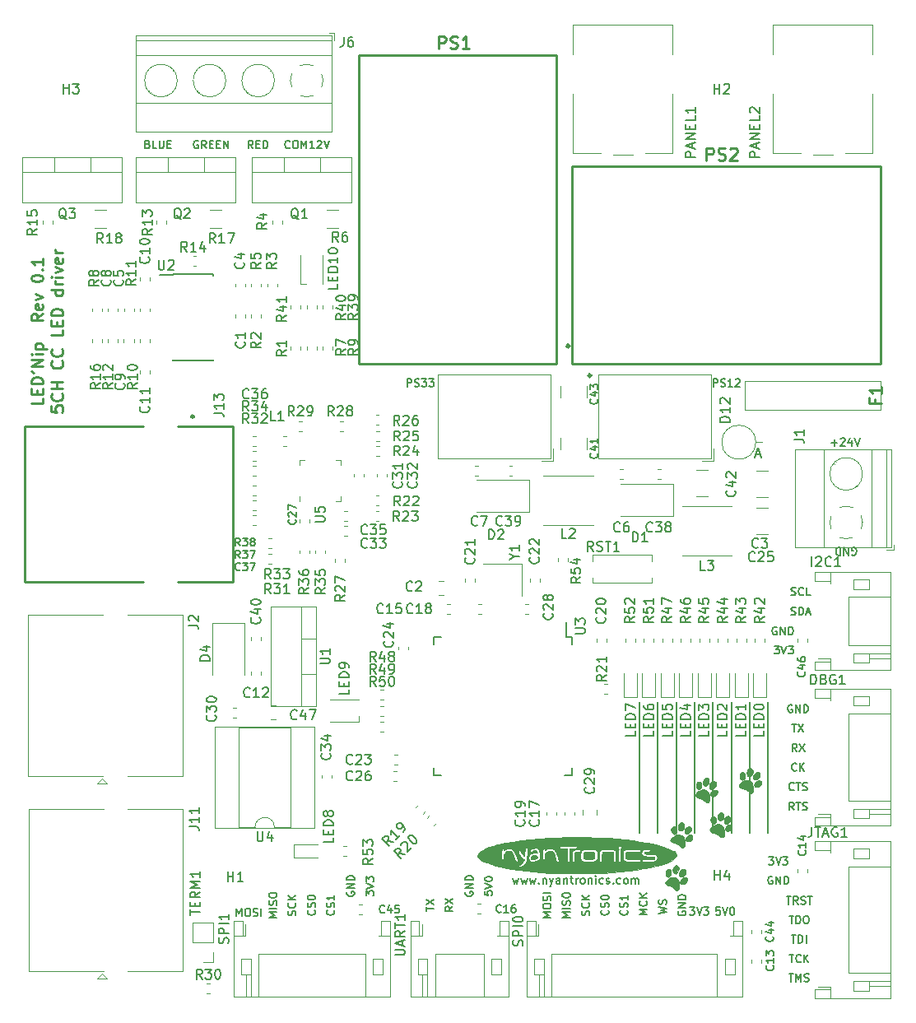
<source format=gbr>
G04 #@! TF.GenerationSoftware,KiCad,Pcbnew,(5.0.1)-rc2*
G04 #@! TF.CreationDate,2018-11-05T02:02:30+01:00*
G04 #@! TF.ProjectId,panel_light_control,70616E656C5F6C696768745F636F6E74,rev?*
G04 #@! TF.SameCoordinates,Original*
G04 #@! TF.FileFunction,Legend,Top*
G04 #@! TF.FilePolarity,Positive*
%FSLAX46Y46*%
G04 Gerber Fmt 4.6, Leading zero omitted, Abs format (unit mm)*
G04 Created by KiCad (PCBNEW (5.0.1)-rc2) date 2018/11/05 2:02:30*
%MOMM*%
%LPD*%
G01*
G04 APERTURE LIST*
%ADD10C,0.150000*%
%ADD11C,0.250000*%
%ADD12C,0.120000*%
%ADD13C,0.100000*%
%ADD14C,0.254000*%
%ADD15C,0.010000*%
%ADD16C,0.200000*%
G04 APERTURE END LIST*
D10*
X150457080Y-137198440D02*
X150617080Y-137758440D01*
X150777080Y-137358440D01*
X150937080Y-137758440D01*
X151097080Y-137198440D01*
X151337080Y-137198440D02*
X151497080Y-137758440D01*
X151657080Y-137358440D01*
X151817080Y-137758440D01*
X151977080Y-137198440D01*
X152217080Y-137198440D02*
X152377080Y-137758440D01*
X152537080Y-137358440D01*
X152697080Y-137758440D01*
X152857080Y-137198440D01*
X153177080Y-137678440D02*
X153217080Y-137718440D01*
X153177080Y-137758440D01*
X153137080Y-137718440D01*
X153177080Y-137678440D01*
X153177080Y-137758440D01*
X153577080Y-137198440D02*
X153577080Y-137758440D01*
X153577080Y-137278440D02*
X153617080Y-137238440D01*
X153697080Y-137198440D01*
X153817080Y-137198440D01*
X153897080Y-137238440D01*
X153937080Y-137318440D01*
X153937080Y-137758440D01*
X154257080Y-137198440D02*
X154457080Y-137758440D01*
X154657080Y-137198440D02*
X154457080Y-137758440D01*
X154377080Y-137958440D01*
X154337080Y-137998440D01*
X154257080Y-138038440D01*
X155337080Y-137758440D02*
X155337080Y-137318440D01*
X155297080Y-137238440D01*
X155217080Y-137198440D01*
X155057080Y-137198440D01*
X154977080Y-137238440D01*
X155337080Y-137718440D02*
X155257080Y-137758440D01*
X155057080Y-137758440D01*
X154977080Y-137718440D01*
X154937080Y-137638440D01*
X154937080Y-137558440D01*
X154977080Y-137478440D01*
X155057080Y-137438440D01*
X155257080Y-137438440D01*
X155337080Y-137398440D01*
X155737080Y-137198440D02*
X155737080Y-137758440D01*
X155737080Y-137278440D02*
X155777080Y-137238440D01*
X155857080Y-137198440D01*
X155977080Y-137198440D01*
X156057080Y-137238440D01*
X156097080Y-137318440D01*
X156097080Y-137758440D01*
X156377080Y-137198440D02*
X156697080Y-137198440D01*
X156497080Y-136918440D02*
X156497080Y-137638440D01*
X156537080Y-137718440D01*
X156617080Y-137758440D01*
X156697080Y-137758440D01*
X156977080Y-137758440D02*
X156977080Y-137198440D01*
X156977080Y-137358440D02*
X157017080Y-137278440D01*
X157057080Y-137238440D01*
X157137080Y-137198440D01*
X157217080Y-137198440D01*
X157617080Y-137758440D02*
X157537080Y-137718440D01*
X157497080Y-137678440D01*
X157457080Y-137598440D01*
X157457080Y-137358440D01*
X157497080Y-137278440D01*
X157537080Y-137238440D01*
X157617080Y-137198440D01*
X157737080Y-137198440D01*
X157817080Y-137238440D01*
X157857080Y-137278440D01*
X157897080Y-137358440D01*
X157897080Y-137598440D01*
X157857080Y-137678440D01*
X157817080Y-137718440D01*
X157737080Y-137758440D01*
X157617080Y-137758440D01*
X158257080Y-137198440D02*
X158257080Y-137758440D01*
X158257080Y-137278440D02*
X158297080Y-137238440D01*
X158377080Y-137198440D01*
X158497080Y-137198440D01*
X158577080Y-137238440D01*
X158617080Y-137318440D01*
X158617080Y-137758440D01*
X159017080Y-137758440D02*
X159017080Y-137198440D01*
X159017080Y-136918440D02*
X158977080Y-136958440D01*
X159017080Y-136998440D01*
X159057080Y-136958440D01*
X159017080Y-136918440D01*
X159017080Y-136998440D01*
X159777080Y-137718440D02*
X159697080Y-137758440D01*
X159537080Y-137758440D01*
X159457080Y-137718440D01*
X159417080Y-137678440D01*
X159377080Y-137598440D01*
X159377080Y-137358440D01*
X159417080Y-137278440D01*
X159457080Y-137238440D01*
X159537080Y-137198440D01*
X159697080Y-137198440D01*
X159777080Y-137238440D01*
X160097080Y-137718440D02*
X160177080Y-137758440D01*
X160337080Y-137758440D01*
X160417080Y-137718440D01*
X160457080Y-137638440D01*
X160457080Y-137598440D01*
X160417080Y-137518440D01*
X160337080Y-137478440D01*
X160217080Y-137478440D01*
X160137080Y-137438440D01*
X160097080Y-137358440D01*
X160097080Y-137318440D01*
X160137080Y-137238440D01*
X160217080Y-137198440D01*
X160337080Y-137198440D01*
X160417080Y-137238440D01*
X160817080Y-137678440D02*
X160857080Y-137718440D01*
X160817080Y-137758440D01*
X160777080Y-137718440D01*
X160817080Y-137678440D01*
X160817080Y-137758440D01*
X161577080Y-137718440D02*
X161497080Y-137758440D01*
X161337080Y-137758440D01*
X161257080Y-137718440D01*
X161217080Y-137678440D01*
X161177080Y-137598440D01*
X161177080Y-137358440D01*
X161217080Y-137278440D01*
X161257080Y-137238440D01*
X161337080Y-137198440D01*
X161497080Y-137198440D01*
X161577080Y-137238440D01*
X162057080Y-137758440D02*
X161977080Y-137718440D01*
X161937080Y-137678440D01*
X161897080Y-137598440D01*
X161897080Y-137358440D01*
X161937080Y-137278440D01*
X161977080Y-137238440D01*
X162057080Y-137198440D01*
X162177080Y-137198440D01*
X162257080Y-137238440D01*
X162297080Y-137278440D01*
X162337080Y-137358440D01*
X162337080Y-137598440D01*
X162297080Y-137678440D01*
X162257080Y-137718440D01*
X162177080Y-137758440D01*
X162057080Y-137758440D01*
X162697080Y-137758440D02*
X162697080Y-137198440D01*
X162697080Y-137278440D02*
X162737080Y-137238440D01*
X162817080Y-137198440D01*
X162937080Y-137198440D01*
X163017080Y-137238440D01*
X163057080Y-137318440D01*
X163057080Y-137758440D01*
X163057080Y-137318440D02*
X163097080Y-137238440D01*
X163177080Y-137198440D01*
X163297080Y-137198440D01*
X163377080Y-137238440D01*
X163417080Y-137318440D01*
X163417080Y-137758440D01*
D11*
X102133857Y-87784714D02*
X102133857Y-88356142D01*
X100933857Y-88356142D01*
X101505285Y-87384714D02*
X101505285Y-86984714D01*
X102133857Y-86813285D02*
X102133857Y-87384714D01*
X100933857Y-87384714D01*
X100933857Y-86813285D01*
X102133857Y-86299000D02*
X100933857Y-86299000D01*
X100933857Y-86013285D01*
X100991000Y-85841857D01*
X101105285Y-85727571D01*
X101219571Y-85670428D01*
X101448142Y-85613285D01*
X101619571Y-85613285D01*
X101848142Y-85670428D01*
X101962428Y-85727571D01*
X102076714Y-85841857D01*
X102133857Y-86013285D01*
X102133857Y-86299000D01*
X100933857Y-85041857D02*
X101162428Y-85156142D01*
X102133857Y-84527571D02*
X100933857Y-84527571D01*
X102133857Y-83841857D01*
X100933857Y-83841857D01*
X102133857Y-83270428D02*
X101333857Y-83270428D01*
X100933857Y-83270428D02*
X100991000Y-83327571D01*
X101048142Y-83270428D01*
X100991000Y-83213285D01*
X100933857Y-83270428D01*
X101048142Y-83270428D01*
X101333857Y-82699000D02*
X102533857Y-82699000D01*
X101391000Y-82699000D02*
X101333857Y-82584714D01*
X101333857Y-82356142D01*
X101391000Y-82241857D01*
X101448142Y-82184714D01*
X101562428Y-82127571D01*
X101905285Y-82127571D01*
X102019571Y-82184714D01*
X102076714Y-82241857D01*
X102133857Y-82356142D01*
X102133857Y-82584714D01*
X102076714Y-82699000D01*
X102133857Y-79099000D02*
X101562428Y-79499000D01*
X102133857Y-79784714D02*
X100933857Y-79784714D01*
X100933857Y-79327571D01*
X100991000Y-79213285D01*
X101048142Y-79156142D01*
X101162428Y-79099000D01*
X101333857Y-79099000D01*
X101448142Y-79156142D01*
X101505285Y-79213285D01*
X101562428Y-79327571D01*
X101562428Y-79784714D01*
X102076714Y-78127571D02*
X102133857Y-78241857D01*
X102133857Y-78470428D01*
X102076714Y-78584714D01*
X101962428Y-78641857D01*
X101505285Y-78641857D01*
X101391000Y-78584714D01*
X101333857Y-78470428D01*
X101333857Y-78241857D01*
X101391000Y-78127571D01*
X101505285Y-78070428D01*
X101619571Y-78070428D01*
X101733857Y-78641857D01*
X101333857Y-77670428D02*
X102133857Y-77384714D01*
X101333857Y-77099000D01*
X100933857Y-75499000D02*
X100933857Y-75384714D01*
X100991000Y-75270428D01*
X101048142Y-75213285D01*
X101162428Y-75156142D01*
X101391000Y-75099000D01*
X101676714Y-75099000D01*
X101905285Y-75156142D01*
X102019571Y-75213285D01*
X102076714Y-75270428D01*
X102133857Y-75384714D01*
X102133857Y-75499000D01*
X102076714Y-75613285D01*
X102019571Y-75670428D01*
X101905285Y-75727571D01*
X101676714Y-75784714D01*
X101391000Y-75784714D01*
X101162428Y-75727571D01*
X101048142Y-75670428D01*
X100991000Y-75613285D01*
X100933857Y-75499000D01*
X102019571Y-74584714D02*
X102076714Y-74527571D01*
X102133857Y-74584714D01*
X102076714Y-74641857D01*
X102019571Y-74584714D01*
X102133857Y-74584714D01*
X102133857Y-73384714D02*
X102133857Y-74070428D01*
X102133857Y-73727571D02*
X100933857Y-73727571D01*
X101105285Y-73841857D01*
X101219571Y-73956142D01*
X101276714Y-74070428D01*
X102983857Y-88584714D02*
X102983857Y-89156142D01*
X103555285Y-89213285D01*
X103498142Y-89156142D01*
X103441000Y-89041857D01*
X103441000Y-88756142D01*
X103498142Y-88641857D01*
X103555285Y-88584714D01*
X103669571Y-88527571D01*
X103955285Y-88527571D01*
X104069571Y-88584714D01*
X104126714Y-88641857D01*
X104183857Y-88756142D01*
X104183857Y-89041857D01*
X104126714Y-89156142D01*
X104069571Y-89213285D01*
X104069571Y-87327571D02*
X104126714Y-87384714D01*
X104183857Y-87556142D01*
X104183857Y-87670428D01*
X104126714Y-87841857D01*
X104012428Y-87956142D01*
X103898142Y-88013285D01*
X103669571Y-88070428D01*
X103498142Y-88070428D01*
X103269571Y-88013285D01*
X103155285Y-87956142D01*
X103041000Y-87841857D01*
X102983857Y-87670428D01*
X102983857Y-87556142D01*
X103041000Y-87384714D01*
X103098142Y-87327571D01*
X104183857Y-86813285D02*
X102983857Y-86813285D01*
X103555285Y-86813285D02*
X103555285Y-86127571D01*
X104183857Y-86127571D02*
X102983857Y-86127571D01*
X104069571Y-83956142D02*
X104126714Y-84013285D01*
X104183857Y-84184714D01*
X104183857Y-84299000D01*
X104126714Y-84470428D01*
X104012428Y-84584714D01*
X103898142Y-84641857D01*
X103669571Y-84699000D01*
X103498142Y-84699000D01*
X103269571Y-84641857D01*
X103155285Y-84584714D01*
X103041000Y-84470428D01*
X102983857Y-84299000D01*
X102983857Y-84184714D01*
X103041000Y-84013285D01*
X103098142Y-83956142D01*
X104069571Y-82756142D02*
X104126714Y-82813285D01*
X104183857Y-82984714D01*
X104183857Y-83099000D01*
X104126714Y-83270428D01*
X104012428Y-83384714D01*
X103898142Y-83441857D01*
X103669571Y-83499000D01*
X103498142Y-83499000D01*
X103269571Y-83441857D01*
X103155285Y-83384714D01*
X103041000Y-83270428D01*
X102983857Y-83099000D01*
X102983857Y-82984714D01*
X103041000Y-82813285D01*
X103098142Y-82756142D01*
X104183857Y-80756142D02*
X104183857Y-81327571D01*
X102983857Y-81327571D01*
X103555285Y-80356142D02*
X103555285Y-79956142D01*
X104183857Y-79784714D02*
X104183857Y-80356142D01*
X102983857Y-80356142D01*
X102983857Y-79784714D01*
X104183857Y-79270428D02*
X102983857Y-79270428D01*
X102983857Y-78984714D01*
X103041000Y-78813285D01*
X103155285Y-78699000D01*
X103269571Y-78641857D01*
X103498142Y-78584714D01*
X103669571Y-78584714D01*
X103898142Y-78641857D01*
X104012428Y-78699000D01*
X104126714Y-78813285D01*
X104183857Y-78984714D01*
X104183857Y-79270428D01*
X104183857Y-76641857D02*
X102983857Y-76641857D01*
X104126714Y-76641857D02*
X104183857Y-76756142D01*
X104183857Y-76984714D01*
X104126714Y-77099000D01*
X104069571Y-77156142D01*
X103955285Y-77213285D01*
X103612428Y-77213285D01*
X103498142Y-77156142D01*
X103441000Y-77099000D01*
X103383857Y-76984714D01*
X103383857Y-76756142D01*
X103441000Y-76641857D01*
X104183857Y-76070428D02*
X103383857Y-76070428D01*
X103612428Y-76070428D02*
X103498142Y-76013285D01*
X103441000Y-75956142D01*
X103383857Y-75841857D01*
X103383857Y-75727571D01*
X104183857Y-75327571D02*
X103383857Y-75327571D01*
X102983857Y-75327571D02*
X103041000Y-75384714D01*
X103098142Y-75327571D01*
X103041000Y-75270428D01*
X102983857Y-75327571D01*
X103098142Y-75327571D01*
X103383857Y-74870428D02*
X104183857Y-74584714D01*
X103383857Y-74299000D01*
X104126714Y-73384714D02*
X104183857Y-73499000D01*
X104183857Y-73727571D01*
X104126714Y-73841857D01*
X104012428Y-73899000D01*
X103555285Y-73899000D01*
X103441000Y-73841857D01*
X103383857Y-73727571D01*
X103383857Y-73499000D01*
X103441000Y-73384714D01*
X103555285Y-73327571D01*
X103669571Y-73327571D01*
X103783857Y-73899000D01*
X104183857Y-72813285D02*
X103383857Y-72813285D01*
X103612428Y-72813285D02*
X103498142Y-72756142D01*
X103441000Y-72699000D01*
X103383857Y-72584714D01*
X103383857Y-72470428D01*
D10*
X185394523Y-103905000D02*
X185470714Y-103943095D01*
X185585000Y-103943095D01*
X185699285Y-103905000D01*
X185775476Y-103828809D01*
X185813571Y-103752619D01*
X185851666Y-103600238D01*
X185851666Y-103485952D01*
X185813571Y-103333571D01*
X185775476Y-103257380D01*
X185699285Y-103181190D01*
X185585000Y-103143095D01*
X185508809Y-103143095D01*
X185394523Y-103181190D01*
X185356428Y-103219285D01*
X185356428Y-103485952D01*
X185508809Y-103485952D01*
X185013571Y-103143095D02*
X185013571Y-103943095D01*
X184556428Y-103143095D01*
X184556428Y-103943095D01*
X184175476Y-103143095D02*
X184175476Y-103943095D01*
X183985000Y-103943095D01*
X183870714Y-103905000D01*
X183794523Y-103828809D01*
X183756428Y-103752619D01*
X183718333Y-103600238D01*
X183718333Y-103485952D01*
X183756428Y-103333571D01*
X183794523Y-103257380D01*
X183870714Y-103181190D01*
X183985000Y-103143095D01*
X184175476Y-103143095D01*
X183248476Y-92386142D02*
X183858000Y-92386142D01*
X183553238Y-92690904D02*
X183553238Y-92081380D01*
X184200857Y-91967095D02*
X184238952Y-91929000D01*
X184315142Y-91890904D01*
X184505619Y-91890904D01*
X184581809Y-91929000D01*
X184619904Y-91967095D01*
X184658000Y-92043285D01*
X184658000Y-92119476D01*
X184619904Y-92233761D01*
X184162761Y-92690904D01*
X184658000Y-92690904D01*
X185343714Y-92157571D02*
X185343714Y-92690904D01*
X185153238Y-91852809D02*
X184962761Y-92424238D01*
X185458000Y-92424238D01*
X185648476Y-91890904D02*
X185915142Y-92690904D01*
X186181809Y-91890904D01*
X127552666Y-62007714D02*
X127514571Y-62045809D01*
X127400285Y-62083904D01*
X127324095Y-62083904D01*
X127209809Y-62045809D01*
X127133619Y-61969619D01*
X127095523Y-61893428D01*
X127057428Y-61741047D01*
X127057428Y-61626761D01*
X127095523Y-61474380D01*
X127133619Y-61398190D01*
X127209809Y-61322000D01*
X127324095Y-61283904D01*
X127400285Y-61283904D01*
X127514571Y-61322000D01*
X127552666Y-61360095D01*
X128047904Y-61283904D02*
X128200285Y-61283904D01*
X128276476Y-61322000D01*
X128352666Y-61398190D01*
X128390761Y-61550571D01*
X128390761Y-61817238D01*
X128352666Y-61969619D01*
X128276476Y-62045809D01*
X128200285Y-62083904D01*
X128047904Y-62083904D01*
X127971714Y-62045809D01*
X127895523Y-61969619D01*
X127857428Y-61817238D01*
X127857428Y-61550571D01*
X127895523Y-61398190D01*
X127971714Y-61322000D01*
X128047904Y-61283904D01*
X128733619Y-62083904D02*
X128733619Y-61283904D01*
X129000285Y-61855333D01*
X129266952Y-61283904D01*
X129266952Y-62083904D01*
X130066952Y-62083904D02*
X129609809Y-62083904D01*
X129838380Y-62083904D02*
X129838380Y-61283904D01*
X129762190Y-61398190D01*
X129686000Y-61474380D01*
X129609809Y-61512476D01*
X130371714Y-61360095D02*
X130409809Y-61322000D01*
X130485999Y-61283904D01*
X130676476Y-61283904D01*
X130752666Y-61322000D01*
X130790761Y-61360095D01*
X130828857Y-61436285D01*
X130828857Y-61512476D01*
X130790761Y-61626761D01*
X130333619Y-62083904D01*
X130828857Y-62083904D01*
X131057428Y-61283904D02*
X131324095Y-62083904D01*
X131590761Y-61283904D01*
X123755214Y-62083904D02*
X123488547Y-61702952D01*
X123298071Y-62083904D02*
X123298071Y-61283904D01*
X123602833Y-61283904D01*
X123679023Y-61322000D01*
X123717119Y-61360095D01*
X123755214Y-61436285D01*
X123755214Y-61550571D01*
X123717119Y-61626761D01*
X123679023Y-61664857D01*
X123602833Y-61702952D01*
X123298071Y-61702952D01*
X124098071Y-61664857D02*
X124364738Y-61664857D01*
X124479023Y-62083904D02*
X124098071Y-62083904D01*
X124098071Y-61283904D01*
X124479023Y-61283904D01*
X124821880Y-62083904D02*
X124821880Y-61283904D01*
X125012357Y-61283904D01*
X125126642Y-61322000D01*
X125202833Y-61398190D01*
X125240928Y-61474380D01*
X125279023Y-61626761D01*
X125279023Y-61741047D01*
X125240928Y-61893428D01*
X125202833Y-61969619D01*
X125126642Y-62045809D01*
X125012357Y-62083904D01*
X124821880Y-62083904D01*
X118110166Y-61322000D02*
X118033976Y-61283904D01*
X117919690Y-61283904D01*
X117805404Y-61322000D01*
X117729214Y-61398190D01*
X117691119Y-61474380D01*
X117653023Y-61626761D01*
X117653023Y-61741047D01*
X117691119Y-61893428D01*
X117729214Y-61969619D01*
X117805404Y-62045809D01*
X117919690Y-62083904D01*
X117995880Y-62083904D01*
X118110166Y-62045809D01*
X118148261Y-62007714D01*
X118148261Y-61741047D01*
X117995880Y-61741047D01*
X118948261Y-62083904D02*
X118681595Y-61702952D01*
X118491119Y-62083904D02*
X118491119Y-61283904D01*
X118795880Y-61283904D01*
X118872071Y-61322000D01*
X118910166Y-61360095D01*
X118948261Y-61436285D01*
X118948261Y-61550571D01*
X118910166Y-61626761D01*
X118872071Y-61664857D01*
X118795880Y-61702952D01*
X118491119Y-61702952D01*
X119291119Y-61664857D02*
X119557785Y-61664857D01*
X119672071Y-62083904D02*
X119291119Y-62083904D01*
X119291119Y-61283904D01*
X119672071Y-61283904D01*
X120014928Y-61664857D02*
X120281595Y-61664857D01*
X120395880Y-62083904D02*
X120014928Y-62083904D01*
X120014928Y-61283904D01*
X120395880Y-61283904D01*
X120738738Y-62083904D02*
X120738738Y-61283904D01*
X121195880Y-62083904D01*
X121195880Y-61283904D01*
X112934880Y-61664857D02*
X113049166Y-61702952D01*
X113087261Y-61741047D01*
X113125357Y-61817238D01*
X113125357Y-61931523D01*
X113087261Y-62007714D01*
X113049166Y-62045809D01*
X112972976Y-62083904D01*
X112668214Y-62083904D01*
X112668214Y-61283904D01*
X112934880Y-61283904D01*
X113011071Y-61322000D01*
X113049166Y-61360095D01*
X113087261Y-61436285D01*
X113087261Y-61512476D01*
X113049166Y-61588666D01*
X113011071Y-61626761D01*
X112934880Y-61664857D01*
X112668214Y-61664857D01*
X113849166Y-62083904D02*
X113468214Y-62083904D01*
X113468214Y-61283904D01*
X114115833Y-61283904D02*
X114115833Y-61931523D01*
X114153928Y-62007714D01*
X114192023Y-62045809D01*
X114268214Y-62083904D01*
X114420595Y-62083904D01*
X114496785Y-62045809D01*
X114534880Y-62007714D01*
X114572976Y-61931523D01*
X114572976Y-61283904D01*
X114953928Y-61664857D02*
X115220595Y-61664857D01*
X115334880Y-62083904D02*
X114953928Y-62083904D01*
X114953928Y-61283904D01*
X115334880Y-61283904D01*
X171805666Y-140150904D02*
X171424714Y-140150904D01*
X171386619Y-140531857D01*
X171424714Y-140493761D01*
X171500904Y-140455666D01*
X171691380Y-140455666D01*
X171767571Y-140493761D01*
X171805666Y-140531857D01*
X171843761Y-140608047D01*
X171843761Y-140798523D01*
X171805666Y-140874714D01*
X171767571Y-140912809D01*
X171691380Y-140950904D01*
X171500904Y-140950904D01*
X171424714Y-140912809D01*
X171386619Y-140874714D01*
X172072333Y-140150904D02*
X172339000Y-140950904D01*
X172605666Y-140150904D01*
X173024714Y-140150904D02*
X173100904Y-140150904D01*
X173177095Y-140189000D01*
X173215190Y-140227095D01*
X173253285Y-140303285D01*
X173291380Y-140455666D01*
X173291380Y-140646142D01*
X173253285Y-140798523D01*
X173215190Y-140874714D01*
X173177095Y-140912809D01*
X173100904Y-140950904D01*
X173024714Y-140950904D01*
X172948523Y-140912809D01*
X172910428Y-140874714D01*
X172872333Y-140798523D01*
X172834238Y-140646142D01*
X172834238Y-140455666D01*
X172872333Y-140303285D01*
X172910428Y-140227095D01*
X172948523Y-140189000D01*
X173024714Y-140150904D01*
X168681523Y-140150904D02*
X169176761Y-140150904D01*
X168910095Y-140455666D01*
X169024380Y-140455666D01*
X169100571Y-140493761D01*
X169138666Y-140531857D01*
X169176761Y-140608047D01*
X169176761Y-140798523D01*
X169138666Y-140874714D01*
X169100571Y-140912809D01*
X169024380Y-140950904D01*
X168795809Y-140950904D01*
X168719619Y-140912809D01*
X168681523Y-140874714D01*
X169405333Y-140150904D02*
X169672000Y-140950904D01*
X169938666Y-140150904D01*
X170129142Y-140150904D02*
X170624380Y-140150904D01*
X170357714Y-140455666D01*
X170472000Y-140455666D01*
X170548190Y-140493761D01*
X170586285Y-140531857D01*
X170624380Y-140608047D01*
X170624380Y-140798523D01*
X170586285Y-140874714D01*
X170548190Y-140912809D01*
X170472000Y-140950904D01*
X170243428Y-140950904D01*
X170167238Y-140912809D01*
X170129142Y-140874714D01*
X164300759Y-140893666D02*
X163500759Y-140893666D01*
X164072188Y-140627000D01*
X163500759Y-140360333D01*
X164300759Y-140360333D01*
X164224569Y-139522238D02*
X164262664Y-139560333D01*
X164300759Y-139674619D01*
X164300759Y-139750809D01*
X164262664Y-139865095D01*
X164186474Y-139941285D01*
X164110283Y-139979380D01*
X163957902Y-140017476D01*
X163843616Y-140017476D01*
X163691235Y-139979380D01*
X163615045Y-139941285D01*
X163538855Y-139865095D01*
X163500759Y-139750809D01*
X163500759Y-139674619D01*
X163538855Y-139560333D01*
X163576950Y-139522238D01*
X164300759Y-139179380D02*
X163500759Y-139179380D01*
X164300759Y-138722238D02*
X163843616Y-139065095D01*
X163500759Y-138722238D02*
X163957902Y-139179380D01*
X158329951Y-140982571D02*
X158368046Y-140868285D01*
X158368046Y-140677809D01*
X158329951Y-140601619D01*
X158291856Y-140563523D01*
X158215665Y-140525428D01*
X158139475Y-140525428D01*
X158063284Y-140563523D01*
X158025189Y-140601619D01*
X157987094Y-140677809D01*
X157948999Y-140830190D01*
X157910903Y-140906380D01*
X157872808Y-140944476D01*
X157796618Y-140982571D01*
X157720427Y-140982571D01*
X157644237Y-140944476D01*
X157606142Y-140906380D01*
X157568046Y-140830190D01*
X157568046Y-140639714D01*
X157606142Y-140525428D01*
X158291856Y-139725428D02*
X158329951Y-139763523D01*
X158368046Y-139877809D01*
X158368046Y-139954000D01*
X158329951Y-140068285D01*
X158253761Y-140144476D01*
X158177570Y-140182571D01*
X158025189Y-140220666D01*
X157910903Y-140220666D01*
X157758522Y-140182571D01*
X157682332Y-140144476D01*
X157606142Y-140068285D01*
X157568046Y-139954000D01*
X157568046Y-139877809D01*
X157606142Y-139763523D01*
X157644237Y-139725428D01*
X158368046Y-139382571D02*
X157568046Y-139382571D01*
X158368046Y-138925428D02*
X157910903Y-139268285D01*
X157568046Y-138925428D02*
X158025189Y-139382571D01*
X165478330Y-140804809D02*
X166278330Y-140614333D01*
X165706902Y-140461952D01*
X166278330Y-140309571D01*
X165478330Y-140119095D01*
X166240235Y-139852428D02*
X166278330Y-139738142D01*
X166278330Y-139547666D01*
X166240235Y-139471476D01*
X166202140Y-139433380D01*
X166125949Y-139395285D01*
X166049759Y-139395285D01*
X165973568Y-139433380D01*
X165935473Y-139471476D01*
X165897378Y-139547666D01*
X165859283Y-139700047D01*
X165821187Y-139776238D01*
X165783092Y-139814333D01*
X165706902Y-139852428D01*
X165630711Y-139852428D01*
X165554521Y-139814333D01*
X165516426Y-139776238D01*
X165478330Y-139700047D01*
X165478330Y-139509571D01*
X165516426Y-139395285D01*
X160269427Y-140468285D02*
X160307522Y-140506380D01*
X160345617Y-140620666D01*
X160345617Y-140696857D01*
X160307522Y-140811142D01*
X160231332Y-140887333D01*
X160155141Y-140925428D01*
X160002760Y-140963523D01*
X159888474Y-140963523D01*
X159736093Y-140925428D01*
X159659903Y-140887333D01*
X159583713Y-140811142D01*
X159545617Y-140696857D01*
X159545617Y-140620666D01*
X159583713Y-140506380D01*
X159621808Y-140468285D01*
X160307522Y-140163523D02*
X160345617Y-140049238D01*
X160345617Y-139858761D01*
X160307522Y-139782571D01*
X160269427Y-139744476D01*
X160193236Y-139706380D01*
X160117046Y-139706380D01*
X160040855Y-139744476D01*
X160002760Y-139782571D01*
X159964665Y-139858761D01*
X159926570Y-140011142D01*
X159888474Y-140087333D01*
X159850379Y-140125428D01*
X159774189Y-140163523D01*
X159697998Y-140163523D01*
X159621808Y-140125428D01*
X159583713Y-140087333D01*
X159545617Y-140011142D01*
X159545617Y-139820666D01*
X159583713Y-139706380D01*
X159545617Y-139211142D02*
X159545617Y-139134952D01*
X159583713Y-139058761D01*
X159621808Y-139020666D01*
X159697998Y-138982571D01*
X159850379Y-138944476D01*
X160040855Y-138944476D01*
X160193236Y-138982571D01*
X160269427Y-139020666D01*
X160307522Y-139058761D01*
X160345617Y-139134952D01*
X160345617Y-139211142D01*
X160307522Y-139287333D01*
X160269427Y-139325428D01*
X160193236Y-139363523D01*
X160040855Y-139401619D01*
X159850379Y-139401619D01*
X159697998Y-139363523D01*
X159621808Y-139325428D01*
X159583713Y-139287333D01*
X159545617Y-139211142D01*
X167494000Y-140563523D02*
X167455904Y-140639714D01*
X167455904Y-140754000D01*
X167494000Y-140868285D01*
X167570190Y-140944476D01*
X167646380Y-140982571D01*
X167798761Y-141020666D01*
X167913047Y-141020666D01*
X168065428Y-140982571D01*
X168141619Y-140944476D01*
X168217809Y-140868285D01*
X168255904Y-140754000D01*
X168255904Y-140677809D01*
X168217809Y-140563523D01*
X168179714Y-140525428D01*
X167913047Y-140525428D01*
X167913047Y-140677809D01*
X168255904Y-140182571D02*
X167455904Y-140182571D01*
X168255904Y-139725428D01*
X167455904Y-139725428D01*
X168255904Y-139344476D02*
X167455904Y-139344476D01*
X167455904Y-139154000D01*
X167494000Y-139039714D01*
X167570190Y-138963523D01*
X167646380Y-138925428D01*
X167798761Y-138887333D01*
X167913047Y-138887333D01*
X168065428Y-138925428D01*
X168141619Y-138963523D01*
X168217809Y-139039714D01*
X168255904Y-139154000D01*
X168255904Y-139344476D01*
X162246998Y-140468285D02*
X162285093Y-140506380D01*
X162323188Y-140620666D01*
X162323188Y-140696857D01*
X162285093Y-140811142D01*
X162208903Y-140887333D01*
X162132712Y-140925428D01*
X161980331Y-140963523D01*
X161866045Y-140963523D01*
X161713664Y-140925428D01*
X161637474Y-140887333D01*
X161561284Y-140811142D01*
X161523188Y-140696857D01*
X161523188Y-140620666D01*
X161561284Y-140506380D01*
X161599379Y-140468285D01*
X162285093Y-140163523D02*
X162323188Y-140049238D01*
X162323188Y-139858761D01*
X162285093Y-139782571D01*
X162246998Y-139744476D01*
X162170807Y-139706380D01*
X162094617Y-139706380D01*
X162018426Y-139744476D01*
X161980331Y-139782571D01*
X161942236Y-139858761D01*
X161904141Y-140011142D01*
X161866045Y-140087333D01*
X161827950Y-140125428D01*
X161751760Y-140163523D01*
X161675569Y-140163523D01*
X161599379Y-140125428D01*
X161561284Y-140087333D01*
X161523188Y-140011142D01*
X161523188Y-139820666D01*
X161561284Y-139706380D01*
X162323188Y-138944476D02*
X162323188Y-139401619D01*
X162323188Y-139173047D02*
X161523188Y-139173047D01*
X161637474Y-139249238D01*
X161713664Y-139325428D01*
X161751760Y-139401619D01*
X156390475Y-141211142D02*
X155590475Y-141211142D01*
X156161904Y-140944476D01*
X155590475Y-140677809D01*
X156390475Y-140677809D01*
X156390475Y-140296857D02*
X155590475Y-140296857D01*
X156352380Y-139954000D02*
X156390475Y-139839714D01*
X156390475Y-139649238D01*
X156352380Y-139573047D01*
X156314285Y-139534952D01*
X156238094Y-139496857D01*
X156161904Y-139496857D01*
X156085713Y-139534952D01*
X156047618Y-139573047D01*
X156009523Y-139649238D01*
X155971428Y-139801619D01*
X155933332Y-139877809D01*
X155895237Y-139915904D01*
X155819047Y-139954000D01*
X155742856Y-139954000D01*
X155666666Y-139915904D01*
X155628571Y-139877809D01*
X155590475Y-139801619D01*
X155590475Y-139611142D01*
X155628571Y-139496857D01*
X155590475Y-139001619D02*
X155590475Y-138849238D01*
X155628571Y-138773047D01*
X155704761Y-138696857D01*
X155857142Y-138658761D01*
X156123809Y-138658761D01*
X156276190Y-138696857D01*
X156352380Y-138773047D01*
X156390475Y-138849238D01*
X156390475Y-139001619D01*
X156352380Y-139077809D01*
X156276190Y-139154000D01*
X156123809Y-139192095D01*
X155857142Y-139192095D01*
X155704761Y-139154000D01*
X155628571Y-139077809D01*
X155590475Y-139001619D01*
X144337570Y-140087333D02*
X143956618Y-140354000D01*
X144337570Y-140544476D02*
X143537570Y-140544476D01*
X143537570Y-140239714D01*
X143575666Y-140163523D01*
X143613761Y-140125428D01*
X143689951Y-140087333D01*
X143804237Y-140087333D01*
X143880427Y-140125428D01*
X143918523Y-140163523D01*
X143956618Y-140239714D01*
X143956618Y-140544476D01*
X143537570Y-139820666D02*
X144337570Y-139287333D01*
X143537570Y-139287333D02*
X144337570Y-139820666D01*
X145628832Y-138595023D02*
X145590736Y-138671214D01*
X145590736Y-138785500D01*
X145628832Y-138899785D01*
X145705022Y-138975976D01*
X145781212Y-139014071D01*
X145933593Y-139052166D01*
X146047879Y-139052166D01*
X146200260Y-139014071D01*
X146276451Y-138975976D01*
X146352641Y-138899785D01*
X146390736Y-138785500D01*
X146390736Y-138709309D01*
X146352641Y-138595023D01*
X146314546Y-138556928D01*
X146047879Y-138556928D01*
X146047879Y-138709309D01*
X146390736Y-138214071D02*
X145590736Y-138214071D01*
X146390736Y-137756928D01*
X145590736Y-137756928D01*
X146390736Y-137375976D02*
X145590736Y-137375976D01*
X145590736Y-137185500D01*
X145628832Y-137071214D01*
X145705022Y-136995023D01*
X145781212Y-136956928D01*
X145933593Y-136918833D01*
X146047879Y-136918833D01*
X146200260Y-136956928D01*
X146276451Y-136995023D01*
X146352641Y-137071214D01*
X146390736Y-137185500D01*
X146390736Y-137375976D01*
X154412904Y-141211142D02*
X153612904Y-141211142D01*
X154184333Y-140944476D01*
X153612904Y-140677809D01*
X154412904Y-140677809D01*
X153612904Y-140144476D02*
X153612904Y-139992095D01*
X153651000Y-139915904D01*
X153727190Y-139839714D01*
X153879571Y-139801619D01*
X154146238Y-139801619D01*
X154298619Y-139839714D01*
X154374809Y-139915904D01*
X154412904Y-139992095D01*
X154412904Y-140144476D01*
X154374809Y-140220666D01*
X154298619Y-140296857D01*
X154146238Y-140334952D01*
X153879571Y-140334952D01*
X153727190Y-140296857D01*
X153651000Y-140220666D01*
X153612904Y-140144476D01*
X154374809Y-139496857D02*
X154412904Y-139382571D01*
X154412904Y-139192095D01*
X154374809Y-139115904D01*
X154336714Y-139077809D01*
X154260523Y-139039714D01*
X154184333Y-139039714D01*
X154108142Y-139077809D01*
X154070047Y-139115904D01*
X154031952Y-139192095D01*
X153993857Y-139344476D01*
X153955761Y-139420666D01*
X153917666Y-139458761D01*
X153841476Y-139496857D01*
X153765285Y-139496857D01*
X153689095Y-139458761D01*
X153651000Y-139420666D01*
X153612904Y-139344476D01*
X153612904Y-139154000D01*
X153651000Y-139039714D01*
X154412904Y-138696857D02*
X153612904Y-138696857D01*
X147580402Y-138518833D02*
X147580402Y-138899785D01*
X147961355Y-138937880D01*
X147923259Y-138899785D01*
X147885164Y-138823595D01*
X147885164Y-138633119D01*
X147923259Y-138556928D01*
X147961355Y-138518833D01*
X148037545Y-138480738D01*
X148228021Y-138480738D01*
X148304212Y-138518833D01*
X148342307Y-138556928D01*
X148380402Y-138633119D01*
X148380402Y-138823595D01*
X148342307Y-138899785D01*
X148304212Y-138937880D01*
X147580402Y-138252166D02*
X148380402Y-137985500D01*
X147580402Y-137718833D01*
X147580402Y-137299785D02*
X147580402Y-137223595D01*
X147618498Y-137147404D01*
X147656593Y-137109309D01*
X147732783Y-137071214D01*
X147885164Y-137033119D01*
X148075640Y-137033119D01*
X148228021Y-137071214D01*
X148304212Y-137109309D01*
X148342307Y-137147404D01*
X148380402Y-137223595D01*
X148380402Y-137299785D01*
X148342307Y-137375976D01*
X148304212Y-137414071D01*
X148228021Y-137452166D01*
X148075640Y-137490261D01*
X147885164Y-137490261D01*
X147732783Y-137452166D01*
X147656593Y-137414071D01*
X147618498Y-137375976D01*
X147580402Y-137299785D01*
X141547904Y-140563523D02*
X141547904Y-140106380D01*
X142347904Y-140334952D02*
X141547904Y-140334952D01*
X141547904Y-139915904D02*
X142347904Y-139382571D01*
X141547904Y-139382571D02*
X142347904Y-139915904D01*
X132069378Y-140468285D02*
X132107473Y-140506380D01*
X132145568Y-140620666D01*
X132145568Y-140696857D01*
X132107473Y-140811142D01*
X132031283Y-140887333D01*
X131955092Y-140925428D01*
X131802711Y-140963523D01*
X131688425Y-140963523D01*
X131536044Y-140925428D01*
X131459854Y-140887333D01*
X131383664Y-140811142D01*
X131345568Y-140696857D01*
X131345568Y-140620666D01*
X131383664Y-140506380D01*
X131421759Y-140468285D01*
X132107473Y-140163523D02*
X132145568Y-140049238D01*
X132145568Y-139858761D01*
X132107473Y-139782571D01*
X132069378Y-139744476D01*
X131993187Y-139706380D01*
X131916997Y-139706380D01*
X131840806Y-139744476D01*
X131802711Y-139782571D01*
X131764616Y-139858761D01*
X131726521Y-140011142D01*
X131688425Y-140087333D01*
X131650330Y-140125428D01*
X131574140Y-140163523D01*
X131497949Y-140163523D01*
X131421759Y-140125428D01*
X131383664Y-140087333D01*
X131345568Y-140011142D01*
X131345568Y-139820666D01*
X131383664Y-139706380D01*
X132145568Y-138944476D02*
X132145568Y-139401619D01*
X132145568Y-139173047D02*
X131345568Y-139173047D01*
X131459854Y-139249238D01*
X131536044Y-139325428D01*
X131574140Y-139401619D01*
X126218904Y-141211142D02*
X125418904Y-141211142D01*
X125990333Y-140944476D01*
X125418904Y-140677809D01*
X126218904Y-140677809D01*
X126218904Y-140296857D02*
X125418904Y-140296857D01*
X126180809Y-139954000D02*
X126218904Y-139839714D01*
X126218904Y-139649238D01*
X126180809Y-139573047D01*
X126142714Y-139534952D01*
X126066523Y-139496857D01*
X125990333Y-139496857D01*
X125914142Y-139534952D01*
X125876047Y-139573047D01*
X125837952Y-139649238D01*
X125799857Y-139801619D01*
X125761761Y-139877809D01*
X125723666Y-139915904D01*
X125647476Y-139954000D01*
X125571285Y-139954000D01*
X125495095Y-139915904D01*
X125457000Y-139877809D01*
X125418904Y-139801619D01*
X125418904Y-139611142D01*
X125457000Y-139496857D01*
X125418904Y-139001619D02*
X125418904Y-138849238D01*
X125457000Y-138773047D01*
X125533190Y-138696857D01*
X125685571Y-138658761D01*
X125952238Y-138658761D01*
X126104619Y-138696857D01*
X126180809Y-138773047D01*
X126218904Y-138849238D01*
X126218904Y-139001619D01*
X126180809Y-139077809D01*
X126104619Y-139154000D01*
X125952238Y-139192095D01*
X125685571Y-139192095D01*
X125533190Y-139154000D01*
X125457000Y-139077809D01*
X125418904Y-139001619D01*
X133436830Y-138595023D02*
X133398734Y-138671214D01*
X133398734Y-138785500D01*
X133436830Y-138899785D01*
X133513020Y-138975976D01*
X133589210Y-139014071D01*
X133741591Y-139052166D01*
X133855877Y-139052166D01*
X134008258Y-139014071D01*
X134084449Y-138975976D01*
X134160639Y-138899785D01*
X134198734Y-138785500D01*
X134198734Y-138709309D01*
X134160639Y-138595023D01*
X134122544Y-138556928D01*
X133855877Y-138556928D01*
X133855877Y-138709309D01*
X134198734Y-138214071D02*
X133398734Y-138214071D01*
X134198734Y-137756928D01*
X133398734Y-137756928D01*
X134198734Y-137375976D02*
X133398734Y-137375976D01*
X133398734Y-137185500D01*
X133436830Y-137071214D01*
X133513020Y-136995023D01*
X133589210Y-136956928D01*
X133741591Y-136918833D01*
X133855877Y-136918833D01*
X134008258Y-136956928D01*
X134084449Y-136995023D01*
X134160639Y-137071214D01*
X134198734Y-137185500D01*
X134198734Y-137375976D01*
X128128141Y-140982571D02*
X128166236Y-140868285D01*
X128166236Y-140677809D01*
X128128141Y-140601619D01*
X128090046Y-140563523D01*
X128013855Y-140525428D01*
X127937665Y-140525428D01*
X127861474Y-140563523D01*
X127823379Y-140601619D01*
X127785284Y-140677809D01*
X127747189Y-140830190D01*
X127709093Y-140906380D01*
X127670998Y-140944476D01*
X127594808Y-140982571D01*
X127518617Y-140982571D01*
X127442427Y-140944476D01*
X127404332Y-140906380D01*
X127366236Y-140830190D01*
X127366236Y-140639714D01*
X127404332Y-140525428D01*
X128090046Y-139725428D02*
X128128141Y-139763523D01*
X128166236Y-139877809D01*
X128166236Y-139954000D01*
X128128141Y-140068285D01*
X128051951Y-140144476D01*
X127975760Y-140182571D01*
X127823379Y-140220666D01*
X127709093Y-140220666D01*
X127556712Y-140182571D01*
X127480522Y-140144476D01*
X127404332Y-140068285D01*
X127366236Y-139954000D01*
X127366236Y-139877809D01*
X127404332Y-139763523D01*
X127442427Y-139725428D01*
X128166236Y-139382571D02*
X127366236Y-139382571D01*
X128166236Y-138925428D02*
X127709093Y-139268285D01*
X127366236Y-138925428D02*
X127823379Y-139382571D01*
X135388404Y-138975976D02*
X135388404Y-138480738D01*
X135693166Y-138747404D01*
X135693166Y-138633119D01*
X135731261Y-138556928D01*
X135769357Y-138518833D01*
X135845547Y-138480738D01*
X136036023Y-138480738D01*
X136112214Y-138518833D01*
X136150309Y-138556928D01*
X136188404Y-138633119D01*
X136188404Y-138861690D01*
X136150309Y-138937880D01*
X136112214Y-138975976D01*
X135388404Y-138252166D02*
X136188404Y-137985500D01*
X135388404Y-137718833D01*
X135388404Y-137528357D02*
X135388404Y-137033119D01*
X135693166Y-137299785D01*
X135693166Y-137185500D01*
X135731261Y-137109309D01*
X135769357Y-137071214D01*
X135845547Y-137033119D01*
X136036023Y-137033119D01*
X136112214Y-137071214D01*
X136150309Y-137109309D01*
X136188404Y-137185500D01*
X136188404Y-137414071D01*
X136150309Y-137490261D01*
X136112214Y-137528357D01*
X130079712Y-140468285D02*
X130117807Y-140506380D01*
X130155902Y-140620666D01*
X130155902Y-140696857D01*
X130117807Y-140811142D01*
X130041617Y-140887333D01*
X129965426Y-140925428D01*
X129813045Y-140963523D01*
X129698759Y-140963523D01*
X129546378Y-140925428D01*
X129470188Y-140887333D01*
X129393998Y-140811142D01*
X129355902Y-140696857D01*
X129355902Y-140620666D01*
X129393998Y-140506380D01*
X129432093Y-140468285D01*
X130117807Y-140163523D02*
X130155902Y-140049238D01*
X130155902Y-139858761D01*
X130117807Y-139782571D01*
X130079712Y-139744476D01*
X130003521Y-139706380D01*
X129927331Y-139706380D01*
X129851140Y-139744476D01*
X129813045Y-139782571D01*
X129774950Y-139858761D01*
X129736855Y-140011142D01*
X129698759Y-140087333D01*
X129660664Y-140125428D01*
X129584474Y-140163523D01*
X129508283Y-140163523D01*
X129432093Y-140125428D01*
X129393998Y-140087333D01*
X129355902Y-140011142D01*
X129355902Y-139820666D01*
X129393998Y-139706380D01*
X129355902Y-139211142D02*
X129355902Y-139134952D01*
X129393998Y-139058761D01*
X129432093Y-139020666D01*
X129508283Y-138982571D01*
X129660664Y-138944476D01*
X129851140Y-138944476D01*
X130003521Y-138982571D01*
X130079712Y-139020666D01*
X130117807Y-139058761D01*
X130155902Y-139134952D01*
X130155902Y-139211142D01*
X130117807Y-139287333D01*
X130079712Y-139325428D01*
X130003521Y-139363523D01*
X129851140Y-139401619D01*
X129660664Y-139401619D01*
X129508283Y-139363523D01*
X129432093Y-139325428D01*
X129393998Y-139287333D01*
X129355902Y-139211142D01*
X122059857Y-141077904D02*
X122059857Y-140277904D01*
X122326523Y-140849333D01*
X122593190Y-140277904D01*
X122593190Y-141077904D01*
X123126523Y-140277904D02*
X123278904Y-140277904D01*
X123355095Y-140316000D01*
X123431285Y-140392190D01*
X123469380Y-140544571D01*
X123469380Y-140811238D01*
X123431285Y-140963619D01*
X123355095Y-141039809D01*
X123278904Y-141077904D01*
X123126523Y-141077904D01*
X123050333Y-141039809D01*
X122974142Y-140963619D01*
X122936047Y-140811238D01*
X122936047Y-140544571D01*
X122974142Y-140392190D01*
X123050333Y-140316000D01*
X123126523Y-140277904D01*
X123774142Y-141039809D02*
X123888428Y-141077904D01*
X124078904Y-141077904D01*
X124155095Y-141039809D01*
X124193190Y-141001714D01*
X124231285Y-140925523D01*
X124231285Y-140849333D01*
X124193190Y-140773142D01*
X124155095Y-140735047D01*
X124078904Y-140696952D01*
X123926523Y-140658857D01*
X123850333Y-140620761D01*
X123812238Y-140582666D01*
X123774142Y-140506476D01*
X123774142Y-140430285D01*
X123812238Y-140354095D01*
X123850333Y-140316000D01*
X123926523Y-140277904D01*
X124117000Y-140277904D01*
X124231285Y-140316000D01*
X124574142Y-141077904D02*
X124574142Y-140277904D01*
X176809523Y-135007404D02*
X177304761Y-135007404D01*
X177038095Y-135312166D01*
X177152380Y-135312166D01*
X177228571Y-135350261D01*
X177266666Y-135388357D01*
X177304761Y-135464547D01*
X177304761Y-135655023D01*
X177266666Y-135731214D01*
X177228571Y-135769309D01*
X177152380Y-135807404D01*
X176923809Y-135807404D01*
X176847619Y-135769309D01*
X176809523Y-135731214D01*
X177533333Y-135007404D02*
X177800000Y-135807404D01*
X178066666Y-135007404D01*
X178257142Y-135007404D02*
X178752380Y-135007404D01*
X178485714Y-135312166D01*
X178600000Y-135312166D01*
X178676190Y-135350261D01*
X178714285Y-135388357D01*
X178752380Y-135464547D01*
X178752380Y-135655023D01*
X178714285Y-135731214D01*
X178676190Y-135769309D01*
X178600000Y-135807404D01*
X178371428Y-135807404D01*
X178295238Y-135769309D01*
X178257142Y-135731214D01*
X178892333Y-147008904D02*
X179349476Y-147008904D01*
X179120904Y-147808904D02*
X179120904Y-147008904D01*
X179616142Y-147808904D02*
X179616142Y-147008904D01*
X179882809Y-147580333D01*
X180149476Y-147008904D01*
X180149476Y-147808904D01*
X180492333Y-147770809D02*
X180606619Y-147808904D01*
X180797095Y-147808904D01*
X180873285Y-147770809D01*
X180911380Y-147732714D01*
X180949476Y-147656523D01*
X180949476Y-147580333D01*
X180911380Y-147504142D01*
X180873285Y-147466047D01*
X180797095Y-147427952D01*
X180644714Y-147389857D01*
X180568523Y-147351761D01*
X180530428Y-147313666D01*
X180492333Y-147237476D01*
X180492333Y-147161285D01*
X180530428Y-147085095D01*
X180568523Y-147047000D01*
X180644714Y-147008904D01*
X180835190Y-147008904D01*
X180949476Y-147047000D01*
X178930428Y-145019234D02*
X179387571Y-145019234D01*
X179159000Y-145819234D02*
X179159000Y-145019234D01*
X180111380Y-145743044D02*
X180073285Y-145781139D01*
X179959000Y-145819234D01*
X179882809Y-145819234D01*
X179768523Y-145781139D01*
X179692333Y-145704949D01*
X179654238Y-145628758D01*
X179616142Y-145476377D01*
X179616142Y-145362091D01*
X179654238Y-145209710D01*
X179692333Y-145133520D01*
X179768523Y-145057330D01*
X179882809Y-145019234D01*
X179959000Y-145019234D01*
X180073285Y-145057330D01*
X180111380Y-145095425D01*
X180454238Y-145819234D02*
X180454238Y-145019234D01*
X180911380Y-145819234D02*
X180568523Y-145362091D01*
X180911380Y-145019234D02*
X180454238Y-145476377D01*
X179139952Y-143029568D02*
X179597095Y-143029568D01*
X179368523Y-143829568D02*
X179368523Y-143029568D01*
X179863761Y-143829568D02*
X179863761Y-143029568D01*
X180054238Y-143029568D01*
X180168523Y-143067664D01*
X180244714Y-143143854D01*
X180282809Y-143220044D01*
X180320904Y-143372425D01*
X180320904Y-143486711D01*
X180282809Y-143639092D01*
X180244714Y-143715283D01*
X180168523Y-143791473D01*
X180054238Y-143829568D01*
X179863761Y-143829568D01*
X180663761Y-143829568D02*
X180663761Y-143029568D01*
X178911380Y-141039902D02*
X179368523Y-141039902D01*
X179139952Y-141839902D02*
X179139952Y-141039902D01*
X179635190Y-141839902D02*
X179635190Y-141039902D01*
X179825666Y-141039902D01*
X179939952Y-141077998D01*
X180016142Y-141154188D01*
X180054238Y-141230378D01*
X180092333Y-141382759D01*
X180092333Y-141497045D01*
X180054238Y-141649426D01*
X180016142Y-141725617D01*
X179939952Y-141801807D01*
X179825666Y-141839902D01*
X179635190Y-141839902D01*
X180587571Y-141039902D02*
X180739952Y-141039902D01*
X180816142Y-141077998D01*
X180892333Y-141154188D01*
X180930428Y-141306569D01*
X180930428Y-141573236D01*
X180892333Y-141725617D01*
X180816142Y-141801807D01*
X180739952Y-141839902D01*
X180587571Y-141839902D01*
X180511380Y-141801807D01*
X180435190Y-141725617D01*
X180397095Y-141573236D01*
X180397095Y-141306569D01*
X180435190Y-141154188D01*
X180511380Y-141077998D01*
X180587571Y-141039902D01*
X178644714Y-139050236D02*
X179101857Y-139050236D01*
X178873285Y-139850236D02*
X178873285Y-139050236D01*
X179825666Y-139850236D02*
X179559000Y-139469284D01*
X179368523Y-139850236D02*
X179368523Y-139050236D01*
X179673285Y-139050236D01*
X179749476Y-139088332D01*
X179787571Y-139126427D01*
X179825666Y-139202617D01*
X179825666Y-139316903D01*
X179787571Y-139393093D01*
X179749476Y-139431189D01*
X179673285Y-139469284D01*
X179368523Y-139469284D01*
X180130428Y-139812141D02*
X180244714Y-139850236D01*
X180435190Y-139850236D01*
X180511380Y-139812141D01*
X180549476Y-139774046D01*
X180587571Y-139697855D01*
X180587571Y-139621665D01*
X180549476Y-139545474D01*
X180511380Y-139507379D01*
X180435190Y-139469284D01*
X180282809Y-139431189D01*
X180206619Y-139393093D01*
X180168523Y-139354998D01*
X180130428Y-139278808D01*
X180130428Y-139202617D01*
X180168523Y-139126427D01*
X180206619Y-139088332D01*
X180282809Y-139050236D01*
X180473285Y-139050236D01*
X180587571Y-139088332D01*
X180816142Y-139050236D02*
X181273285Y-139050236D01*
X181044714Y-139850236D02*
X181044714Y-139050236D01*
X177190476Y-137035166D02*
X177114285Y-136997070D01*
X177000000Y-136997070D01*
X176885714Y-137035166D01*
X176809523Y-137111356D01*
X176771428Y-137187546D01*
X176733333Y-137339927D01*
X176733333Y-137454213D01*
X176771428Y-137606594D01*
X176809523Y-137682785D01*
X176885714Y-137758975D01*
X177000000Y-137797070D01*
X177076190Y-137797070D01*
X177190476Y-137758975D01*
X177228571Y-137720880D01*
X177228571Y-137454213D01*
X177076190Y-137454213D01*
X177571428Y-137797070D02*
X177571428Y-136997070D01*
X178028571Y-137797070D01*
X178028571Y-136997070D01*
X178409523Y-137797070D02*
X178409523Y-136997070D01*
X178600000Y-136997070D01*
X178714285Y-137035166D01*
X178790476Y-137111356D01*
X178828571Y-137187546D01*
X178866666Y-137339927D01*
X178866666Y-137454213D01*
X178828571Y-137606594D01*
X178790476Y-137682785D01*
X178714285Y-137758975D01*
X178600000Y-137797070D01*
X178409523Y-137797070D01*
X179393904Y-130155904D02*
X179127238Y-129774952D01*
X178936761Y-130155904D02*
X178936761Y-129355904D01*
X179241523Y-129355904D01*
X179317714Y-129394000D01*
X179355809Y-129432095D01*
X179393904Y-129508285D01*
X179393904Y-129622571D01*
X179355809Y-129698761D01*
X179317714Y-129736857D01*
X179241523Y-129774952D01*
X178936761Y-129774952D01*
X179622476Y-129355904D02*
X180079619Y-129355904D01*
X179851047Y-130155904D02*
X179851047Y-129355904D01*
X180308190Y-130117809D02*
X180422476Y-130155904D01*
X180612952Y-130155904D01*
X180689142Y-130117809D01*
X180727238Y-130079714D01*
X180765333Y-130003523D01*
X180765333Y-129927333D01*
X180727238Y-129851142D01*
X180689142Y-129813047D01*
X180612952Y-129774952D01*
X180460571Y-129736857D01*
X180384380Y-129698761D01*
X180346285Y-129660666D01*
X180308190Y-129584476D01*
X180308190Y-129508285D01*
X180346285Y-129432095D01*
X180384380Y-129394000D01*
X180460571Y-129355904D01*
X180651047Y-129355904D01*
X180765333Y-129394000D01*
X179393904Y-128073114D02*
X179355809Y-128111209D01*
X179241523Y-128149304D01*
X179165333Y-128149304D01*
X179051047Y-128111209D01*
X178974857Y-128035019D01*
X178936761Y-127958828D01*
X178898666Y-127806447D01*
X178898666Y-127692161D01*
X178936761Y-127539780D01*
X178974857Y-127463590D01*
X179051047Y-127387400D01*
X179165333Y-127349304D01*
X179241523Y-127349304D01*
X179355809Y-127387400D01*
X179393904Y-127425495D01*
X179622476Y-127349304D02*
X180079619Y-127349304D01*
X179851047Y-128149304D02*
X179851047Y-127349304D01*
X180308190Y-128111209D02*
X180422476Y-128149304D01*
X180612952Y-128149304D01*
X180689142Y-128111209D01*
X180727238Y-128073114D01*
X180765333Y-127996923D01*
X180765333Y-127920733D01*
X180727238Y-127844542D01*
X180689142Y-127806447D01*
X180612952Y-127768352D01*
X180460571Y-127730257D01*
X180384380Y-127692161D01*
X180346285Y-127654066D01*
X180308190Y-127577876D01*
X180308190Y-127501685D01*
X180346285Y-127425495D01*
X180384380Y-127387400D01*
X180460571Y-127349304D01*
X180651047Y-127349304D01*
X180765333Y-127387400D01*
X179679619Y-126066514D02*
X179641523Y-126104609D01*
X179527238Y-126142704D01*
X179451047Y-126142704D01*
X179336761Y-126104609D01*
X179260571Y-126028419D01*
X179222476Y-125952228D01*
X179184380Y-125799847D01*
X179184380Y-125685561D01*
X179222476Y-125533180D01*
X179260571Y-125456990D01*
X179336761Y-125380800D01*
X179451047Y-125342704D01*
X179527238Y-125342704D01*
X179641523Y-125380800D01*
X179679619Y-125418895D01*
X180022476Y-126142704D02*
X180022476Y-125342704D01*
X180479619Y-126142704D02*
X180136761Y-125685561D01*
X180479619Y-125342704D02*
X180022476Y-125799847D01*
X179698666Y-124136104D02*
X179432000Y-123755152D01*
X179241523Y-124136104D02*
X179241523Y-123336104D01*
X179546285Y-123336104D01*
X179622476Y-123374200D01*
X179660571Y-123412295D01*
X179698666Y-123488485D01*
X179698666Y-123602771D01*
X179660571Y-123678961D01*
X179622476Y-123717057D01*
X179546285Y-123755152D01*
X179241523Y-123755152D01*
X179965333Y-123336104D02*
X180498666Y-124136104D01*
X180498666Y-123336104D02*
X179965333Y-124136104D01*
X179222476Y-121329504D02*
X179679619Y-121329504D01*
X179451047Y-122129504D02*
X179451047Y-121329504D01*
X179870095Y-121329504D02*
X180403428Y-122129504D01*
X180403428Y-121329504D02*
X179870095Y-122129504D01*
X179222476Y-119361000D02*
X179146285Y-119322904D01*
X179032000Y-119322904D01*
X178917714Y-119361000D01*
X178841523Y-119437190D01*
X178803428Y-119513380D01*
X178765333Y-119665761D01*
X178765333Y-119780047D01*
X178803428Y-119932428D01*
X178841523Y-120008619D01*
X178917714Y-120084809D01*
X179032000Y-120122904D01*
X179108190Y-120122904D01*
X179222476Y-120084809D01*
X179260571Y-120046714D01*
X179260571Y-119780047D01*
X179108190Y-119780047D01*
X179603428Y-120122904D02*
X179603428Y-119322904D01*
X180060571Y-120122904D01*
X180060571Y-119322904D01*
X180441523Y-120122904D02*
X180441523Y-119322904D01*
X180632000Y-119322904D01*
X180746285Y-119361000D01*
X180822476Y-119437190D01*
X180860571Y-119513380D01*
X180898666Y-119665761D01*
X180898666Y-119780047D01*
X180860571Y-119932428D01*
X180822476Y-120008619D01*
X180746285Y-120084809D01*
X180632000Y-120122904D01*
X180441523Y-120122904D01*
X177381023Y-113290404D02*
X177876261Y-113290404D01*
X177609595Y-113595166D01*
X177723880Y-113595166D01*
X177800071Y-113633261D01*
X177838166Y-113671357D01*
X177876261Y-113747547D01*
X177876261Y-113938023D01*
X177838166Y-114014214D01*
X177800071Y-114052309D01*
X177723880Y-114090404D01*
X177495309Y-114090404D01*
X177419119Y-114052309D01*
X177381023Y-114014214D01*
X178104833Y-113290404D02*
X178371500Y-114090404D01*
X178638166Y-113290404D01*
X178828642Y-113290404D02*
X179323880Y-113290404D01*
X179057214Y-113595166D01*
X179171500Y-113595166D01*
X179247690Y-113633261D01*
X179285785Y-113671357D01*
X179323880Y-113747547D01*
X179323880Y-113938023D01*
X179285785Y-114014214D01*
X179247690Y-114052309D01*
X179171500Y-114090404D01*
X178942928Y-114090404D01*
X178866738Y-114052309D01*
X178828642Y-114014214D01*
X177634976Y-111360000D02*
X177558785Y-111321904D01*
X177444500Y-111321904D01*
X177330214Y-111360000D01*
X177254023Y-111436190D01*
X177215928Y-111512380D01*
X177177833Y-111664761D01*
X177177833Y-111779047D01*
X177215928Y-111931428D01*
X177254023Y-112007619D01*
X177330214Y-112083809D01*
X177444500Y-112121904D01*
X177520690Y-112121904D01*
X177634976Y-112083809D01*
X177673071Y-112045714D01*
X177673071Y-111779047D01*
X177520690Y-111779047D01*
X178015928Y-112121904D02*
X178015928Y-111321904D01*
X178473071Y-112121904D01*
X178473071Y-111321904D01*
X178854023Y-112121904D02*
X178854023Y-111321904D01*
X179044500Y-111321904D01*
X179158785Y-111360000D01*
X179234976Y-111436190D01*
X179273071Y-111512380D01*
X179311166Y-111664761D01*
X179311166Y-111779047D01*
X179273071Y-111931428D01*
X179234976Y-112007619D01*
X179158785Y-112083809D01*
X179044500Y-112121904D01*
X178854023Y-112121904D01*
X179114571Y-110051809D02*
X179228857Y-110089904D01*
X179419333Y-110089904D01*
X179495523Y-110051809D01*
X179533619Y-110013714D01*
X179571714Y-109937523D01*
X179571714Y-109861333D01*
X179533619Y-109785142D01*
X179495523Y-109747047D01*
X179419333Y-109708952D01*
X179266952Y-109670857D01*
X179190761Y-109632761D01*
X179152666Y-109594666D01*
X179114571Y-109518476D01*
X179114571Y-109442285D01*
X179152666Y-109366095D01*
X179190761Y-109328000D01*
X179266952Y-109289904D01*
X179457428Y-109289904D01*
X179571714Y-109328000D01*
X179914571Y-110089904D02*
X179914571Y-109289904D01*
X180105047Y-109289904D01*
X180219333Y-109328000D01*
X180295523Y-109404190D01*
X180333619Y-109480380D01*
X180371714Y-109632761D01*
X180371714Y-109747047D01*
X180333619Y-109899428D01*
X180295523Y-109975619D01*
X180219333Y-110051809D01*
X180105047Y-110089904D01*
X179914571Y-110089904D01*
X180676476Y-109861333D02*
X181057428Y-109861333D01*
X180600285Y-110089904D02*
X180866952Y-109289904D01*
X181133619Y-110089904D01*
X179133619Y-108019809D02*
X179247904Y-108057904D01*
X179438380Y-108057904D01*
X179514571Y-108019809D01*
X179552666Y-107981714D01*
X179590761Y-107905523D01*
X179590761Y-107829333D01*
X179552666Y-107753142D01*
X179514571Y-107715047D01*
X179438380Y-107676952D01*
X179286000Y-107638857D01*
X179209809Y-107600761D01*
X179171714Y-107562666D01*
X179133619Y-107486476D01*
X179133619Y-107410285D01*
X179171714Y-107334095D01*
X179209809Y-107296000D01*
X179286000Y-107257904D01*
X179476476Y-107257904D01*
X179590761Y-107296000D01*
X180390761Y-107981714D02*
X180352666Y-108019809D01*
X180238380Y-108057904D01*
X180162190Y-108057904D01*
X180047904Y-108019809D01*
X179971714Y-107943619D01*
X179933619Y-107867428D01*
X179895523Y-107715047D01*
X179895523Y-107600761D01*
X179933619Y-107448380D01*
X179971714Y-107372190D01*
X180047904Y-107296000D01*
X180162190Y-107257904D01*
X180238380Y-107257904D01*
X180352666Y-107296000D01*
X180390761Y-107334095D01*
X181114571Y-108057904D02*
X180733619Y-108057904D01*
X180733619Y-107257904D01*
X176733200Y-119024400D02*
X176733200Y-132486400D01*
X174846342Y-119024400D02*
X174846342Y-132486400D01*
X172959485Y-119024400D02*
X172959485Y-132486400D01*
X171072628Y-119024400D02*
X171072628Y-132486400D01*
X169185771Y-119024400D02*
X169185771Y-132486400D01*
X167298914Y-119024400D02*
X167298914Y-132486400D01*
X165412057Y-119024400D02*
X165412057Y-132486400D01*
X163525200Y-119024400D02*
X163525200Y-132486400D01*
D12*
G04 #@! TO.C,C18*
X147228879Y-109984000D02*
X146903321Y-109984000D01*
X147228879Y-108964000D02*
X146903321Y-108964000D01*
D13*
G04 #@! TO.C,RST1*
X164822600Y-103909200D02*
X164822600Y-104559200D01*
X158722600Y-103909200D02*
X164822600Y-103909200D01*
X158722600Y-104559200D02*
X158722600Y-103909200D01*
X164822600Y-106809200D02*
X164822600Y-106259200D01*
X158722600Y-106809200D02*
X164822600Y-106809200D01*
X158722600Y-106259200D02*
X158722600Y-106809200D01*
D12*
G04 #@! TO.C,R54*
X156135800Y-104582279D02*
X156135800Y-104256721D01*
X155115800Y-104582279D02*
X155115800Y-104256721D01*
G04 #@! TO.C,C47*
X126115578Y-119432000D02*
X125598422Y-119432000D01*
X126115578Y-120852000D02*
X125598422Y-120852000D01*
G04 #@! TO.C,C46*
X180786500Y-112875279D02*
X180786500Y-112549721D01*
X179766500Y-112875279D02*
X179766500Y-112549721D01*
G04 #@! TO.C,C45*
X134998779Y-139888500D02*
X134673221Y-139888500D01*
X134998779Y-140908500D02*
X134673221Y-140908500D01*
G04 #@! TO.C,C44*
X175004000Y-142496221D02*
X175004000Y-142821779D01*
X176024000Y-142496221D02*
X176024000Y-142821779D01*
G04 #@! TO.C,C16*
X147190779Y-139825000D02*
X146865221Y-139825000D01*
X147190779Y-140845000D02*
X146865221Y-140845000D01*
G04 #@! TO.C,C14*
X179766500Y-136260721D02*
X179766500Y-136586279D01*
X180786500Y-136260721D02*
X180786500Y-136586279D01*
G04 #@! TO.C,C13*
X176024000Y-145920779D02*
X176024000Y-145595221D01*
X175004000Y-145920779D02*
X175004000Y-145595221D01*
G04 #@! TO.C,SPI0*
X153140000Y-143140000D02*
X153140000Y-141925000D01*
X153200000Y-147100000D02*
X153200000Y-149360000D01*
X153700000Y-147100000D02*
X153700000Y-149360000D01*
X172300000Y-145500000D02*
X173300000Y-145500000D01*
X172300000Y-147100000D02*
X172300000Y-145500000D01*
X173300000Y-147100000D02*
X172300000Y-147100000D01*
X173300000Y-145500000D02*
X173300000Y-147100000D01*
X153700000Y-145500000D02*
X152700000Y-145500000D01*
X153700000Y-147100000D02*
X153700000Y-145500000D01*
X152700000Y-147100000D02*
X153700000Y-147100000D01*
X152700000Y-145500000D02*
X152700000Y-147100000D01*
X174060000Y-143140000D02*
X173140000Y-143140000D01*
X151940000Y-143140000D02*
X152860000Y-143140000D01*
X171500000Y-145000000D02*
X171500000Y-149360000D01*
X154500000Y-145000000D02*
X171500000Y-145000000D01*
X154500000Y-149360000D02*
X154500000Y-145000000D01*
X173140000Y-143140000D02*
X172860000Y-143140000D01*
X173140000Y-141540000D02*
X173140000Y-143140000D01*
X174060000Y-141540000D02*
X173140000Y-141540000D01*
X174060000Y-149360000D02*
X174060000Y-141540000D01*
X151940000Y-149360000D02*
X174060000Y-149360000D01*
X151940000Y-141540000D02*
X151940000Y-149360000D01*
X152860000Y-141540000D02*
X151940000Y-141540000D01*
X152860000Y-143140000D02*
X152860000Y-141540000D01*
X153140000Y-143140000D02*
X152860000Y-143140000D01*
G04 #@! TO.C,SPI1*
X122965000Y-143142000D02*
X122965000Y-141927000D01*
X123025000Y-147102000D02*
X123025000Y-149362000D01*
X123525000Y-147102000D02*
X123525000Y-149362000D01*
X136125000Y-145502000D02*
X137125000Y-145502000D01*
X136125000Y-147102000D02*
X136125000Y-145502000D01*
X137125000Y-147102000D02*
X136125000Y-147102000D01*
X137125000Y-145502000D02*
X137125000Y-147102000D01*
X123525000Y-145502000D02*
X122525000Y-145502000D01*
X123525000Y-147102000D02*
X123525000Y-145502000D01*
X122525000Y-147102000D02*
X123525000Y-147102000D01*
X122525000Y-145502000D02*
X122525000Y-147102000D01*
X137885000Y-143142000D02*
X136965000Y-143142000D01*
X121765000Y-143142000D02*
X122685000Y-143142000D01*
X135325000Y-145002000D02*
X135325000Y-149362000D01*
X124325000Y-145002000D02*
X135325000Y-145002000D01*
X124325000Y-149362000D02*
X124325000Y-145002000D01*
X136965000Y-143142000D02*
X136685000Y-143142000D01*
X136965000Y-141542000D02*
X136965000Y-143142000D01*
X137885000Y-141542000D02*
X136965000Y-141542000D01*
X137885000Y-149362000D02*
X137885000Y-141542000D01*
X121765000Y-149362000D02*
X137885000Y-149362000D01*
X121765000Y-141542000D02*
X121765000Y-149362000D01*
X122685000Y-141542000D02*
X121765000Y-141542000D01*
X122685000Y-143142000D02*
X122685000Y-141542000D01*
X122965000Y-143142000D02*
X122685000Y-143142000D01*
G04 #@! TO.C,JTAG1*
X183147000Y-148307000D02*
X181932000Y-148307000D01*
X187107000Y-148247000D02*
X189367000Y-148247000D01*
X187107000Y-147747000D02*
X189367000Y-147747000D01*
X185507000Y-135147000D02*
X185507000Y-134147000D01*
X187107000Y-135147000D02*
X185507000Y-135147000D01*
X187107000Y-134147000D02*
X187107000Y-135147000D01*
X185507000Y-134147000D02*
X187107000Y-134147000D01*
X185507000Y-147747000D02*
X185507000Y-148747000D01*
X187107000Y-147747000D02*
X185507000Y-147747000D01*
X187107000Y-148747000D02*
X187107000Y-147747000D01*
X185507000Y-148747000D02*
X187107000Y-148747000D01*
X183147000Y-133387000D02*
X183147000Y-134307000D01*
X183147000Y-149507000D02*
X183147000Y-148587000D01*
X185007000Y-135947000D02*
X189367000Y-135947000D01*
X185007000Y-146947000D02*
X185007000Y-135947000D01*
X189367000Y-146947000D02*
X185007000Y-146947000D01*
X183147000Y-134307000D02*
X183147000Y-134587000D01*
X181547000Y-134307000D02*
X183147000Y-134307000D01*
X181547000Y-133387000D02*
X181547000Y-134307000D01*
X189367000Y-133387000D02*
X181547000Y-133387000D01*
X189367000Y-149507000D02*
X189367000Y-133387000D01*
X181547000Y-149507000D02*
X189367000Y-149507000D01*
X181547000Y-148587000D02*
X181547000Y-149507000D01*
X183147000Y-148587000D02*
X181547000Y-148587000D01*
X183147000Y-148307000D02*
X183147000Y-148587000D01*
G04 #@! TO.C,TERM1*
X119678000Y-145840000D02*
X118618000Y-145840000D01*
X119678000Y-144780000D02*
X119678000Y-145840000D01*
X119678000Y-143780000D02*
X117558000Y-143780000D01*
X117558000Y-143780000D02*
X117558000Y-141720000D01*
X119678000Y-143780000D02*
X119678000Y-141720000D01*
X119678000Y-141720000D02*
X117558000Y-141720000D01*
G04 #@! TO.C,PS33*
X154640000Y-94248000D02*
X153400000Y-94248000D01*
X154640000Y-93008000D02*
X154640000Y-94248000D01*
X142780000Y-94008000D02*
X142780000Y-85388000D01*
X154400000Y-94008000D02*
X154400000Y-85388000D01*
X154400000Y-85388000D02*
X142780000Y-85388000D01*
X154400000Y-94008000D02*
X142780000Y-94008000D01*
G04 #@! TO.C,R53*
X133060221Y-134876000D02*
X133385779Y-134876000D01*
X133060221Y-133856000D02*
X133385779Y-133856000D01*
G04 #@! TO.C,R52*
X163068874Y-112877975D02*
X163068874Y-112552417D01*
X162048874Y-112877975D02*
X162048874Y-112552417D01*
G04 #@! TO.C,R51*
X164973874Y-112877975D02*
X164973874Y-112552417D01*
X163953874Y-112877975D02*
X163953874Y-112552417D01*
G04 #@! TO.C,R47*
X166878874Y-112877975D02*
X166878874Y-112552417D01*
X165858874Y-112877975D02*
X165858874Y-112552417D01*
G04 #@! TO.C,R46*
X168783874Y-112877975D02*
X168783874Y-112552417D01*
X167763874Y-112877975D02*
X167763874Y-112552417D01*
G04 #@! TO.C,R45*
X170688874Y-112877975D02*
X170688874Y-112552417D01*
X169668874Y-112877975D02*
X169668874Y-112552417D01*
G04 #@! TO.C,R44*
X172593874Y-112877975D02*
X172593874Y-112552417D01*
X171573874Y-112877975D02*
X171573874Y-112552417D01*
G04 #@! TO.C,R43*
X174498874Y-112877975D02*
X174498874Y-112552417D01*
X173478874Y-112877975D02*
X173478874Y-112552417D01*
G04 #@! TO.C,LED8*
X127931500Y-135051000D02*
X130416500Y-135051000D01*
X127931500Y-133681000D02*
X127931500Y-135051000D01*
X130416500Y-133681000D02*
X127931500Y-133681000D01*
G04 #@! TO.C,LED7*
X163243874Y-118565696D02*
X163243874Y-116080696D01*
X161873874Y-118565696D02*
X163243874Y-118565696D01*
X161873874Y-116080696D02*
X161873874Y-118565696D01*
G04 #@! TO.C,LED6*
X165148874Y-118565696D02*
X165148874Y-116080696D01*
X163778874Y-118565696D02*
X165148874Y-118565696D01*
X163778874Y-116080696D02*
X163778874Y-118565696D01*
G04 #@! TO.C,LED5*
X167053874Y-118565696D02*
X167053874Y-116080696D01*
X165683874Y-118565696D02*
X167053874Y-118565696D01*
X165683874Y-116080696D02*
X165683874Y-118565696D01*
G04 #@! TO.C,LED4*
X168958874Y-118565696D02*
X168958874Y-116080696D01*
X167588874Y-118565696D02*
X168958874Y-118565696D01*
X167588874Y-116080696D02*
X167588874Y-118565696D01*
G04 #@! TO.C,LED3*
X170863874Y-118565696D02*
X170863874Y-116080696D01*
X169493874Y-118565696D02*
X170863874Y-118565696D01*
X169493874Y-116080696D02*
X169493874Y-118565696D01*
G04 #@! TO.C,LED2*
X172768874Y-118565696D02*
X172768874Y-116080696D01*
X171398874Y-118565696D02*
X172768874Y-118565696D01*
X171398874Y-116080696D02*
X171398874Y-118565696D01*
G04 #@! TO.C,LED1*
X174673874Y-118565696D02*
X174673874Y-116080696D01*
X173303874Y-118565696D02*
X174673874Y-118565696D01*
X173303874Y-116080696D02*
X173303874Y-118565696D01*
G04 #@! TO.C,R50*
X136832221Y-122112500D02*
X137157779Y-122112500D01*
X136832221Y-121092500D02*
X137157779Y-121092500D01*
G04 #@! TO.C,R49*
X136832221Y-120461500D02*
X137157779Y-120461500D01*
X136832221Y-119441500D02*
X137157779Y-119441500D01*
G04 #@! TO.C,R48*
X136832221Y-118810500D02*
X137157779Y-118810500D01*
X136832221Y-117790500D02*
X137157779Y-117790500D01*
G04 #@! TO.C,LED9*
X134621500Y-118823000D02*
X131721500Y-118823000D01*
X134621500Y-121123000D02*
X131721500Y-121123000D01*
X134621500Y-120523000D02*
X134621500Y-121123000D01*
G04 #@! TO.C,C29*
X157659000Y-130121922D02*
X157659000Y-130639078D01*
X159079000Y-130121922D02*
X159079000Y-130639078D01*
G04 #@! TO.C,C2*
X142821922Y-108025000D02*
X143339078Y-108025000D01*
X142821922Y-106605000D02*
X143339078Y-106605000D01*
G04 #@! TO.C,D12*
X175486635Y-92329000D02*
X176146000Y-92329000D01*
X175486635Y-92329000D02*
G75*
G03X175486635Y-92329000I-1750635J0D01*
G01*
G04 #@! TO.C,R41*
X127633000Y-78285221D02*
X127633000Y-78610779D01*
X128653000Y-78285221D02*
X128653000Y-78610779D01*
G04 #@! TO.C,R40*
X129284000Y-78285221D02*
X129284000Y-78610779D01*
X130304000Y-78285221D02*
X130304000Y-78610779D01*
G04 #@! TO.C,R39*
X130935000Y-78285221D02*
X130935000Y-78610779D01*
X131955000Y-78285221D02*
X131955000Y-78610779D01*
G04 #@! TO.C,LED10*
X130902000Y-76011000D02*
X130902000Y-73111000D01*
X128602000Y-76011000D02*
X128602000Y-73111000D01*
X129202000Y-76011000D02*
X128602000Y-76011000D01*
D13*
G04 #@! TO.C,F1*
X174356000Y-89003000D02*
X174356000Y-86003000D01*
X188356000Y-89003000D02*
X174356000Y-89003000D01*
X188356000Y-86003000D02*
X188356000Y-89003000D01*
X174356000Y-86003000D02*
X188356000Y-86003000D01*
D12*
G04 #@! TO.C,R5*
X123569000Y-76337279D02*
X123569000Y-76011721D01*
X124589000Y-76337279D02*
X124589000Y-76011721D01*
G04 #@! TO.C,R16*
X108206000Y-82026879D02*
X108206000Y-81701321D01*
X107186000Y-82026879D02*
X107186000Y-81701321D01*
G04 #@! TO.C,R14*
X117591721Y-73150000D02*
X117917279Y-73150000D01*
X117591721Y-74170000D02*
X117917279Y-74170000D01*
G04 #@! TO.C,LED0*
X176578874Y-118565696D02*
X176578874Y-116080696D01*
X175208874Y-118565696D02*
X176578874Y-118565696D01*
X175208874Y-116080696D02*
X175208874Y-118565696D01*
G04 #@! TO.C,R42*
X175383874Y-112877975D02*
X175383874Y-112552417D01*
X176403874Y-112877975D02*
X176403874Y-112552417D01*
G04 #@! TO.C,R17*
X120490064Y-68432000D02*
X119285936Y-68432000D01*
X120490064Y-70252000D02*
X119285936Y-70252000D01*
G04 #@! TO.C,R18*
X108676064Y-70252000D02*
X107471936Y-70252000D01*
X108676064Y-68432000D02*
X107471936Y-68432000D01*
G04 #@! TO.C,R6*
X132552064Y-70252000D02*
X131347936Y-70252000D01*
X132552064Y-68432000D02*
X131347936Y-68432000D01*
D10*
G04 #@! TO.C,U2*
X115527000Y-75052000D02*
X115527000Y-75077000D01*
X119677000Y-75052000D02*
X119677000Y-75167000D01*
X119677000Y-83952000D02*
X119677000Y-83837000D01*
X115527000Y-83952000D02*
X115527000Y-83837000D01*
X115527000Y-75052000D02*
X119677000Y-75052000D01*
X115527000Y-83952000D02*
X119677000Y-83952000D01*
X115527000Y-75077000D02*
X114152000Y-75077000D01*
D12*
G04 #@! TO.C,C43*
X158078000Y-87721064D02*
X158078000Y-86516936D01*
X155358000Y-87721064D02*
X155358000Y-86516936D01*
G04 #@! TO.C,L3*
X172984000Y-98923000D02*
X167884000Y-98923000D01*
X172984000Y-104023000D02*
X167884000Y-104023000D01*
G04 #@! TO.C,L2*
X158738000Y-100848000D02*
X153638000Y-100848000D01*
X158738000Y-95748000D02*
X153638000Y-95748000D01*
G04 #@! TO.C,C42*
X169323936Y-97880000D02*
X170528064Y-97880000D01*
X169323936Y-95160000D02*
X170528064Y-95160000D01*
G04 #@! TO.C,C41*
X158078000Y-93061064D02*
X158078000Y-91856936D01*
X155358000Y-93061064D02*
X155358000Y-91856936D01*
G04 #@! TO.C,C40*
X124589000Y-112384721D02*
X124589000Y-112710279D01*
X123569000Y-112384721D02*
X123569000Y-112710279D01*
G04 #@! TO.C,C39*
X150429279Y-94740000D02*
X150103721Y-94740000D01*
X150429279Y-95760000D02*
X150103721Y-95760000D01*
G04 #@! TO.C,C38*
X165745279Y-95121000D02*
X165419721Y-95121000D01*
X165745279Y-96141000D02*
X165419721Y-96141000D01*
G04 #@! TO.C,C25*
X175549936Y-101753500D02*
X176754064Y-101753500D01*
X175549936Y-99033500D02*
X176754064Y-99033500D01*
G04 #@! TO.C,C3*
X175543936Y-98007000D02*
X176748064Y-98007000D01*
X175543936Y-95287000D02*
X176748064Y-95287000D01*
G04 #@! TO.C,D4*
X122887000Y-110885000D02*
X122887000Y-116285000D01*
X119587000Y-110885000D02*
X119587000Y-116285000D01*
X122887000Y-110885000D02*
X119587000Y-110885000D01*
G04 #@! TO.C,D2*
X152149000Y-99503500D02*
X146749000Y-99503500D01*
X152149000Y-96203500D02*
X146749000Y-96203500D01*
X152149000Y-99503500D02*
X152149000Y-96203500D01*
G04 #@! TO.C,D1*
X167008000Y-99948000D02*
X161608000Y-99948000D01*
X167008000Y-96648000D02*
X161608000Y-96648000D01*
X167008000Y-99948000D02*
X167008000Y-96648000D01*
G04 #@! TO.C,R15*
X102106000Y-69534721D02*
X102106000Y-69860279D01*
X103126000Y-69534721D02*
X103126000Y-69860279D01*
G04 #@! TO.C,R12*
X109831600Y-82026879D02*
X109831600Y-81701321D01*
X108811600Y-82026879D02*
X108811600Y-81701321D01*
G04 #@! TO.C,R10*
X112148823Y-81706243D02*
X112148823Y-82031801D01*
X113168823Y-81706243D02*
X113168823Y-82031801D01*
G04 #@! TO.C,R9*
X131955000Y-82814279D02*
X131955000Y-82488721D01*
X130935000Y-82814279D02*
X130935000Y-82488721D01*
G04 #@! TO.C,R4*
X125728000Y-69534721D02*
X125728000Y-69860279D01*
X126748000Y-69534721D02*
X126748000Y-69860279D01*
G04 #@! TO.C,R3*
X125220000Y-76337279D02*
X125220000Y-76011721D01*
X126240000Y-76337279D02*
X126240000Y-76011721D01*
G04 #@! TO.C,R2*
X124589000Y-79186721D02*
X124589000Y-79512279D01*
X123569000Y-79186721D02*
X123569000Y-79512279D01*
G04 #@! TO.C,R1*
X128653000Y-82814279D02*
X128653000Y-82488721D01*
X127633000Y-82814279D02*
X127633000Y-82488721D01*
G04 #@! TO.C,Q1*
X130629000Y-63024000D02*
X130629000Y-64534000D01*
X126928000Y-63024000D02*
X126928000Y-64534000D01*
X123658000Y-64534000D02*
X133898000Y-64534000D01*
X133898000Y-63024000D02*
X133898000Y-67665000D01*
X123658000Y-63024000D02*
X123658000Y-67665000D01*
X123658000Y-67665000D02*
X133898000Y-67665000D01*
X123658000Y-63024000D02*
X133898000Y-63024000D01*
G04 #@! TO.C,J2*
X107712000Y-127420000D02*
X108212000Y-126920000D01*
X108712000Y-127420000D02*
X107712000Y-127420000D01*
X108212000Y-126920000D02*
X108712000Y-127420000D01*
X116527000Y-110040000D02*
X110852000Y-110040000D01*
X116527000Y-126680000D02*
X110852000Y-126680000D01*
X116527000Y-126680000D02*
X116527000Y-110040000D01*
X100647000Y-110040000D02*
X108352000Y-110040000D01*
X100647000Y-126680000D02*
X108352000Y-126680000D01*
X100647000Y-126680000D02*
X100647000Y-110040000D01*
G04 #@! TO.C,Q3*
X107007000Y-63024000D02*
X107007000Y-64534000D01*
X103306000Y-63024000D02*
X103306000Y-64534000D01*
X100036000Y-64534000D02*
X110276000Y-64534000D01*
X110276000Y-63024000D02*
X110276000Y-67665000D01*
X100036000Y-63024000D02*
X100036000Y-67665000D01*
X100036000Y-67665000D02*
X110276000Y-67665000D01*
X100036000Y-63024000D02*
X110276000Y-63024000D01*
G04 #@! TO.C,C27*
X129542000Y-100619779D02*
X129542000Y-100294221D01*
X128522000Y-100619779D02*
X128522000Y-100294221D01*
G04 #@! TO.C,C21*
X146560000Y-106690279D02*
X146560000Y-106364721D01*
X145540000Y-106690279D02*
X145540000Y-106364721D01*
G04 #@! TO.C,C11*
X112148823Y-84952721D02*
X112148823Y-85278279D01*
X113168823Y-84952721D02*
X113168823Y-85278279D01*
G04 #@! TO.C,C9*
X111492423Y-82031801D02*
X111492423Y-81706243D01*
X110472423Y-82031801D02*
X110472423Y-81706243D01*
G04 #@! TO.C,C4*
X121918000Y-76011721D02*
X121918000Y-76337279D01*
X122938000Y-76011721D02*
X122938000Y-76337279D01*
G04 #@! TO.C,C1*
X121918000Y-79512279D02*
X121918000Y-79186721D01*
X122938000Y-79512279D02*
X122938000Y-79186721D01*
G04 #@! TO.C,C31*
X135180800Y-95569721D02*
X135180800Y-95895279D01*
X134160800Y-95569721D02*
X134160800Y-95895279D01*
G04 #@! TO.C,C32*
X136523000Y-95569721D02*
X136523000Y-95895279D01*
X137543000Y-95569721D02*
X137543000Y-95895279D01*
G04 #@! TO.C,R25*
X136407841Y-92183680D02*
X136733399Y-92183680D01*
X136407841Y-91163680D02*
X136733399Y-91163680D01*
G04 #@! TO.C,R26*
X136387721Y-89533000D02*
X136713279Y-89533000D01*
X136387721Y-90553000D02*
X136713279Y-90553000D01*
G04 #@! TO.C,J6*
X128602682Y-53583244D02*
G75*
G02X129286000Y-53438000I683318J-1534756D01*
G01*
X127750574Y-55801042D02*
G75*
G02X127751000Y-54434000I1535426J683042D01*
G01*
X129969042Y-56653426D02*
G75*
G02X128602000Y-56653000I-683042J1535426D01*
G01*
X130821426Y-54434958D02*
G75*
G02X130821000Y-55802000I-1535426J-683042D01*
G01*
X129257195Y-53437747D02*
G75*
G02X129970000Y-53583000I28805J-1680253D01*
G01*
X125966000Y-55118000D02*
G75*
G03X125966000Y-55118000I-1680000J0D01*
G01*
X120966000Y-55118000D02*
G75*
G03X120966000Y-55118000I-1680000J0D01*
G01*
X115966000Y-55118000D02*
G75*
G03X115966000Y-55118000I-1680000J0D01*
G01*
X131846000Y-51018000D02*
X111725000Y-51018000D01*
X131846000Y-52518000D02*
X111725000Y-52518000D01*
X131846000Y-57419000D02*
X111725000Y-57419000D01*
X131846000Y-60379000D02*
X111725000Y-60379000D01*
X131846000Y-50458000D02*
X111725000Y-50458000D01*
X131846000Y-60379000D02*
X131846000Y-50458000D01*
X111725000Y-60379000D02*
X111725000Y-50458000D01*
X123011000Y-56187000D02*
X123058000Y-56141000D01*
X125320000Y-53879000D02*
X125355000Y-53844000D01*
X123216000Y-56393000D02*
X123251000Y-56357000D01*
X125513000Y-54095000D02*
X125560000Y-54049000D01*
X118011000Y-56187000D02*
X118058000Y-56141000D01*
X120320000Y-53879000D02*
X120355000Y-53844000D01*
X118216000Y-56393000D02*
X118251000Y-56357000D01*
X120513000Y-54095000D02*
X120560000Y-54049000D01*
X113011000Y-56187000D02*
X113058000Y-56141000D01*
X115320000Y-53879000D02*
X115355000Y-53844000D01*
X113216000Y-56393000D02*
X113251000Y-56357000D01*
X115513000Y-54095000D02*
X115560000Y-54049000D01*
X132086000Y-50958000D02*
X132086000Y-50218000D01*
X132086000Y-50218000D02*
X131586000Y-50218000D01*
D14*
G04 #@! TO.C,J13*
X117714800Y-89692380D02*
G75*
G03X117714800Y-89692380I-168000J0D01*
G01*
X121653800Y-90671380D02*
X115982800Y-90671380D01*
X121653800Y-106671380D02*
X115982800Y-106671380D01*
X121653800Y-90671380D02*
X121653800Y-106671380D01*
X100253800Y-90671380D02*
X112464800Y-90671380D01*
X100253800Y-106671380D02*
X100253800Y-90671380D01*
X112464800Y-106671380D02*
X100253800Y-106671380D01*
G04 #@! TO.C,PS1*
X156342883Y-82435192D02*
G75*
G03X156342883Y-82435192I-174870J0D01*
G01*
X134636013Y-52478192D02*
X154936013Y-52478192D01*
X134636013Y-84278192D02*
X134636013Y-52478192D01*
X154936013Y-84278192D02*
X134636013Y-84278192D01*
X154936013Y-52478192D02*
X154936013Y-84278192D01*
G04 #@! TO.C,PS2*
X188351908Y-84222413D02*
X156551908Y-84222413D01*
X156551908Y-84222413D02*
X156551908Y-63922413D01*
X156551908Y-63922413D02*
X188351908Y-63922413D01*
X188351908Y-63922413D02*
X188351908Y-84222413D01*
X158569778Y-85454413D02*
G75*
G03X158569778Y-85454413I-174870J0D01*
G01*
D12*
G04 #@! TO.C,C5*
X110488000Y-78551721D02*
X110488000Y-78877279D01*
X111508000Y-78551721D02*
X111508000Y-78877279D01*
G04 #@! TO.C,C6*
X161508221Y-96141000D02*
X161833779Y-96141000D01*
X161508221Y-95121000D02*
X161833779Y-95121000D01*
G04 #@! TO.C,C7*
X146623721Y-94740000D02*
X146949279Y-94740000D01*
X146623721Y-95760000D02*
X146949279Y-95760000D01*
G04 #@! TO.C,C8*
X109857000Y-78551721D02*
X109857000Y-78877279D01*
X108837000Y-78551721D02*
X108837000Y-78877279D01*
G04 #@! TO.C,C10*
X113159000Y-75376721D02*
X113159000Y-75702279D01*
X112139000Y-75376721D02*
X112139000Y-75702279D01*
G04 #@! TO.C,C12*
X123569000Y-116266279D02*
X123569000Y-115940721D01*
X124589000Y-116266279D02*
X124589000Y-115940721D01*
G04 #@! TO.C,C15*
X144028279Y-109984000D02*
X143702721Y-109984000D01*
X144028279Y-108964000D02*
X143702721Y-108964000D01*
G04 #@! TO.C,C17*
X155827000Y-130367721D02*
X155827000Y-130693279D01*
X156847000Y-130367721D02*
X156847000Y-130693279D01*
G04 #@! TO.C,C19*
X153922000Y-130367721D02*
X153922000Y-130693279D01*
X154942000Y-130367721D02*
X154942000Y-130693279D01*
G04 #@! TO.C,C20*
X159129000Y-112854859D02*
X159129000Y-112529301D01*
X160149000Y-112854859D02*
X160149000Y-112529301D01*
G04 #@! TO.C,C22*
X153291000Y-106364721D02*
X153291000Y-106690279D01*
X152271000Y-106364721D02*
X152271000Y-106690279D01*
G04 #@! TO.C,C23*
X138590339Y-125457680D02*
X138264781Y-125457680D01*
X138590339Y-124437680D02*
X138264781Y-124437680D01*
G04 #@! TO.C,C24*
X139702000Y-113675279D02*
X139702000Y-113349721D01*
X138682000Y-113675279D02*
X138682000Y-113349721D01*
G04 #@! TO.C,C26*
X138552239Y-127184880D02*
X138226681Y-127184880D01*
X138552239Y-126164880D02*
X138226681Y-126164880D01*
G04 #@! TO.C,C28*
X151754721Y-109984000D02*
X152080279Y-109984000D01*
X151754721Y-108964000D02*
X152080279Y-108964000D01*
G04 #@! TO.C,C30*
X122057279Y-120652000D02*
X121731721Y-120652000D01*
X122057279Y-119632000D02*
X121731721Y-119632000D01*
G04 #@! TO.C,C33*
X133487279Y-100963000D02*
X133161721Y-100963000D01*
X133487279Y-101983000D02*
X133161721Y-101983000D01*
G04 #@! TO.C,C34*
X131828000Y-126883279D02*
X131828000Y-126557721D01*
X130808000Y-126883279D02*
X130808000Y-126557721D01*
G04 #@! TO.C,C35*
X133487279Y-99439000D02*
X133161721Y-99439000D01*
X133487279Y-100459000D02*
X133161721Y-100459000D01*
G04 #@! TO.C,C36*
X123763721Y-91692000D02*
X124089279Y-91692000D01*
X123763721Y-92712000D02*
X124089279Y-92712000D01*
G04 #@! TO.C,C37*
X123763721Y-100840000D02*
X124089279Y-100840000D01*
X123763721Y-99820000D02*
X124089279Y-99820000D01*
G04 #@! TO.C,I2C1*
X183140000Y-114590000D02*
X181925000Y-114590000D01*
X187100000Y-114530000D02*
X189360000Y-114530000D01*
X187100000Y-114030000D02*
X189360000Y-114030000D01*
X185500000Y-107430000D02*
X185500000Y-106430000D01*
X187100000Y-107430000D02*
X185500000Y-107430000D01*
X187100000Y-106430000D02*
X187100000Y-107430000D01*
X185500000Y-106430000D02*
X187100000Y-106430000D01*
X185500000Y-114030000D02*
X185500000Y-115030000D01*
X187100000Y-114030000D02*
X185500000Y-114030000D01*
X187100000Y-115030000D02*
X187100000Y-114030000D01*
X185500000Y-115030000D02*
X187100000Y-115030000D01*
X183140000Y-105670000D02*
X183140000Y-106590000D01*
X183140000Y-115790000D02*
X183140000Y-114870000D01*
X185000000Y-108230000D02*
X189360000Y-108230000D01*
X185000000Y-113230000D02*
X185000000Y-108230000D01*
X189360000Y-113230000D02*
X185000000Y-113230000D01*
X183140000Y-106590000D02*
X183140000Y-106870000D01*
X181540000Y-106590000D02*
X183140000Y-106590000D01*
X181540000Y-105670000D02*
X181540000Y-106590000D01*
X189360000Y-105670000D02*
X181540000Y-105670000D01*
X189360000Y-115790000D02*
X189360000Y-105670000D01*
X181540000Y-115790000D02*
X189360000Y-115790000D01*
X181540000Y-114870000D02*
X181540000Y-115790000D01*
X183140000Y-114870000D02*
X181540000Y-114870000D01*
X183140000Y-114590000D02*
X183140000Y-114870000D01*
G04 #@! TO.C,DBG1*
X183140000Y-130590000D02*
X181925000Y-130590000D01*
X187100000Y-130530000D02*
X189360000Y-130530000D01*
X187100000Y-130030000D02*
X189360000Y-130030000D01*
X185500000Y-119430000D02*
X185500000Y-118430000D01*
X187100000Y-119430000D02*
X185500000Y-119430000D01*
X187100000Y-118430000D02*
X187100000Y-119430000D01*
X185500000Y-118430000D02*
X187100000Y-118430000D01*
X185500000Y-130030000D02*
X185500000Y-131030000D01*
X187100000Y-130030000D02*
X185500000Y-130030000D01*
X187100000Y-131030000D02*
X187100000Y-130030000D01*
X185500000Y-131030000D02*
X187100000Y-131030000D01*
X183140000Y-117670000D02*
X183140000Y-118590000D01*
X183140000Y-131790000D02*
X183140000Y-130870000D01*
X185000000Y-120230000D02*
X189360000Y-120230000D01*
X185000000Y-129230000D02*
X185000000Y-120230000D01*
X189360000Y-129230000D02*
X185000000Y-129230000D01*
X183140000Y-118590000D02*
X183140000Y-118870000D01*
X181540000Y-118590000D02*
X183140000Y-118590000D01*
X181540000Y-117670000D02*
X181540000Y-118590000D01*
X189360000Y-117670000D02*
X181540000Y-117670000D01*
X189360000Y-131790000D02*
X189360000Y-117670000D01*
X181540000Y-131790000D02*
X189360000Y-131790000D01*
X181540000Y-130870000D02*
X181540000Y-131790000D01*
X183140000Y-130870000D02*
X181540000Y-130870000D01*
X183140000Y-130590000D02*
X183140000Y-130870000D01*
G04 #@! TO.C,UART1*
X141140000Y-143140000D02*
X140860000Y-143140000D01*
X140860000Y-143140000D02*
X140860000Y-141540000D01*
X140860000Y-141540000D02*
X139940000Y-141540000D01*
X139940000Y-141540000D02*
X139940000Y-149360000D01*
X139940000Y-149360000D02*
X150060000Y-149360000D01*
X150060000Y-149360000D02*
X150060000Y-141540000D01*
X150060000Y-141540000D02*
X149140000Y-141540000D01*
X149140000Y-141540000D02*
X149140000Y-143140000D01*
X149140000Y-143140000D02*
X148860000Y-143140000D01*
X142500000Y-149360000D02*
X142500000Y-145000000D01*
X142500000Y-145000000D02*
X147500000Y-145000000D01*
X147500000Y-145000000D02*
X147500000Y-149360000D01*
X139940000Y-143140000D02*
X140860000Y-143140000D01*
X150060000Y-143140000D02*
X149140000Y-143140000D01*
X140700000Y-145500000D02*
X140700000Y-147100000D01*
X140700000Y-147100000D02*
X141700000Y-147100000D01*
X141700000Y-147100000D02*
X141700000Y-145500000D01*
X141700000Y-145500000D02*
X140700000Y-145500000D01*
X149300000Y-145500000D02*
X149300000Y-147100000D01*
X149300000Y-147100000D02*
X148300000Y-147100000D01*
X148300000Y-147100000D02*
X148300000Y-145500000D01*
X148300000Y-145500000D02*
X149300000Y-145500000D01*
X141700000Y-147100000D02*
X141700000Y-149360000D01*
X141200000Y-147100000D02*
X141200000Y-149360000D01*
X141140000Y-143140000D02*
X141140000Y-141925000D01*
G04 #@! TO.C,J11*
X107724700Y-147473300D02*
X108224700Y-146973300D01*
X108724700Y-147473300D02*
X107724700Y-147473300D01*
X108224700Y-146973300D02*
X108724700Y-147473300D01*
X116539700Y-130093300D02*
X110864700Y-130093300D01*
X116539700Y-146733300D02*
X110864700Y-146733300D01*
X116539700Y-146733300D02*
X116539700Y-130093300D01*
X100659700Y-130093300D02*
X108364700Y-130093300D01*
X100659700Y-146733300D02*
X108364700Y-146733300D01*
X100659700Y-146733300D02*
X100659700Y-130093300D01*
G04 #@! TO.C,L1*
X126862721Y-91692000D02*
X127188279Y-91692000D01*
X126862721Y-92712000D02*
X127188279Y-92712000D01*
G04 #@! TO.C,Q2*
X111720000Y-63024000D02*
X121960000Y-63024000D01*
X111720000Y-67665000D02*
X121960000Y-67665000D01*
X111720000Y-63024000D02*
X111720000Y-67665000D01*
X121960000Y-63024000D02*
X121960000Y-67665000D01*
X111720000Y-64534000D02*
X121960000Y-64534000D01*
X114990000Y-63024000D02*
X114990000Y-64534000D01*
X118691000Y-63024000D02*
X118691000Y-64534000D01*
G04 #@! TO.C,R7*
X129284000Y-82814279D02*
X129284000Y-82488721D01*
X130304000Y-82814279D02*
X130304000Y-82488721D01*
G04 #@! TO.C,R8*
X108206000Y-78877279D02*
X108206000Y-78551721D01*
X107186000Y-78877279D02*
X107186000Y-78551721D01*
G04 #@! TO.C,R11*
X113159000Y-78551721D02*
X113159000Y-78877279D01*
X112139000Y-78551721D02*
X112139000Y-78877279D01*
G04 #@! TO.C,R13*
X113790000Y-69534721D02*
X113790000Y-69860279D01*
X114810000Y-69534721D02*
X114810000Y-69860279D01*
G04 #@! TO.C,R19*
X141882131Y-130764120D02*
X141651926Y-130994325D01*
X142603380Y-131485369D02*
X142373175Y-131715574D01*
G04 #@! TO.C,R20*
X140724478Y-129635773D02*
X140494273Y-129865978D01*
X141445727Y-130357022D02*
X141215522Y-130587227D01*
G04 #@! TO.C,R21*
X160220779Y-117155500D02*
X159895221Y-117155500D01*
X160220779Y-118175500D02*
X159895221Y-118175500D01*
G04 #@! TO.C,R22*
X136387721Y-98808000D02*
X136713279Y-98808000D01*
X136387721Y-97788000D02*
X136713279Y-97788000D01*
G04 #@! TO.C,R23*
X136387721Y-99439000D02*
X136713279Y-99439000D01*
X136387721Y-100459000D02*
X136713279Y-100459000D01*
G04 #@! TO.C,R24*
X136428161Y-93722920D02*
X136753719Y-93722920D01*
X136428161Y-92702920D02*
X136753719Y-92702920D01*
G04 #@! TO.C,R27*
X133225000Y-104332721D02*
X133225000Y-104658279D01*
X132205000Y-104332721D02*
X132205000Y-104658279D01*
G04 #@! TO.C,R28*
X132704721Y-90168000D02*
X133030279Y-90168000D01*
X132704721Y-91188000D02*
X133030279Y-91188000D01*
G04 #@! TO.C,R29*
X128488221Y-91188000D02*
X128813779Y-91188000D01*
X128488221Y-90168000D02*
X128813779Y-90168000D01*
G04 #@! TO.C,R30*
X119001221Y-149036500D02*
X119326779Y-149036500D01*
X119001221Y-148016500D02*
X119326779Y-148016500D01*
G04 #@! TO.C,R31*
X125664279Y-104828000D02*
X125338721Y-104828000D01*
X125664279Y-103808000D02*
X125338721Y-103808000D01*
G04 #@! TO.C,R32*
X123763721Y-95760000D02*
X124089279Y-95760000D01*
X123763721Y-94740000D02*
X124089279Y-94740000D01*
G04 #@! TO.C,R33*
X125664279Y-103253000D02*
X125338721Y-103253000D01*
X125664279Y-102233000D02*
X125338721Y-102233000D01*
G04 #@! TO.C,R34*
X123763721Y-94236000D02*
X124089279Y-94236000D01*
X123763721Y-93216000D02*
X124089279Y-93216000D01*
G04 #@! TO.C,R35*
X130173000Y-103769279D02*
X130173000Y-103443721D01*
X131193000Y-103769279D02*
X131193000Y-103443721D01*
G04 #@! TO.C,R36*
X128522000Y-103769279D02*
X128522000Y-103443721D01*
X129542000Y-103769279D02*
X129542000Y-103443721D01*
G04 #@! TO.C,R37*
X123763721Y-98296000D02*
X124089279Y-98296000D01*
X123763721Y-99316000D02*
X124089279Y-99316000D01*
G04 #@! TO.C,R38*
X123763721Y-96772000D02*
X124089279Y-96772000D01*
X123763721Y-97792000D02*
X124089279Y-97792000D01*
G04 #@! TO.C,U1*
X130214380Y-116200520D02*
X128704380Y-116200520D01*
X130214380Y-112499520D02*
X128704380Y-112499520D01*
X128704380Y-109229520D02*
X128704380Y-119469520D01*
X130214380Y-119469520D02*
X125573380Y-119469520D01*
X130214380Y-109229520D02*
X125573380Y-109229520D01*
X125573380Y-109229520D02*
X125573380Y-119469520D01*
X130214380Y-109229520D02*
X130214380Y-119469520D01*
D10*
G04 #@! TO.C,U3*
X156601460Y-112348980D02*
X155951460Y-112348980D01*
X156601460Y-126598980D02*
X155841460Y-126598980D01*
X142351460Y-126598980D02*
X143111460Y-126598980D01*
X142351460Y-112348980D02*
X143111460Y-112348980D01*
X156601460Y-112348980D02*
X156601460Y-113108980D01*
X142351460Y-112348980D02*
X142351460Y-113108980D01*
X142351460Y-126598980D02*
X142351460Y-125838980D01*
X156601460Y-126598980D02*
X156601460Y-125838980D01*
X155951460Y-112348980D02*
X155951460Y-110823980D01*
D12*
G04 #@! TO.C,U4*
X123968000Y-131933000D02*
G75*
G02X125968000Y-131933000I1000000J0D01*
G01*
X125968000Y-131933000D02*
X127618000Y-131933000D01*
X127618000Y-131933000D02*
X127618000Y-121653000D01*
X127618000Y-121653000D02*
X122318000Y-121653000D01*
X122318000Y-121653000D02*
X122318000Y-131933000D01*
X122318000Y-131933000D02*
X123968000Y-131933000D01*
X130108000Y-131993000D02*
X130108000Y-121593000D01*
X130108000Y-121593000D02*
X119828000Y-121593000D01*
X119828000Y-121593000D02*
X119828000Y-131993000D01*
X119828000Y-131993000D02*
X130108000Y-131993000D01*
G04 #@! TO.C,U5*
X128558000Y-97911400D02*
X128558000Y-98386400D01*
X132778000Y-94166400D02*
X132303000Y-94166400D01*
X132778000Y-94641400D02*
X132778000Y-94166400D01*
X132778000Y-98386400D02*
X132303000Y-98386400D01*
X132778000Y-97911400D02*
X132778000Y-98386400D01*
X128558000Y-94166400D02*
X129033000Y-94166400D01*
X128558000Y-94641400D02*
X128558000Y-94166400D01*
G04 #@! TO.C,Y1*
X151395000Y-108164000D02*
X151395000Y-104864000D01*
X151395000Y-104864000D02*
X147395000Y-104864000D01*
G04 #@! TO.C,J1*
X186319756Y-99900682D02*
G75*
G02X186465000Y-100584000I-1534756J-683318D01*
G01*
X184101958Y-99048574D02*
G75*
G02X185469000Y-99049000I683042J-1535426D01*
G01*
X183249574Y-101267042D02*
G75*
G02X183250000Y-99900000I1535426J683042D01*
G01*
X185468042Y-102119426D02*
G75*
G02X184101000Y-102119000I-683042J1535426D01*
G01*
X186465253Y-100555195D02*
G75*
G02X186320000Y-101268000I-1680253J-28805D01*
G01*
X186465000Y-95584000D02*
G75*
G03X186465000Y-95584000I-1680000J0D01*
G01*
X188885000Y-103144000D02*
X188885000Y-93024000D01*
X187385000Y-103144000D02*
X187385000Y-93024000D01*
X182484000Y-103144000D02*
X182484000Y-93024000D01*
X179524000Y-103144000D02*
X179524000Y-93024000D01*
X189445000Y-103144000D02*
X189445000Y-93024000D01*
X179524000Y-103144000D02*
X189445000Y-103144000D01*
X179524000Y-93024000D02*
X189445000Y-93024000D01*
X183716000Y-94309000D02*
X183762000Y-94356000D01*
X186024000Y-96618000D02*
X186059000Y-96653000D01*
X183510000Y-94514000D02*
X183546000Y-94549000D01*
X185808000Y-96811000D02*
X185854000Y-96858000D01*
X188945000Y-103384000D02*
X189685000Y-103384000D01*
X189685000Y-103384000D02*
X189685000Y-102884000D01*
G04 #@! TO.C,PS12*
X170910000Y-94008000D02*
X159290000Y-94008000D01*
X170910000Y-85388000D02*
X159290000Y-85388000D01*
X170910000Y-94008000D02*
X170910000Y-85388000D01*
X159290000Y-94008000D02*
X159290000Y-85388000D01*
X171150000Y-93008000D02*
X171150000Y-94248000D01*
X171150000Y-94248000D02*
X169910000Y-94248000D01*
G04 #@! TO.C,PANEL1*
X166908000Y-56518000D02*
X166908000Y-62578000D01*
X166908000Y-62578000D02*
X164098000Y-62578000D01*
X159498000Y-62578000D02*
X156688000Y-62578000D01*
X156688000Y-62578000D02*
X156688000Y-56518000D01*
X156688000Y-52418000D02*
X156688000Y-49358000D01*
X156688000Y-49358000D02*
X166908000Y-49358000D01*
X166908000Y-49358000D02*
X166908000Y-52418000D01*
X162798000Y-62768000D02*
X160798000Y-62768000D01*
G04 #@! TO.C,PANEL2*
X183372000Y-62768000D02*
X181372000Y-62768000D01*
X187482000Y-49358000D02*
X187482000Y-52418000D01*
X177262000Y-49358000D02*
X187482000Y-49358000D01*
X177262000Y-52418000D02*
X177262000Y-49358000D01*
X177262000Y-62578000D02*
X177262000Y-56518000D01*
X180072000Y-62578000D02*
X177262000Y-62578000D01*
X187482000Y-62578000D02*
X184672000Y-62578000D01*
X187482000Y-56518000D02*
X187482000Y-62578000D01*
D15*
G04 #@! TO.C,G\002A\002A\002A*
G36*
X158543324Y-134458007D02*
X158696017Y-134466566D01*
X158796715Y-134489412D01*
X158855705Y-134533566D01*
X158883275Y-134606051D01*
X158889714Y-134713886D01*
X158886296Y-134837507D01*
X158879061Y-134983284D01*
X158867183Y-135073877D01*
X158845388Y-135126671D01*
X158808399Y-135159051D01*
X158784834Y-135171876D01*
X158699639Y-135194580D01*
X158563084Y-135209636D01*
X158395978Y-135217044D01*
X158219129Y-135216802D01*
X158053345Y-135208912D01*
X157919434Y-135193372D01*
X157841405Y-135171886D01*
X157794389Y-135141844D01*
X157765969Y-135098406D01*
X157750340Y-135023460D01*
X157741699Y-134898894D01*
X157739831Y-134854921D01*
X157737317Y-134708658D01*
X157749937Y-134603399D01*
X157787631Y-134532419D01*
X157860340Y-134488990D01*
X157978005Y-134466388D01*
X158150565Y-134457885D01*
X158328347Y-134456715D01*
X158543324Y-134458007D01*
X158543324Y-134458007D01*
G37*
X158543324Y-134458007D02*
X158696017Y-134466566D01*
X158796715Y-134489412D01*
X158855705Y-134533566D01*
X158883275Y-134606051D01*
X158889714Y-134713886D01*
X158886296Y-134837507D01*
X158879061Y-134983284D01*
X158867183Y-135073877D01*
X158845388Y-135126671D01*
X158808399Y-135159051D01*
X158784834Y-135171876D01*
X158699639Y-135194580D01*
X158563084Y-135209636D01*
X158395978Y-135217044D01*
X158219129Y-135216802D01*
X158053345Y-135208912D01*
X157919434Y-135193372D01*
X157841405Y-135171886D01*
X157794389Y-135141844D01*
X157765969Y-135098406D01*
X157750340Y-135023460D01*
X157741699Y-134898894D01*
X157739831Y-134854921D01*
X157737317Y-134708658D01*
X157749937Y-134603399D01*
X157787631Y-134532419D01*
X157860340Y-134488990D01*
X157978005Y-134466388D01*
X158150565Y-134457885D01*
X158328347Y-134456715D01*
X158543324Y-134458007D01*
G36*
X152821897Y-134800428D02*
X152945499Y-134845077D01*
X152966068Y-134860082D01*
X153003031Y-134930387D01*
X153008187Y-135016053D01*
X152987054Y-135097972D01*
X152929448Y-135146039D01*
X152870263Y-135168317D01*
X152728575Y-135204447D01*
X152580851Y-135228260D01*
X152454706Y-135236189D01*
X152392566Y-135230015D01*
X152325346Y-135185293D01*
X152308545Y-135109514D01*
X152336812Y-135018055D01*
X152404797Y-134926295D01*
X152507150Y-134849613D01*
X152528732Y-134838636D01*
X152673284Y-134797806D01*
X152821897Y-134800428D01*
X152821897Y-134800428D01*
G37*
X152821897Y-134800428D02*
X152945499Y-134845077D01*
X152966068Y-134860082D01*
X153003031Y-134930387D01*
X153008187Y-135016053D01*
X152987054Y-135097972D01*
X152929448Y-135146039D01*
X152870263Y-135168317D01*
X152728575Y-135204447D01*
X152580851Y-135228260D01*
X152454706Y-135236189D01*
X152392566Y-135230015D01*
X152325346Y-135185293D01*
X152308545Y-135109514D01*
X152336812Y-135018055D01*
X152404797Y-134926295D01*
X152507150Y-134849613D01*
X152528732Y-134838636D01*
X152673284Y-134797806D01*
X152821897Y-134800428D01*
G36*
X157449861Y-132970894D02*
X157894318Y-132973427D01*
X158316871Y-132977829D01*
X158705714Y-132984099D01*
X159049039Y-132992238D01*
X159335041Y-133002246D01*
X159405443Y-133005492D01*
X160345237Y-133059867D01*
X161238259Y-133127804D01*
X162081987Y-133208867D01*
X162873901Y-133302620D01*
X163611480Y-133408625D01*
X164292204Y-133526448D01*
X164913552Y-133655650D01*
X165473004Y-133795797D01*
X165968040Y-133946451D01*
X166396138Y-134107176D01*
X166754778Y-134277535D01*
X166755799Y-134278089D01*
X166902114Y-134351910D01*
X166992915Y-134384181D01*
X167031391Y-134376015D01*
X167032036Y-134374462D01*
X167063565Y-134359335D01*
X167117602Y-134392847D01*
X167180750Y-134460569D01*
X167239616Y-134548072D01*
X167280803Y-134640926D01*
X167281482Y-134643162D01*
X167294392Y-134806521D01*
X167235276Y-134968382D01*
X167104674Y-135128099D01*
X166903128Y-135285028D01*
X166631177Y-135438521D01*
X166605415Y-135451107D01*
X166203745Y-135622727D01*
X165731948Y-135783446D01*
X165191691Y-135932974D01*
X164584637Y-136071025D01*
X163912453Y-136197311D01*
X163176803Y-136311542D01*
X162379353Y-136413432D01*
X161521767Y-136502691D01*
X160605711Y-136579032D01*
X159764548Y-136634595D01*
X159527034Y-136645956D01*
X159228143Y-136656175D01*
X158879061Y-136665168D01*
X158490975Y-136672850D01*
X158075071Y-136679134D01*
X157642536Y-136683934D01*
X157204557Y-136687166D01*
X156772319Y-136688744D01*
X156357010Y-136688581D01*
X155969816Y-136686592D01*
X155621924Y-136682692D01*
X155324520Y-136676795D01*
X155119977Y-136670156D01*
X154242960Y-136626998D01*
X153400164Y-136571385D01*
X152594464Y-136503876D01*
X151828737Y-136425026D01*
X151105859Y-136335393D01*
X150428704Y-136235534D01*
X149800150Y-136126004D01*
X149223071Y-136007362D01*
X148700344Y-135880163D01*
X148234844Y-135744964D01*
X147829447Y-135602322D01*
X147487029Y-135452794D01*
X147210466Y-135296936D01*
X147002633Y-135135306D01*
X146958049Y-135090070D01*
X146862981Y-134973547D01*
X146816156Y-134885315D01*
X146820113Y-134832219D01*
X146857688Y-134819572D01*
X146877671Y-134804873D01*
X149285742Y-134804873D01*
X149285910Y-134812059D01*
X149296120Y-135236858D01*
X149423120Y-135236858D01*
X149507772Y-135231007D01*
X149539835Y-135203301D01*
X149539922Y-135146445D01*
X149545139Y-135001814D01*
X149582037Y-134829227D01*
X149641931Y-134661036D01*
X149699070Y-134553644D01*
X149823306Y-134417126D01*
X149969187Y-134345940D01*
X150129432Y-134343300D01*
X150159728Y-134350486D01*
X150287710Y-134411395D01*
X150395222Y-134521946D01*
X150488006Y-134689952D01*
X150565510Y-134902668D01*
X150633018Y-135115235D01*
X150686963Y-135267673D01*
X150733152Y-135369791D01*
X150777393Y-135431398D01*
X150825491Y-135462304D01*
X150883253Y-135472318D01*
X150902950Y-135472715D01*
X150986763Y-135468122D01*
X151016807Y-135440497D01*
X151011851Y-135369066D01*
X151009499Y-135354786D01*
X150974374Y-135211471D01*
X150914006Y-135028880D01*
X150838030Y-134831377D01*
X150756081Y-134643328D01*
X150677794Y-134489095D01*
X150647093Y-134438379D01*
X150620423Y-134404314D01*
X151029039Y-134404314D01*
X151045076Y-134503678D01*
X151110498Y-134649856D01*
X151161923Y-134742015D01*
X151298121Y-134947631D01*
X151438162Y-135098317D01*
X151584309Y-135203251D01*
X151625389Y-135235971D01*
X151629827Y-135280927D01*
X151600035Y-135364406D01*
X151599263Y-135366271D01*
X151524137Y-135501007D01*
X151420726Y-135627845D01*
X151307642Y-135727467D01*
X151203499Y-135780553D01*
X151199102Y-135781586D01*
X151119457Y-135814174D01*
X151092876Y-135875666D01*
X151092263Y-135892883D01*
X151102165Y-135952189D01*
X151145947Y-135976595D01*
X151220428Y-135980715D01*
X151348853Y-135965545D01*
X151467051Y-135931220D01*
X151602653Y-135843025D01*
X151732024Y-135702553D01*
X151837992Y-135529271D01*
X151855526Y-135490857D01*
X151891625Y-135370440D01*
X151923855Y-135196429D01*
X151939323Y-135075956D01*
X152054582Y-135075956D01*
X152072109Y-135182979D01*
X152129482Y-135342180D01*
X152215411Y-135443915D01*
X152289691Y-135484662D01*
X152378950Y-135495256D01*
X152518562Y-135482938D01*
X152690928Y-135450279D01*
X152878452Y-135399852D01*
X152885896Y-135397540D01*
X153083866Y-135325965D01*
X153227298Y-135253130D01*
X153310407Y-135182696D01*
X153327405Y-135118326D01*
X153327346Y-135118130D01*
X153312627Y-135051832D01*
X153292297Y-134938216D01*
X153285017Y-134892143D01*
X153493606Y-134892143D01*
X153505263Y-135236858D01*
X153641334Y-135248119D01*
X153777405Y-135259381D01*
X153778202Y-135048548D01*
X153810356Y-134801916D01*
X153902174Y-134587006D01*
X154010859Y-134449801D01*
X154132778Y-134361043D01*
X154264725Y-134336846D01*
X154373388Y-134354769D01*
X154494111Y-134405715D01*
X154594110Y-134494831D01*
X154680467Y-134631953D01*
X154760262Y-134826915D01*
X154798862Y-134945725D01*
X154864180Y-135151059D01*
X154917968Y-135296005D01*
X154966306Y-135390581D01*
X155015272Y-135444801D01*
X155070943Y-135468683D01*
X155118672Y-135472715D01*
X155201075Y-135462937D01*
X155244105Y-135441075D01*
X155242776Y-135390713D01*
X155218119Y-135289187D01*
X155175504Y-135151991D01*
X155120297Y-134994618D01*
X155057866Y-134832564D01*
X154993579Y-134681320D01*
X154947076Y-134583715D01*
X154866666Y-134446483D01*
X154773004Y-134316158D01*
X154706380Y-134241345D01*
X154619304Y-134167450D01*
X154534506Y-134126588D01*
X154421006Y-134106258D01*
X154358296Y-134100906D01*
X154145852Y-134105127D01*
X153983106Y-134154604D01*
X153860718Y-134252391D01*
X153848180Y-134267669D01*
X153799097Y-134327501D01*
X153782242Y-134331955D01*
X153785218Y-134282879D01*
X153785910Y-134276963D01*
X153766861Y-134192648D01*
X153703931Y-134140391D01*
X153622177Y-134140173D01*
X153574732Y-134193988D01*
X153536157Y-134308291D01*
X153508463Y-134471323D01*
X153493659Y-134671327D01*
X153493606Y-134892143D01*
X153285017Y-134892143D01*
X153270748Y-134801841D01*
X153270686Y-134801429D01*
X153232359Y-134572307D01*
X153192496Y-134403075D01*
X153146721Y-134281108D01*
X153090658Y-134193780D01*
X153043920Y-134147315D01*
X152903497Y-134073563D01*
X152734633Y-134052831D01*
X152558176Y-134084879D01*
X152416043Y-134154605D01*
X152306858Y-134232730D01*
X152250290Y-134289813D01*
X152235554Y-134340122D01*
X152245044Y-134380853D01*
X152282612Y-134444228D01*
X152340512Y-134461695D01*
X152431703Y-134433237D01*
X152532019Y-134380441D01*
X152640219Y-134321183D01*
X152709997Y-134295360D01*
X152764943Y-134298707D01*
X152828454Y-134326858D01*
X152915315Y-134396835D01*
X152970149Y-134482826D01*
X153005333Y-134583715D01*
X152711012Y-134583715D01*
X152559255Y-134586052D01*
X152457103Y-134596796D01*
X152381646Y-134621548D01*
X152309973Y-134665907D01*
X152278481Y-134689438D01*
X152142377Y-134813789D01*
X152070005Y-134937219D01*
X152054582Y-135075956D01*
X151939323Y-135075956D01*
X151950647Y-134987767D01*
X151970430Y-134763396D01*
X151981634Y-134542258D01*
X151982691Y-134343295D01*
X151972028Y-134185448D01*
X151966617Y-134150592D01*
X151944026Y-134035529D01*
X151925494Y-133953833D01*
X151916562Y-133926348D01*
X151889943Y-133944995D01*
X151835891Y-134004389D01*
X151812965Y-134032407D01*
X151768409Y-134096344D01*
X151738914Y-134166345D01*
X151720063Y-134261061D01*
X151707436Y-134399145D01*
X151701378Y-134503483D01*
X151690935Y-134657492D01*
X151677924Y-134783457D01*
X151664350Y-134864290D01*
X151656735Y-134884051D01*
X151618369Y-134874391D01*
X151550053Y-134798638D01*
X151451792Y-134656796D01*
X151362141Y-134513152D01*
X151291411Y-134406397D01*
X151233662Y-134350581D01*
X151171261Y-134330847D01*
X151144427Y-134329715D01*
X151062214Y-134347685D01*
X151029039Y-134404314D01*
X150620423Y-134404314D01*
X150511333Y-134264978D01*
X150368346Y-134155713D01*
X150204837Y-134102400D01*
X150087238Y-134093857D01*
X149877881Y-134118486D01*
X149714844Y-134190530D01*
X149638823Y-134259567D01*
X149599269Y-134298191D01*
X149578293Y-134275931D01*
X149567407Y-134234745D01*
X149518461Y-134157771D01*
X149466234Y-134136592D01*
X149393171Y-134151200D01*
X149339596Y-134221568D01*
X149304503Y-134351459D01*
X149286886Y-134544640D01*
X149285742Y-134804873D01*
X146877671Y-134804873D01*
X146899631Y-134788721D01*
X146942961Y-134712583D01*
X146950491Y-134693289D01*
X147036122Y-134553595D01*
X147190628Y-134412153D01*
X147410394Y-134270692D01*
X147691808Y-134130941D01*
X148031256Y-133994630D01*
X148425124Y-133863490D01*
X148509705Y-133839858D01*
X155301406Y-133839858D01*
X155301406Y-134093857D01*
X156027120Y-134093857D01*
X156027120Y-134725890D01*
X156028382Y-134936274D01*
X156031881Y-135124003D01*
X156037183Y-135275936D01*
X156043857Y-135378933D01*
X156049880Y-135417233D01*
X156091907Y-135458583D01*
X156182852Y-135467024D01*
X156204094Y-135465558D01*
X156335548Y-135454572D01*
X156340803Y-135092387D01*
X156533970Y-135092387D01*
X156535848Y-135246029D01*
X156542367Y-135366909D01*
X156553892Y-135438236D01*
X156559310Y-135448524D01*
X156609107Y-135465128D01*
X156697269Y-135472673D01*
X156704453Y-135472715D01*
X156825406Y-135472715D01*
X156825901Y-135064500D01*
X156827269Y-134848524D01*
X157442263Y-134848524D01*
X157443446Y-135015025D01*
X157449401Y-135126120D01*
X157463738Y-135198962D01*
X157490066Y-135250708D01*
X157531993Y-135298513D01*
X157538255Y-135304811D01*
X157608854Y-135365219D01*
X157689850Y-135408870D01*
X157794046Y-135438411D01*
X157934246Y-135456487D01*
X158123253Y-135465741D01*
X158331263Y-135468645D01*
X158540177Y-135467868D01*
X158692505Y-135461864D01*
X158804145Y-135448943D01*
X158890994Y-135427417D01*
X158954264Y-135402431D01*
X159055641Y-135344597D01*
X159129915Y-135281240D01*
X159144764Y-135260471D01*
X159161698Y-135193589D01*
X159174955Y-135074162D01*
X159182704Y-134922381D01*
X159365405Y-134922381D01*
X159367186Y-135106546D01*
X159372069Y-135264213D01*
X159379371Y-135381408D01*
X159388403Y-135444157D01*
X159391316Y-135450244D01*
X159442605Y-135465442D01*
X159527387Y-135465363D01*
X159637548Y-135454572D01*
X159647791Y-135003307D01*
X159655005Y-134818402D01*
X159666828Y-134663877D01*
X159681827Y-134554069D01*
X159697591Y-134504379D01*
X159737235Y-134483471D01*
X159821225Y-134469169D01*
X159958051Y-134460723D01*
X160156202Y-134457385D01*
X160231634Y-134457270D01*
X160416390Y-134459449D01*
X160576541Y-134465031D01*
X160697312Y-134473229D01*
X160763933Y-134483258D01*
X160770336Y-134485921D01*
X160792225Y-134533390D01*
X160808678Y-134646184D01*
X160819988Y-134826973D01*
X160824764Y-134984294D01*
X160834977Y-135454572D01*
X161088977Y-135454572D01*
X161099075Y-134955177D01*
X161100475Y-134722759D01*
X161094550Y-134543329D01*
X161081677Y-134424064D01*
X161068940Y-134380605D01*
X161019997Y-134316910D01*
X160944499Y-134269549D01*
X160832978Y-134236489D01*
X160675966Y-134215700D01*
X160463995Y-134205150D01*
X160239790Y-134202715D01*
X159997299Y-134204678D01*
X159815159Y-134212022D01*
X159681221Y-134226929D01*
X159583335Y-134251579D01*
X159509352Y-134288153D01*
X159447122Y-134338834D01*
X159439426Y-134346408D01*
X159409664Y-134382101D01*
X159389105Y-134428018D01*
X159376076Y-134497179D01*
X159368902Y-134602606D01*
X159365911Y-134757320D01*
X159365405Y-134922381D01*
X159182704Y-134922381D01*
X159182714Y-134922195D01*
X159183977Y-134830031D01*
X159178967Y-134630819D01*
X159158276Y-134478627D01*
X159113415Y-134367206D01*
X159035892Y-134290307D01*
X158917216Y-134241681D01*
X158748898Y-134215080D01*
X158522446Y-134204254D01*
X158331619Y-134202715D01*
X158116261Y-134203939D01*
X157959117Y-134208648D01*
X157845857Y-134218390D01*
X157762150Y-134234716D01*
X157693665Y-134259177D01*
X157659745Y-134275405D01*
X157562338Y-134336363D01*
X157491942Y-134400428D01*
X157479762Y-134418162D01*
X157463650Y-134483437D01*
X157451005Y-134601594D01*
X157443542Y-134752965D01*
X157442263Y-134848524D01*
X156827269Y-134848524D01*
X156827303Y-134843173D01*
X156834807Y-134683774D01*
X156854290Y-134575660D01*
X156891630Y-134508189D01*
X156952705Y-134470718D01*
X157043391Y-134452603D01*
X157168994Y-134443236D01*
X157307416Y-134423064D01*
X157381336Y-134380067D01*
X157396396Y-134310031D01*
X157388993Y-134278939D01*
X157367744Y-134237795D01*
X157325164Y-134214749D01*
X157243612Y-134204760D01*
X157122317Y-134202771D01*
X156898359Y-134222861D01*
X156725392Y-134281474D01*
X156609158Y-134376301D01*
X156581517Y-134420429D01*
X156565625Y-134486016D01*
X156552561Y-134602797D01*
X156542689Y-134753979D01*
X156536371Y-134922773D01*
X156533970Y-135092387D01*
X156340803Y-135092387D01*
X156345420Y-134774215D01*
X156355293Y-134093857D01*
X156715208Y-134093857D01*
X156885475Y-134090084D01*
X157013635Y-134079597D01*
X157087169Y-134063650D01*
X157098823Y-134055509D01*
X157102420Y-134033532D01*
X161294391Y-134033532D01*
X161340377Y-134126885D01*
X161348601Y-134136357D01*
X161381131Y-134186930D01*
X161366744Y-134202715D01*
X161353604Y-134236609D01*
X161342550Y-134328773D01*
X161333766Y-134464931D01*
X161327435Y-134630806D01*
X161323739Y-134812124D01*
X161322862Y-134994606D01*
X161324987Y-135163977D01*
X161330296Y-135305962D01*
X161338974Y-135406282D01*
X161350744Y-135450244D01*
X161402034Y-135465442D01*
X161486816Y-135465363D01*
X161596977Y-135454572D01*
X161606324Y-134879238D01*
X161796817Y-134879238D01*
X161798239Y-135038068D01*
X161804539Y-135171605D01*
X161816020Y-135260291D01*
X161820201Y-135274416D01*
X161866054Y-135326497D01*
X161953232Y-135384277D01*
X161992558Y-135403981D01*
X162051223Y-135427472D01*
X162116965Y-135444609D01*
X162201247Y-135456169D01*
X162315531Y-135462929D01*
X162471279Y-135465665D01*
X162679955Y-135465154D01*
X162866977Y-135463240D01*
X163592691Y-135454572D01*
X163592691Y-135361935D01*
X163717839Y-135361935D01*
X163725202Y-135405658D01*
X163757377Y-135436058D01*
X163823530Y-135455548D01*
X163932830Y-135466543D01*
X164094444Y-135471454D01*
X164317538Y-135472694D01*
X164372861Y-135472715D01*
X164637784Y-135470520D01*
X164838564Y-135463559D01*
X164983509Y-135451263D01*
X165080924Y-135433065D01*
X165113114Y-135422119D01*
X165246419Y-135332899D01*
X165328866Y-135208091D01*
X165355981Y-135064874D01*
X165323289Y-134920426D01*
X165266666Y-134832631D01*
X165229963Y-134793116D01*
X165190442Y-134764912D01*
X165135037Y-134745259D01*
X165050687Y-134731394D01*
X164924328Y-134720556D01*
X164742896Y-134709982D01*
X164667904Y-134706038D01*
X164432077Y-134692734D01*
X164259476Y-134679587D01*
X164140796Y-134664414D01*
X164066729Y-134645034D01*
X164027968Y-134619262D01*
X164015208Y-134584918D01*
X164016933Y-134553384D01*
X164029510Y-134513077D01*
X164063486Y-134487525D01*
X164134340Y-134471582D01*
X164257553Y-134460099D01*
X164307656Y-134456715D01*
X164481382Y-134439331D01*
X164591222Y-134411293D01*
X164645592Y-134368180D01*
X164652910Y-134305573D01*
X164646136Y-134278939D01*
X164628443Y-134242220D01*
X164593760Y-134219616D01*
X164526927Y-134207755D01*
X164412787Y-134203271D01*
X164303183Y-134202715D01*
X164138803Y-134205512D01*
X164025967Y-134216514D01*
X163943775Y-134239637D01*
X163871327Y-134278797D01*
X163861129Y-134285542D01*
X163776524Y-134356104D01*
X163737631Y-134438036D01*
X163726744Y-134520013D01*
X163728124Y-134652541D01*
X163759082Y-134755032D01*
X163827163Y-134831695D01*
X163939912Y-134886739D01*
X164104876Y-134924375D01*
X164329600Y-134948810D01*
X164515118Y-134959788D01*
X165007834Y-134982858D01*
X165019316Y-135082643D01*
X165024044Y-135157475D01*
X165019316Y-135189321D01*
X164981122Y-135192660D01*
X164882279Y-135197655D01*
X164734679Y-135203805D01*
X164550210Y-135210610D01*
X164373259Y-135216535D01*
X164143287Y-135224508D01*
X163975820Y-135232371D01*
X163860805Y-135241459D01*
X163788189Y-135253106D01*
X163747919Y-135268649D01*
X163729944Y-135289422D01*
X163726119Y-135302477D01*
X163717839Y-135361935D01*
X163592691Y-135361935D01*
X163592691Y-135236858D01*
X162885120Y-135218715D01*
X162663764Y-135211647D01*
X162466005Y-135202699D01*
X162303803Y-135192626D01*
X162189115Y-135182181D01*
X162133901Y-135172119D01*
X162132191Y-135171216D01*
X162108810Y-135120958D01*
X162093517Y-135019830D01*
X162086371Y-134889088D01*
X162087429Y-134749989D01*
X162096749Y-134623787D01*
X162114387Y-134531740D01*
X162130377Y-134500258D01*
X162176085Y-134482783D01*
X162276605Y-134470020D01*
X162436820Y-134461665D01*
X162661613Y-134457418D01*
X162834981Y-134456715D01*
X163049939Y-134455547D01*
X163242142Y-134452304D01*
X163398854Y-134447377D01*
X163507340Y-134441156D01*
X163553438Y-134434690D01*
X163597764Y-134382843D01*
X163610834Y-134307690D01*
X163610834Y-134202715D01*
X162847032Y-134202715D01*
X162560374Y-134204104D01*
X162337134Y-134209349D01*
X162168194Y-134220065D01*
X162044437Y-134237866D01*
X161956743Y-134264366D01*
X161895995Y-134301182D01*
X161853075Y-134349927D01*
X161833910Y-134382133D01*
X161818820Y-134446563D01*
X161807408Y-134563929D01*
X161799973Y-134714673D01*
X161796817Y-134879238D01*
X161606324Y-134879238D01*
X161606955Y-134840416D01*
X161609415Y-134598034D01*
X161607503Y-134420360D01*
X161600792Y-134299641D01*
X161588855Y-134228121D01*
X161571686Y-134198297D01*
X161551037Y-134169484D01*
X161588922Y-134146356D01*
X161636099Y-134095803D01*
X161651272Y-134014762D01*
X161633755Y-133936694D01*
X161594009Y-133898168D01*
X161469647Y-133873905D01*
X161370564Y-133895844D01*
X161308300Y-133952786D01*
X161294391Y-134033532D01*
X157102420Y-134033532D01*
X157108973Y-133993495D01*
X157100273Y-133928509D01*
X157078023Y-133839858D01*
X155301406Y-133839858D01*
X148509705Y-133839858D01*
X148869799Y-133739248D01*
X149023977Y-133700808D01*
X149725565Y-133547436D01*
X150496918Y-133410523D01*
X151337094Y-133290183D01*
X152245151Y-133186531D01*
X153220146Y-133099683D01*
X154261136Y-133029753D01*
X154717082Y-133005492D01*
X154984289Y-132994943D01*
X155312236Y-132986263D01*
X155689118Y-132979451D01*
X156103128Y-132974509D01*
X156542459Y-132971435D01*
X156995306Y-132970230D01*
X157449861Y-132970894D01*
X157449861Y-132970894D01*
G37*
X157449861Y-132970894D02*
X157894318Y-132973427D01*
X158316871Y-132977829D01*
X158705714Y-132984099D01*
X159049039Y-132992238D01*
X159335041Y-133002246D01*
X159405443Y-133005492D01*
X160345237Y-133059867D01*
X161238259Y-133127804D01*
X162081987Y-133208867D01*
X162873901Y-133302620D01*
X163611480Y-133408625D01*
X164292204Y-133526448D01*
X164913552Y-133655650D01*
X165473004Y-133795797D01*
X165968040Y-133946451D01*
X166396138Y-134107176D01*
X166754778Y-134277535D01*
X166755799Y-134278089D01*
X166902114Y-134351910D01*
X166992915Y-134384181D01*
X167031391Y-134376015D01*
X167032036Y-134374462D01*
X167063565Y-134359335D01*
X167117602Y-134392847D01*
X167180750Y-134460569D01*
X167239616Y-134548072D01*
X167280803Y-134640926D01*
X167281482Y-134643162D01*
X167294392Y-134806521D01*
X167235276Y-134968382D01*
X167104674Y-135128099D01*
X166903128Y-135285028D01*
X166631177Y-135438521D01*
X166605415Y-135451107D01*
X166203745Y-135622727D01*
X165731948Y-135783446D01*
X165191691Y-135932974D01*
X164584637Y-136071025D01*
X163912453Y-136197311D01*
X163176803Y-136311542D01*
X162379353Y-136413432D01*
X161521767Y-136502691D01*
X160605711Y-136579032D01*
X159764548Y-136634595D01*
X159527034Y-136645956D01*
X159228143Y-136656175D01*
X158879061Y-136665168D01*
X158490975Y-136672850D01*
X158075071Y-136679134D01*
X157642536Y-136683934D01*
X157204557Y-136687166D01*
X156772319Y-136688744D01*
X156357010Y-136688581D01*
X155969816Y-136686592D01*
X155621924Y-136682692D01*
X155324520Y-136676795D01*
X155119977Y-136670156D01*
X154242960Y-136626998D01*
X153400164Y-136571385D01*
X152594464Y-136503876D01*
X151828737Y-136425026D01*
X151105859Y-136335393D01*
X150428704Y-136235534D01*
X149800150Y-136126004D01*
X149223071Y-136007362D01*
X148700344Y-135880163D01*
X148234844Y-135744964D01*
X147829447Y-135602322D01*
X147487029Y-135452794D01*
X147210466Y-135296936D01*
X147002633Y-135135306D01*
X146958049Y-135090070D01*
X146862981Y-134973547D01*
X146816156Y-134885315D01*
X146820113Y-134832219D01*
X146857688Y-134819572D01*
X146877671Y-134804873D01*
X149285742Y-134804873D01*
X149285910Y-134812059D01*
X149296120Y-135236858D01*
X149423120Y-135236858D01*
X149507772Y-135231007D01*
X149539835Y-135203301D01*
X149539922Y-135146445D01*
X149545139Y-135001814D01*
X149582037Y-134829227D01*
X149641931Y-134661036D01*
X149699070Y-134553644D01*
X149823306Y-134417126D01*
X149969187Y-134345940D01*
X150129432Y-134343300D01*
X150159728Y-134350486D01*
X150287710Y-134411395D01*
X150395222Y-134521946D01*
X150488006Y-134689952D01*
X150565510Y-134902668D01*
X150633018Y-135115235D01*
X150686963Y-135267673D01*
X150733152Y-135369791D01*
X150777393Y-135431398D01*
X150825491Y-135462304D01*
X150883253Y-135472318D01*
X150902950Y-135472715D01*
X150986763Y-135468122D01*
X151016807Y-135440497D01*
X151011851Y-135369066D01*
X151009499Y-135354786D01*
X150974374Y-135211471D01*
X150914006Y-135028880D01*
X150838030Y-134831377D01*
X150756081Y-134643328D01*
X150677794Y-134489095D01*
X150647093Y-134438379D01*
X150620423Y-134404314D01*
X151029039Y-134404314D01*
X151045076Y-134503678D01*
X151110498Y-134649856D01*
X151161923Y-134742015D01*
X151298121Y-134947631D01*
X151438162Y-135098317D01*
X151584309Y-135203251D01*
X151625389Y-135235971D01*
X151629827Y-135280927D01*
X151600035Y-135364406D01*
X151599263Y-135366271D01*
X151524137Y-135501007D01*
X151420726Y-135627845D01*
X151307642Y-135727467D01*
X151203499Y-135780553D01*
X151199102Y-135781586D01*
X151119457Y-135814174D01*
X151092876Y-135875666D01*
X151092263Y-135892883D01*
X151102165Y-135952189D01*
X151145947Y-135976595D01*
X151220428Y-135980715D01*
X151348853Y-135965545D01*
X151467051Y-135931220D01*
X151602653Y-135843025D01*
X151732024Y-135702553D01*
X151837992Y-135529271D01*
X151855526Y-135490857D01*
X151891625Y-135370440D01*
X151923855Y-135196429D01*
X151939323Y-135075956D01*
X152054582Y-135075956D01*
X152072109Y-135182979D01*
X152129482Y-135342180D01*
X152215411Y-135443915D01*
X152289691Y-135484662D01*
X152378950Y-135495256D01*
X152518562Y-135482938D01*
X152690928Y-135450279D01*
X152878452Y-135399852D01*
X152885896Y-135397540D01*
X153083866Y-135325965D01*
X153227298Y-135253130D01*
X153310407Y-135182696D01*
X153327405Y-135118326D01*
X153327346Y-135118130D01*
X153312627Y-135051832D01*
X153292297Y-134938216D01*
X153285017Y-134892143D01*
X153493606Y-134892143D01*
X153505263Y-135236858D01*
X153641334Y-135248119D01*
X153777405Y-135259381D01*
X153778202Y-135048548D01*
X153810356Y-134801916D01*
X153902174Y-134587006D01*
X154010859Y-134449801D01*
X154132778Y-134361043D01*
X154264725Y-134336846D01*
X154373388Y-134354769D01*
X154494111Y-134405715D01*
X154594110Y-134494831D01*
X154680467Y-134631953D01*
X154760262Y-134826915D01*
X154798862Y-134945725D01*
X154864180Y-135151059D01*
X154917968Y-135296005D01*
X154966306Y-135390581D01*
X155015272Y-135444801D01*
X155070943Y-135468683D01*
X155118672Y-135472715D01*
X155201075Y-135462937D01*
X155244105Y-135441075D01*
X155242776Y-135390713D01*
X155218119Y-135289187D01*
X155175504Y-135151991D01*
X155120297Y-134994618D01*
X155057866Y-134832564D01*
X154993579Y-134681320D01*
X154947076Y-134583715D01*
X154866666Y-134446483D01*
X154773004Y-134316158D01*
X154706380Y-134241345D01*
X154619304Y-134167450D01*
X154534506Y-134126588D01*
X154421006Y-134106258D01*
X154358296Y-134100906D01*
X154145852Y-134105127D01*
X153983106Y-134154604D01*
X153860718Y-134252391D01*
X153848180Y-134267669D01*
X153799097Y-134327501D01*
X153782242Y-134331955D01*
X153785218Y-134282879D01*
X153785910Y-134276963D01*
X153766861Y-134192648D01*
X153703931Y-134140391D01*
X153622177Y-134140173D01*
X153574732Y-134193988D01*
X153536157Y-134308291D01*
X153508463Y-134471323D01*
X153493659Y-134671327D01*
X153493606Y-134892143D01*
X153285017Y-134892143D01*
X153270748Y-134801841D01*
X153270686Y-134801429D01*
X153232359Y-134572307D01*
X153192496Y-134403075D01*
X153146721Y-134281108D01*
X153090658Y-134193780D01*
X153043920Y-134147315D01*
X152903497Y-134073563D01*
X152734633Y-134052831D01*
X152558176Y-134084879D01*
X152416043Y-134154605D01*
X152306858Y-134232730D01*
X152250290Y-134289813D01*
X152235554Y-134340122D01*
X152245044Y-134380853D01*
X152282612Y-134444228D01*
X152340512Y-134461695D01*
X152431703Y-134433237D01*
X152532019Y-134380441D01*
X152640219Y-134321183D01*
X152709997Y-134295360D01*
X152764943Y-134298707D01*
X152828454Y-134326858D01*
X152915315Y-134396835D01*
X152970149Y-134482826D01*
X153005333Y-134583715D01*
X152711012Y-134583715D01*
X152559255Y-134586052D01*
X152457103Y-134596796D01*
X152381646Y-134621548D01*
X152309973Y-134665907D01*
X152278481Y-134689438D01*
X152142377Y-134813789D01*
X152070005Y-134937219D01*
X152054582Y-135075956D01*
X151939323Y-135075956D01*
X151950647Y-134987767D01*
X151970430Y-134763396D01*
X151981634Y-134542258D01*
X151982691Y-134343295D01*
X151972028Y-134185448D01*
X151966617Y-134150592D01*
X151944026Y-134035529D01*
X151925494Y-133953833D01*
X151916562Y-133926348D01*
X151889943Y-133944995D01*
X151835891Y-134004389D01*
X151812965Y-134032407D01*
X151768409Y-134096344D01*
X151738914Y-134166345D01*
X151720063Y-134261061D01*
X151707436Y-134399145D01*
X151701378Y-134503483D01*
X151690935Y-134657492D01*
X151677924Y-134783457D01*
X151664350Y-134864290D01*
X151656735Y-134884051D01*
X151618369Y-134874391D01*
X151550053Y-134798638D01*
X151451792Y-134656796D01*
X151362141Y-134513152D01*
X151291411Y-134406397D01*
X151233662Y-134350581D01*
X151171261Y-134330847D01*
X151144427Y-134329715D01*
X151062214Y-134347685D01*
X151029039Y-134404314D01*
X150620423Y-134404314D01*
X150511333Y-134264978D01*
X150368346Y-134155713D01*
X150204837Y-134102400D01*
X150087238Y-134093857D01*
X149877881Y-134118486D01*
X149714844Y-134190530D01*
X149638823Y-134259567D01*
X149599269Y-134298191D01*
X149578293Y-134275931D01*
X149567407Y-134234745D01*
X149518461Y-134157771D01*
X149466234Y-134136592D01*
X149393171Y-134151200D01*
X149339596Y-134221568D01*
X149304503Y-134351459D01*
X149286886Y-134544640D01*
X149285742Y-134804873D01*
X146877671Y-134804873D01*
X146899631Y-134788721D01*
X146942961Y-134712583D01*
X146950491Y-134693289D01*
X147036122Y-134553595D01*
X147190628Y-134412153D01*
X147410394Y-134270692D01*
X147691808Y-134130941D01*
X148031256Y-133994630D01*
X148425124Y-133863490D01*
X148509705Y-133839858D01*
X155301406Y-133839858D01*
X155301406Y-134093857D01*
X156027120Y-134093857D01*
X156027120Y-134725890D01*
X156028382Y-134936274D01*
X156031881Y-135124003D01*
X156037183Y-135275936D01*
X156043857Y-135378933D01*
X156049880Y-135417233D01*
X156091907Y-135458583D01*
X156182852Y-135467024D01*
X156204094Y-135465558D01*
X156335548Y-135454572D01*
X156340803Y-135092387D01*
X156533970Y-135092387D01*
X156535848Y-135246029D01*
X156542367Y-135366909D01*
X156553892Y-135438236D01*
X156559310Y-135448524D01*
X156609107Y-135465128D01*
X156697269Y-135472673D01*
X156704453Y-135472715D01*
X156825406Y-135472715D01*
X156825901Y-135064500D01*
X156827269Y-134848524D01*
X157442263Y-134848524D01*
X157443446Y-135015025D01*
X157449401Y-135126120D01*
X157463738Y-135198962D01*
X157490066Y-135250708D01*
X157531993Y-135298513D01*
X157538255Y-135304811D01*
X157608854Y-135365219D01*
X157689850Y-135408870D01*
X157794046Y-135438411D01*
X157934246Y-135456487D01*
X158123253Y-135465741D01*
X158331263Y-135468645D01*
X158540177Y-135467868D01*
X158692505Y-135461864D01*
X158804145Y-135448943D01*
X158890994Y-135427417D01*
X158954264Y-135402431D01*
X159055641Y-135344597D01*
X159129915Y-135281240D01*
X159144764Y-135260471D01*
X159161698Y-135193589D01*
X159174955Y-135074162D01*
X159182704Y-134922381D01*
X159365405Y-134922381D01*
X159367186Y-135106546D01*
X159372069Y-135264213D01*
X159379371Y-135381408D01*
X159388403Y-135444157D01*
X159391316Y-135450244D01*
X159442605Y-135465442D01*
X159527387Y-135465363D01*
X159637548Y-135454572D01*
X159647791Y-135003307D01*
X159655005Y-134818402D01*
X159666828Y-134663877D01*
X159681827Y-134554069D01*
X159697591Y-134504379D01*
X159737235Y-134483471D01*
X159821225Y-134469169D01*
X159958051Y-134460723D01*
X160156202Y-134457385D01*
X160231634Y-134457270D01*
X160416390Y-134459449D01*
X160576541Y-134465031D01*
X160697312Y-134473229D01*
X160763933Y-134483258D01*
X160770336Y-134485921D01*
X160792225Y-134533390D01*
X160808678Y-134646184D01*
X160819988Y-134826973D01*
X160824764Y-134984294D01*
X160834977Y-135454572D01*
X161088977Y-135454572D01*
X161099075Y-134955177D01*
X161100475Y-134722759D01*
X161094550Y-134543329D01*
X161081677Y-134424064D01*
X161068940Y-134380605D01*
X161019997Y-134316910D01*
X160944499Y-134269549D01*
X160832978Y-134236489D01*
X160675966Y-134215700D01*
X160463995Y-134205150D01*
X160239790Y-134202715D01*
X159997299Y-134204678D01*
X159815159Y-134212022D01*
X159681221Y-134226929D01*
X159583335Y-134251579D01*
X159509352Y-134288153D01*
X159447122Y-134338834D01*
X159439426Y-134346408D01*
X159409664Y-134382101D01*
X159389105Y-134428018D01*
X159376076Y-134497179D01*
X159368902Y-134602606D01*
X159365911Y-134757320D01*
X159365405Y-134922381D01*
X159182704Y-134922381D01*
X159182714Y-134922195D01*
X159183977Y-134830031D01*
X159178967Y-134630819D01*
X159158276Y-134478627D01*
X159113415Y-134367206D01*
X159035892Y-134290307D01*
X158917216Y-134241681D01*
X158748898Y-134215080D01*
X158522446Y-134204254D01*
X158331619Y-134202715D01*
X158116261Y-134203939D01*
X157959117Y-134208648D01*
X157845857Y-134218390D01*
X157762150Y-134234716D01*
X157693665Y-134259177D01*
X157659745Y-134275405D01*
X157562338Y-134336363D01*
X157491942Y-134400428D01*
X157479762Y-134418162D01*
X157463650Y-134483437D01*
X157451005Y-134601594D01*
X157443542Y-134752965D01*
X157442263Y-134848524D01*
X156827269Y-134848524D01*
X156827303Y-134843173D01*
X156834807Y-134683774D01*
X156854290Y-134575660D01*
X156891630Y-134508189D01*
X156952705Y-134470718D01*
X157043391Y-134452603D01*
X157168994Y-134443236D01*
X157307416Y-134423064D01*
X157381336Y-134380067D01*
X157396396Y-134310031D01*
X157388993Y-134278939D01*
X157367744Y-134237795D01*
X157325164Y-134214749D01*
X157243612Y-134204760D01*
X157122317Y-134202771D01*
X156898359Y-134222861D01*
X156725392Y-134281474D01*
X156609158Y-134376301D01*
X156581517Y-134420429D01*
X156565625Y-134486016D01*
X156552561Y-134602797D01*
X156542689Y-134753979D01*
X156536371Y-134922773D01*
X156533970Y-135092387D01*
X156340803Y-135092387D01*
X156345420Y-134774215D01*
X156355293Y-134093857D01*
X156715208Y-134093857D01*
X156885475Y-134090084D01*
X157013635Y-134079597D01*
X157087169Y-134063650D01*
X157098823Y-134055509D01*
X157102420Y-134033532D01*
X161294391Y-134033532D01*
X161340377Y-134126885D01*
X161348601Y-134136357D01*
X161381131Y-134186930D01*
X161366744Y-134202715D01*
X161353604Y-134236609D01*
X161342550Y-134328773D01*
X161333766Y-134464931D01*
X161327435Y-134630806D01*
X161323739Y-134812124D01*
X161322862Y-134994606D01*
X161324987Y-135163977D01*
X161330296Y-135305962D01*
X161338974Y-135406282D01*
X161350744Y-135450244D01*
X161402034Y-135465442D01*
X161486816Y-135465363D01*
X161596977Y-135454572D01*
X161606324Y-134879238D01*
X161796817Y-134879238D01*
X161798239Y-135038068D01*
X161804539Y-135171605D01*
X161816020Y-135260291D01*
X161820201Y-135274416D01*
X161866054Y-135326497D01*
X161953232Y-135384277D01*
X161992558Y-135403981D01*
X162051223Y-135427472D01*
X162116965Y-135444609D01*
X162201247Y-135456169D01*
X162315531Y-135462929D01*
X162471279Y-135465665D01*
X162679955Y-135465154D01*
X162866977Y-135463240D01*
X163592691Y-135454572D01*
X163592691Y-135361935D01*
X163717839Y-135361935D01*
X163725202Y-135405658D01*
X163757377Y-135436058D01*
X163823530Y-135455548D01*
X163932830Y-135466543D01*
X164094444Y-135471454D01*
X164317538Y-135472694D01*
X164372861Y-135472715D01*
X164637784Y-135470520D01*
X164838564Y-135463559D01*
X164983509Y-135451263D01*
X165080924Y-135433065D01*
X165113114Y-135422119D01*
X165246419Y-135332899D01*
X165328866Y-135208091D01*
X165355981Y-135064874D01*
X165323289Y-134920426D01*
X165266666Y-134832631D01*
X165229963Y-134793116D01*
X165190442Y-134764912D01*
X165135037Y-134745259D01*
X165050687Y-134731394D01*
X164924328Y-134720556D01*
X164742896Y-134709982D01*
X164667904Y-134706038D01*
X164432077Y-134692734D01*
X164259476Y-134679587D01*
X164140796Y-134664414D01*
X164066729Y-134645034D01*
X164027968Y-134619262D01*
X164015208Y-134584918D01*
X164016933Y-134553384D01*
X164029510Y-134513077D01*
X164063486Y-134487525D01*
X164134340Y-134471582D01*
X164257553Y-134460099D01*
X164307656Y-134456715D01*
X164481382Y-134439331D01*
X164591222Y-134411293D01*
X164645592Y-134368180D01*
X164652910Y-134305573D01*
X164646136Y-134278939D01*
X164628443Y-134242220D01*
X164593760Y-134219616D01*
X164526927Y-134207755D01*
X164412787Y-134203271D01*
X164303183Y-134202715D01*
X164138803Y-134205512D01*
X164025967Y-134216514D01*
X163943775Y-134239637D01*
X163871327Y-134278797D01*
X163861129Y-134285542D01*
X163776524Y-134356104D01*
X163737631Y-134438036D01*
X163726744Y-134520013D01*
X163728124Y-134652541D01*
X163759082Y-134755032D01*
X163827163Y-134831695D01*
X163939912Y-134886739D01*
X164104876Y-134924375D01*
X164329600Y-134948810D01*
X164515118Y-134959788D01*
X165007834Y-134982858D01*
X165019316Y-135082643D01*
X165024044Y-135157475D01*
X165019316Y-135189321D01*
X164981122Y-135192660D01*
X164882279Y-135197655D01*
X164734679Y-135203805D01*
X164550210Y-135210610D01*
X164373259Y-135216535D01*
X164143287Y-135224508D01*
X163975820Y-135232371D01*
X163860805Y-135241459D01*
X163788189Y-135253106D01*
X163747919Y-135268649D01*
X163729944Y-135289422D01*
X163726119Y-135302477D01*
X163717839Y-135361935D01*
X163592691Y-135361935D01*
X163592691Y-135236858D01*
X162885120Y-135218715D01*
X162663764Y-135211647D01*
X162466005Y-135202699D01*
X162303803Y-135192626D01*
X162189115Y-135182181D01*
X162133901Y-135172119D01*
X162132191Y-135171216D01*
X162108810Y-135120958D01*
X162093517Y-135019830D01*
X162086371Y-134889088D01*
X162087429Y-134749989D01*
X162096749Y-134623787D01*
X162114387Y-134531740D01*
X162130377Y-134500258D01*
X162176085Y-134482783D01*
X162276605Y-134470020D01*
X162436820Y-134461665D01*
X162661613Y-134457418D01*
X162834981Y-134456715D01*
X163049939Y-134455547D01*
X163242142Y-134452304D01*
X163398854Y-134447377D01*
X163507340Y-134441156D01*
X163553438Y-134434690D01*
X163597764Y-134382843D01*
X163610834Y-134307690D01*
X163610834Y-134202715D01*
X162847032Y-134202715D01*
X162560374Y-134204104D01*
X162337134Y-134209349D01*
X162168194Y-134220065D01*
X162044437Y-134237866D01*
X161956743Y-134264366D01*
X161895995Y-134301182D01*
X161853075Y-134349927D01*
X161833910Y-134382133D01*
X161818820Y-134446563D01*
X161807408Y-134563929D01*
X161799973Y-134714673D01*
X161796817Y-134879238D01*
X161606324Y-134879238D01*
X161606955Y-134840416D01*
X161609415Y-134598034D01*
X161607503Y-134420360D01*
X161600792Y-134299641D01*
X161588855Y-134228121D01*
X161571686Y-134198297D01*
X161551037Y-134169484D01*
X161588922Y-134146356D01*
X161636099Y-134095803D01*
X161651272Y-134014762D01*
X161633755Y-133936694D01*
X161594009Y-133898168D01*
X161469647Y-133873905D01*
X161370564Y-133895844D01*
X161308300Y-133952786D01*
X161294391Y-134033532D01*
X157102420Y-134033532D01*
X157108973Y-133993495D01*
X157100273Y-133928509D01*
X157078023Y-133839858D01*
X155301406Y-133839858D01*
X148509705Y-133839858D01*
X148869799Y-133739248D01*
X149023977Y-133700808D01*
X149725565Y-133547436D01*
X150496918Y-133410523D01*
X151337094Y-133290183D01*
X152245151Y-133186531D01*
X153220146Y-133099683D01*
X154261136Y-133029753D01*
X154717082Y-133005492D01*
X154984289Y-132994943D01*
X155312236Y-132986263D01*
X155689118Y-132979451D01*
X156103128Y-132974509D01*
X156542459Y-132971435D01*
X156995306Y-132970230D01*
X157449861Y-132970894D01*
G36*
X175045054Y-125891257D02*
X175139510Y-126003088D01*
X175181318Y-126116646D01*
X175185670Y-126267146D01*
X175138623Y-126426688D01*
X175053781Y-126573058D01*
X174944748Y-126684039D01*
X174825130Y-126737415D01*
X174800056Y-126739227D01*
X174723748Y-126711153D01*
X174650400Y-126654560D01*
X174584219Y-126534456D01*
X174564050Y-126373733D01*
X174585412Y-126199734D01*
X174643824Y-126039804D01*
X174734805Y-125921285D01*
X174775055Y-125893815D01*
X174920484Y-125853140D01*
X175045054Y-125891257D01*
X175045054Y-125891257D01*
G37*
X175045054Y-125891257D02*
X175139510Y-126003088D01*
X175181318Y-126116646D01*
X175185670Y-126267146D01*
X175138623Y-126426688D01*
X175053781Y-126573058D01*
X174944748Y-126684039D01*
X174825130Y-126737415D01*
X174800056Y-126739227D01*
X174723748Y-126711153D01*
X174650400Y-126654560D01*
X174584219Y-126534456D01*
X174564050Y-126373733D01*
X174585412Y-126199734D01*
X174643824Y-126039804D01*
X174734805Y-125921285D01*
X174775055Y-125893815D01*
X174920484Y-125853140D01*
X175045054Y-125891257D01*
G36*
X175777684Y-126265522D02*
X175788957Y-126271182D01*
X175883828Y-126364031D01*
X175917062Y-126496040D01*
X175890238Y-126650044D01*
X175804936Y-126808883D01*
X175731638Y-126894122D01*
X175584849Y-127001884D01*
X175437934Y-127041700D01*
X175306917Y-127012523D01*
X175216749Y-126927808D01*
X175174740Y-126795929D01*
X175196371Y-126650165D01*
X175267885Y-126506300D01*
X175375529Y-126380119D01*
X175505547Y-126287406D01*
X175644184Y-126243945D01*
X175777684Y-126265522D01*
X175777684Y-126265522D01*
G37*
X175777684Y-126265522D02*
X175788957Y-126271182D01*
X175883828Y-126364031D01*
X175917062Y-126496040D01*
X175890238Y-126650044D01*
X175804936Y-126808883D01*
X175731638Y-126894122D01*
X175584849Y-127001884D01*
X175437934Y-127041700D01*
X175306917Y-127012523D01*
X175216749Y-126927808D01*
X175174740Y-126795929D01*
X175196371Y-126650165D01*
X175267885Y-126506300D01*
X175375529Y-126380119D01*
X175505547Y-126287406D01*
X175644184Y-126243945D01*
X175777684Y-126265522D01*
G36*
X174195433Y-126264092D02*
X174293482Y-126329657D01*
X174358797Y-126451902D01*
X174387415Y-126607882D01*
X174375374Y-126774650D01*
X174318713Y-126929258D01*
X174312197Y-126940310D01*
X174211751Y-127045665D01*
X174093788Y-127083107D01*
X173979869Y-127050479D01*
X173911158Y-126980430D01*
X173840281Y-126819809D01*
X173822304Y-126652885D01*
X173850605Y-126496345D01*
X173918563Y-126366873D01*
X174019557Y-126281154D01*
X174146966Y-126255874D01*
X174195433Y-126264092D01*
X174195433Y-126264092D01*
G37*
X174195433Y-126264092D02*
X174293482Y-126329657D01*
X174358797Y-126451902D01*
X174387415Y-126607882D01*
X174375374Y-126774650D01*
X174318713Y-126929258D01*
X174312197Y-126940310D01*
X174211751Y-127045665D01*
X174093788Y-127083107D01*
X173979869Y-127050479D01*
X173911158Y-126980430D01*
X173840281Y-126819809D01*
X173822304Y-126652885D01*
X173850605Y-126496345D01*
X173918563Y-126366873D01*
X174019557Y-126281154D01*
X174146966Y-126255874D01*
X174195433Y-126264092D01*
G36*
X170548903Y-126860769D02*
X170605166Y-126917979D01*
X170662650Y-127064921D01*
X170665059Y-127238744D01*
X170619686Y-127413523D01*
X170533827Y-127563331D01*
X170414776Y-127662241D01*
X170393124Y-127671615D01*
X170311151Y-127702202D01*
X170267990Y-127706127D01*
X170222000Y-127683101D01*
X170200368Y-127670276D01*
X170115891Y-127578480D01*
X170061422Y-127436945D01*
X170047786Y-127278396D01*
X170054074Y-127228011D01*
X170111233Y-127063219D01*
X170204736Y-126935413D01*
X170319141Y-126853278D01*
X170439010Y-126825501D01*
X170548903Y-126860769D01*
X170548903Y-126860769D01*
G37*
X170548903Y-126860769D02*
X170605166Y-126917979D01*
X170662650Y-127064921D01*
X170665059Y-127238744D01*
X170619686Y-127413523D01*
X170533827Y-127563331D01*
X170414776Y-127662241D01*
X170393124Y-127671615D01*
X170311151Y-127702202D01*
X170267990Y-127706127D01*
X170222000Y-127683101D01*
X170200368Y-127670276D01*
X170115891Y-127578480D01*
X170061422Y-127436945D01*
X170047786Y-127278396D01*
X170054074Y-127228011D01*
X170111233Y-127063219D01*
X170204736Y-126935413D01*
X170319141Y-126853278D01*
X170439010Y-126825501D01*
X170548903Y-126860769D01*
G36*
X175936854Y-127140516D02*
X176018455Y-127208524D01*
X176046984Y-127334959D01*
X176047400Y-127358512D01*
X176018345Y-127489657D01*
X175923588Y-127625981D01*
X175904818Y-127646379D01*
X175799364Y-127743481D01*
X175702004Y-127787790D01*
X175588293Y-127797560D01*
X175459739Y-127784873D01*
X175379967Y-127737413D01*
X175347633Y-127695734D01*
X175306812Y-127616212D01*
X175308536Y-127539983D01*
X175341527Y-127448842D01*
X175451671Y-127276120D01*
X175605258Y-127162466D01*
X175785370Y-127120260D01*
X175790642Y-127120227D01*
X175936854Y-127140516D01*
X175936854Y-127140516D01*
G37*
X175936854Y-127140516D02*
X176018455Y-127208524D01*
X176046984Y-127334959D01*
X176047400Y-127358512D01*
X176018345Y-127489657D01*
X175923588Y-127625981D01*
X175904818Y-127646379D01*
X175799364Y-127743481D01*
X175702004Y-127787790D01*
X175588293Y-127797560D01*
X175459739Y-127784873D01*
X175379967Y-127737413D01*
X175347633Y-127695734D01*
X175306812Y-127616212D01*
X175308536Y-127539983D01*
X175341527Y-127448842D01*
X175451671Y-127276120D01*
X175605258Y-127162466D01*
X175785370Y-127120260D01*
X175790642Y-127120227D01*
X175936854Y-127140516D01*
G36*
X171234884Y-127223621D02*
X171248056Y-127227896D01*
X171363341Y-127305824D01*
X171411328Y-127429338D01*
X171390132Y-127590272D01*
X171352928Y-127682372D01*
X171247970Y-127838692D01*
X171116423Y-127947845D01*
X170975381Y-128002860D01*
X170841940Y-127996770D01*
X170741127Y-127931810D01*
X170680570Y-127809211D01*
X170683828Y-127665821D01*
X170738830Y-127518401D01*
X170833506Y-127383712D01*
X170955787Y-127278512D01*
X171093603Y-127219561D01*
X171234884Y-127223621D01*
X171234884Y-127223621D01*
G37*
X171234884Y-127223621D02*
X171248056Y-127227896D01*
X171363341Y-127305824D01*
X171411328Y-127429338D01*
X171390132Y-127590272D01*
X171352928Y-127682372D01*
X171247970Y-127838692D01*
X171116423Y-127947845D01*
X170975381Y-128002860D01*
X170841940Y-127996770D01*
X170741127Y-127931810D01*
X170680570Y-127809211D01*
X170683828Y-127665821D01*
X170738830Y-127518401D01*
X170833506Y-127383712D01*
X170955787Y-127278512D01*
X171093603Y-127219561D01*
X171234884Y-127223621D01*
G36*
X169767067Y-127279269D02*
X169841346Y-127376010D01*
X169888423Y-127502859D01*
X169901402Y-127646176D01*
X169873390Y-127792322D01*
X169797491Y-127927658D01*
X169776363Y-127951797D01*
X169654332Y-128035872D01*
X169530180Y-128038488D01*
X169418211Y-127962449D01*
X169362682Y-127864618D01*
X169339285Y-127718025D01*
X169337566Y-127645911D01*
X169345349Y-127497783D01*
X169376362Y-127398747D01*
X169442100Y-127314045D01*
X169449960Y-127306090D01*
X169564479Y-127230670D01*
X169672479Y-127226276D01*
X169767067Y-127279269D01*
X169767067Y-127279269D01*
G37*
X169767067Y-127279269D02*
X169841346Y-127376010D01*
X169888423Y-127502859D01*
X169901402Y-127646176D01*
X169873390Y-127792322D01*
X169797491Y-127927658D01*
X169776363Y-127951797D01*
X169654332Y-128035872D01*
X169530180Y-128038488D01*
X169418211Y-127962449D01*
X169362682Y-127864618D01*
X169339285Y-127718025D01*
X169337566Y-127645911D01*
X169345349Y-127497783D01*
X169376362Y-127398747D01*
X169442100Y-127314045D01*
X169449960Y-127306090D01*
X169564479Y-127230670D01*
X169672479Y-127226276D01*
X169767067Y-127279269D01*
G36*
X174798715Y-127118291D02*
X174966213Y-127210404D01*
X175090876Y-127366485D01*
X175093004Y-127370561D01*
X175155419Y-127538770D01*
X175198377Y-127747296D01*
X175218155Y-127963332D01*
X175211035Y-128154072D01*
X175192011Y-128243626D01*
X175146562Y-128353924D01*
X175088725Y-128406091D01*
X174998491Y-128424745D01*
X174915111Y-128423354D01*
X174839187Y-128392443D01*
X174748671Y-128319180D01*
X174653068Y-128223662D01*
X174548748Y-128117773D01*
X174468943Y-128041145D01*
X174429933Y-128009368D01*
X174429168Y-128009227D01*
X174322069Y-127997605D01*
X174179437Y-127968032D01*
X174031003Y-127928440D01*
X173906496Y-127886763D01*
X173835646Y-127850936D01*
X173835483Y-127850790D01*
X173764990Y-127740567D01*
X173775385Y-127611281D01*
X173865899Y-127466238D01*
X173943799Y-127386213D01*
X174160924Y-127224108D01*
X174383899Y-127125309D01*
X174600553Y-127089981D01*
X174798715Y-127118291D01*
X174798715Y-127118291D01*
G37*
X174798715Y-127118291D02*
X174966213Y-127210404D01*
X175090876Y-127366485D01*
X175093004Y-127370561D01*
X175155419Y-127538770D01*
X175198377Y-127747296D01*
X175218155Y-127963332D01*
X175211035Y-128154072D01*
X175192011Y-128243626D01*
X175146562Y-128353924D01*
X175088725Y-128406091D01*
X174998491Y-128424745D01*
X174915111Y-128423354D01*
X174839187Y-128392443D01*
X174748671Y-128319180D01*
X174653068Y-128223662D01*
X174548748Y-128117773D01*
X174468943Y-128041145D01*
X174429933Y-128009368D01*
X174429168Y-128009227D01*
X174322069Y-127997605D01*
X174179437Y-127968032D01*
X174031003Y-127928440D01*
X173906496Y-127886763D01*
X173835646Y-127850936D01*
X173835483Y-127850790D01*
X173764990Y-127740567D01*
X173775385Y-127611281D01*
X173865899Y-127466238D01*
X173943799Y-127386213D01*
X174160924Y-127224108D01*
X174383899Y-127125309D01*
X174600553Y-127089981D01*
X174798715Y-127118291D01*
G36*
X171441299Y-128123350D02*
X171523956Y-128202363D01*
X171547108Y-128316898D01*
X171508951Y-128452920D01*
X171407682Y-128596394D01*
X171370302Y-128633643D01*
X171220059Y-128735576D01*
X171068079Y-128773225D01*
X170933233Y-128744330D01*
X170868127Y-128693810D01*
X170808313Y-128574050D01*
X170816804Y-128441257D01*
X170882266Y-128311140D01*
X170993367Y-128199407D01*
X171138773Y-128121769D01*
X171300940Y-128093893D01*
X171441299Y-128123350D01*
X171441299Y-128123350D01*
G37*
X171441299Y-128123350D02*
X171523956Y-128202363D01*
X171547108Y-128316898D01*
X171508951Y-128452920D01*
X171407682Y-128596394D01*
X171370302Y-128633643D01*
X171220059Y-128735576D01*
X171068079Y-128773225D01*
X170933233Y-128744330D01*
X170868127Y-128693810D01*
X170808313Y-128574050D01*
X170816804Y-128441257D01*
X170882266Y-128311140D01*
X170993367Y-128199407D01*
X171138773Y-128121769D01*
X171300940Y-128093893D01*
X171441299Y-128123350D01*
G36*
X170303052Y-128085965D02*
X170471388Y-128189757D01*
X170594475Y-128363801D01*
X170672970Y-128608963D01*
X170704639Y-128865677D01*
X170702697Y-129114090D01*
X170663997Y-129288005D01*
X170590349Y-129386332D01*
X170483558Y-129407981D01*
X170345433Y-129351863D01*
X170177782Y-129216888D01*
X170156517Y-129196087D01*
X170027008Y-129076311D01*
X169916114Y-129003299D01*
X169789305Y-128957909D01*
X169685082Y-128934759D01*
X169477209Y-128874522D01*
X169331903Y-128790960D01*
X169256738Y-128690135D01*
X169255026Y-128590605D01*
X169334675Y-128449508D01*
X169475639Y-128310755D01*
X169655448Y-128188873D01*
X169851630Y-128098390D01*
X170041715Y-128053832D01*
X170088814Y-128051560D01*
X170303052Y-128085965D01*
X170303052Y-128085965D01*
G37*
X170303052Y-128085965D02*
X170471388Y-128189757D01*
X170594475Y-128363801D01*
X170672970Y-128608963D01*
X170704639Y-128865677D01*
X170702697Y-129114090D01*
X170663997Y-129288005D01*
X170590349Y-129386332D01*
X170483558Y-129407981D01*
X170345433Y-129351863D01*
X170177782Y-129216888D01*
X170156517Y-129196087D01*
X170027008Y-129076311D01*
X169916114Y-129003299D01*
X169789305Y-128957909D01*
X169685082Y-128934759D01*
X169477209Y-128874522D01*
X169331903Y-128790960D01*
X169256738Y-128690135D01*
X169255026Y-128590605D01*
X169334675Y-128449508D01*
X169475639Y-128310755D01*
X169655448Y-128188873D01*
X169851630Y-128098390D01*
X170041715Y-128053832D01*
X170088814Y-128051560D01*
X170303052Y-128085965D01*
G36*
X171994047Y-130394637D02*
X172099916Y-130459809D01*
X172164156Y-130578041D01*
X172187162Y-130728891D01*
X172169332Y-130891919D01*
X172111060Y-131046683D01*
X172012743Y-131172743D01*
X171978452Y-131199861D01*
X171849890Y-131261458D01*
X171741503Y-131243973D01*
X171647805Y-131157351D01*
X171577294Y-131014393D01*
X171562057Y-130853752D01*
X171594026Y-130693201D01*
X171665133Y-130550511D01*
X171767311Y-130443454D01*
X171892492Y-130389800D01*
X171994047Y-130394637D01*
X171994047Y-130394637D01*
G37*
X171994047Y-130394637D02*
X172099916Y-130459809D01*
X172164156Y-130578041D01*
X172187162Y-130728891D01*
X172169332Y-130891919D01*
X172111060Y-131046683D01*
X172012743Y-131172743D01*
X171978452Y-131199861D01*
X171849890Y-131261458D01*
X171741503Y-131243973D01*
X171647805Y-131157351D01*
X171577294Y-131014393D01*
X171562057Y-130853752D01*
X171594026Y-130693201D01*
X171665133Y-130550511D01*
X171767311Y-130443454D01*
X171892492Y-130389800D01*
X171994047Y-130394637D01*
G36*
X172761057Y-130795521D02*
X172778219Y-130804955D01*
X172857197Y-130867288D01*
X172895442Y-130958799D01*
X172906702Y-131050419D01*
X172907616Y-131163487D01*
X172880645Y-131248468D01*
X172811282Y-131338187D01*
X172752933Y-131398321D01*
X172631523Y-131504832D01*
X172527741Y-131555205D01*
X172441347Y-131565227D01*
X172327667Y-131551178D01*
X172248733Y-131517094D01*
X172245866Y-131514427D01*
X172204544Y-131422095D01*
X172198942Y-131286292D01*
X172227224Y-131139430D01*
X172272938Y-131035887D01*
X172362934Y-130931167D01*
X172484456Y-130837382D01*
X172506682Y-130824601D01*
X172612384Y-130773735D01*
X172684451Y-130764962D01*
X172761057Y-130795521D01*
X172761057Y-130795521D01*
G37*
X172761057Y-130795521D02*
X172778219Y-130804955D01*
X172857197Y-130867288D01*
X172895442Y-130958799D01*
X172906702Y-131050419D01*
X172907616Y-131163487D01*
X172880645Y-131248468D01*
X172811282Y-131338187D01*
X172752933Y-131398321D01*
X172631523Y-131504832D01*
X172527741Y-131555205D01*
X172441347Y-131565227D01*
X172327667Y-131551178D01*
X172248733Y-131517094D01*
X172245866Y-131514427D01*
X172204544Y-131422095D01*
X172198942Y-131286292D01*
X172227224Y-131139430D01*
X172272938Y-131035887D01*
X172362934Y-130931167D01*
X172484456Y-130837382D01*
X172506682Y-130824601D01*
X172612384Y-130773735D01*
X172684451Y-130764962D01*
X172761057Y-130795521D01*
G36*
X171261250Y-130834124D02*
X171341705Y-130935692D01*
X171393337Y-131071322D01*
X171405345Y-131224170D01*
X171388827Y-131317872D01*
X171315795Y-131480061D01*
X171215976Y-131577019D01*
X171102093Y-131603826D01*
X170986866Y-131555563D01*
X170928139Y-131496017D01*
X170853004Y-131340129D01*
X170840198Y-131164017D01*
X170884934Y-130993509D01*
X170982422Y-130854434D01*
X171057076Y-130800545D01*
X171162773Y-130783461D01*
X171261250Y-130834124D01*
X171261250Y-130834124D01*
G37*
X171261250Y-130834124D02*
X171341705Y-130935692D01*
X171393337Y-131071322D01*
X171405345Y-131224170D01*
X171388827Y-131317872D01*
X171315795Y-131480061D01*
X171215976Y-131577019D01*
X171102093Y-131603826D01*
X170986866Y-131555563D01*
X170928139Y-131496017D01*
X170853004Y-131340129D01*
X170840198Y-131164017D01*
X170884934Y-130993509D01*
X170982422Y-130854434D01*
X171057076Y-130800545D01*
X171162773Y-130783461D01*
X171261250Y-130834124D01*
G36*
X172917401Y-131659009D02*
X172990933Y-131700693D01*
X173025992Y-131775763D01*
X173041674Y-131888443D01*
X173041733Y-131895427D01*
X173003004Y-132051464D01*
X172901179Y-132189127D01*
X172757803Y-132287878D01*
X172594418Y-132327180D01*
X172588766Y-132327227D01*
X172468984Y-132314912D01*
X172383024Y-132284491D01*
X172372866Y-132276427D01*
X172329252Y-132180359D01*
X172329677Y-132047556D01*
X172372492Y-131912561D01*
X172391853Y-131879073D01*
X172498184Y-131768388D01*
X172637740Y-131689896D01*
X172785739Y-131650977D01*
X172917401Y-131659009D01*
X172917401Y-131659009D01*
G37*
X172917401Y-131659009D02*
X172990933Y-131700693D01*
X173025992Y-131775763D01*
X173041674Y-131888443D01*
X173041733Y-131895427D01*
X173003004Y-132051464D01*
X172901179Y-132189127D01*
X172757803Y-132287878D01*
X172594418Y-132327180D01*
X172588766Y-132327227D01*
X172468984Y-132314912D01*
X172383024Y-132284491D01*
X172372866Y-132276427D01*
X172329252Y-132180359D01*
X172329677Y-132047556D01*
X172372492Y-131912561D01*
X172391853Y-131879073D01*
X172498184Y-131768388D01*
X172637740Y-131689896D01*
X172785739Y-131650977D01*
X172917401Y-131659009D01*
G36*
X168000117Y-131474354D02*
X168086243Y-131572313D01*
X168127886Y-131716468D01*
X168119888Y-131891185D01*
X168074124Y-132042836D01*
X167980046Y-132200542D01*
X167865026Y-132289137D01*
X167740662Y-132304116D01*
X167618556Y-132240974D01*
X167602604Y-132225946D01*
X167520209Y-132092743D01*
X167495062Y-131933435D01*
X167520130Y-131768386D01*
X167588380Y-131617961D01*
X167692778Y-131502524D01*
X167826291Y-131442438D01*
X167874666Y-131438227D01*
X168000117Y-131474354D01*
X168000117Y-131474354D01*
G37*
X168000117Y-131474354D02*
X168086243Y-131572313D01*
X168127886Y-131716468D01*
X168119888Y-131891185D01*
X168074124Y-132042836D01*
X167980046Y-132200542D01*
X167865026Y-132289137D01*
X167740662Y-132304116D01*
X167618556Y-132240974D01*
X167602604Y-132225946D01*
X167520209Y-132092743D01*
X167495062Y-131933435D01*
X167520130Y-131768386D01*
X167588380Y-131617961D01*
X167692778Y-131502524D01*
X167826291Y-131442438D01*
X167874666Y-131438227D01*
X168000117Y-131474354D01*
G36*
X168699331Y-131838611D02*
X168796326Y-131915473D01*
X168846019Y-132058910D01*
X168850733Y-132134457D01*
X168837381Y-132247888D01*
X168786533Y-132346932D01*
X168686380Y-132459207D01*
X168531215Y-132578722D01*
X168382874Y-132625832D01*
X168252075Y-132598392D01*
X168197590Y-132557036D01*
X168137630Y-132442332D01*
X168136382Y-132296176D01*
X168187062Y-132140769D01*
X168282886Y-131998312D01*
X168397705Y-131902179D01*
X168563601Y-131832715D01*
X168699331Y-131838611D01*
X168699331Y-131838611D01*
G37*
X168699331Y-131838611D02*
X168796326Y-131915473D01*
X168846019Y-132058910D01*
X168850733Y-132134457D01*
X168837381Y-132247888D01*
X168786533Y-132346932D01*
X168686380Y-132459207D01*
X168531215Y-132578722D01*
X168382874Y-132625832D01*
X168252075Y-132598392D01*
X168197590Y-132557036D01*
X168137630Y-132442332D01*
X168136382Y-132296176D01*
X168187062Y-132140769D01*
X168282886Y-131998312D01*
X168397705Y-131902179D01*
X168563601Y-131832715D01*
X168699331Y-131838611D01*
G36*
X167110133Y-131842349D02*
X167133559Y-131852639D01*
X167239532Y-131941267D01*
X167317844Y-132080336D01*
X167353587Y-132236585D01*
X167347373Y-132329624D01*
X167289898Y-132476916D01*
X167198591Y-132594335D01*
X167093153Y-132659485D01*
X167051566Y-132665893D01*
X166951597Y-132631928D01*
X166864139Y-132554351D01*
X166786104Y-132391555D01*
X166776707Y-132207665D01*
X166834474Y-132029054D01*
X166898526Y-131937879D01*
X166980532Y-131854102D01*
X167040895Y-131825948D01*
X167110133Y-131842349D01*
X167110133Y-131842349D01*
G37*
X167110133Y-131842349D02*
X167133559Y-131852639D01*
X167239532Y-131941267D01*
X167317844Y-132080336D01*
X167353587Y-132236585D01*
X167347373Y-132329624D01*
X167289898Y-132476916D01*
X167198591Y-132594335D01*
X167093153Y-132659485D01*
X167051566Y-132665893D01*
X166951597Y-132631928D01*
X166864139Y-132554351D01*
X166786104Y-132391555D01*
X166776707Y-132207665D01*
X166834474Y-132029054D01*
X166898526Y-131937879D01*
X166980532Y-131854102D01*
X167040895Y-131825948D01*
X167110133Y-131842349D01*
G36*
X171790347Y-131646753D02*
X171962239Y-131753133D01*
X172095399Y-131909903D01*
X172121568Y-131958827D01*
X172163090Y-132083275D01*
X172198531Y-132254080D01*
X172219135Y-132423012D01*
X172224513Y-132649221D01*
X172198225Y-132805436D01*
X172135957Y-132901789D01*
X172033398Y-132948411D01*
X171992987Y-132954328D01*
X171905620Y-132952160D01*
X171828191Y-132916740D01*
X171736123Y-132833977D01*
X171682000Y-132776032D01*
X171551471Y-132650225D01*
X171416394Y-132566313D01*
X171247643Y-132509774D01*
X171081455Y-132476597D01*
X170924418Y-132423756D01*
X170809899Y-132333883D01*
X170757175Y-132223246D01*
X170755733Y-132201700D01*
X170793309Y-132087792D01*
X170893833Y-131962911D01*
X171038996Y-131839872D01*
X171210491Y-131731491D01*
X171390009Y-131650586D01*
X171559242Y-131609972D01*
X171604451Y-131607560D01*
X171790347Y-131646753D01*
X171790347Y-131646753D01*
G37*
X171790347Y-131646753D02*
X171962239Y-131753133D01*
X172095399Y-131909903D01*
X172121568Y-131958827D01*
X172163090Y-132083275D01*
X172198531Y-132254080D01*
X172219135Y-132423012D01*
X172224513Y-132649221D01*
X172198225Y-132805436D01*
X172135957Y-132901789D01*
X172033398Y-132948411D01*
X171992987Y-132954328D01*
X171905620Y-132952160D01*
X171828191Y-132916740D01*
X171736123Y-132833977D01*
X171682000Y-132776032D01*
X171551471Y-132650225D01*
X171416394Y-132566313D01*
X171247643Y-132509774D01*
X171081455Y-132476597D01*
X170924418Y-132423756D01*
X170809899Y-132333883D01*
X170757175Y-132223246D01*
X170755733Y-132201700D01*
X170793309Y-132087792D01*
X170893833Y-131962911D01*
X171038996Y-131839872D01*
X171210491Y-131731491D01*
X171390009Y-131650586D01*
X171559242Y-131609972D01*
X171604451Y-131607560D01*
X171790347Y-131646753D01*
G36*
X168863924Y-132727557D02*
X168946469Y-132793393D01*
X168976818Y-132917498D01*
X168977733Y-132953760D01*
X168939004Y-133109798D01*
X168837179Y-133247460D01*
X168693803Y-133346211D01*
X168530418Y-133385513D01*
X168524766Y-133385560D01*
X168404984Y-133373246D01*
X168319024Y-133342824D01*
X168308866Y-133334760D01*
X168254247Y-133227635D01*
X168262425Y-133097903D01*
X168321801Y-132963381D01*
X168420780Y-132841886D01*
X168547764Y-132751235D01*
X168691156Y-132709244D01*
X168716677Y-132708227D01*
X168863924Y-132727557D01*
X168863924Y-132727557D01*
G37*
X168863924Y-132727557D02*
X168946469Y-132793393D01*
X168976818Y-132917498D01*
X168977733Y-132953760D01*
X168939004Y-133109798D01*
X168837179Y-133247460D01*
X168693803Y-133346211D01*
X168530418Y-133385513D01*
X168524766Y-133385560D01*
X168404984Y-133373246D01*
X168319024Y-133342824D01*
X168308866Y-133334760D01*
X168254247Y-133227635D01*
X168262425Y-133097903D01*
X168321801Y-132963381D01*
X168420780Y-132841886D01*
X168547764Y-132751235D01*
X168691156Y-132709244D01*
X168716677Y-132708227D01*
X168863924Y-132727557D01*
G36*
X167569792Y-132674549D02*
X167592975Y-132676636D01*
X167801592Y-132733004D01*
X167962543Y-132858145D01*
X168076944Y-133053222D01*
X168131650Y-133240208D01*
X168159984Y-133444929D01*
X168163510Y-133645835D01*
X168143651Y-133818568D01*
X168101829Y-133938772D01*
X168089899Y-133955655D01*
X167990167Y-134018374D01*
X167864292Y-134005887D01*
X167720772Y-133920243D01*
X167642241Y-133847737D01*
X167484196Y-133700977D01*
X167337163Y-133609352D01*
X167168529Y-133555437D01*
X167059098Y-133536172D01*
X166878873Y-133485894D01*
X166752927Y-133400710D01*
X166694328Y-133290447D01*
X166691733Y-133260033D01*
X166727334Y-133155417D01*
X166823550Y-133031001D01*
X166964502Y-132903274D01*
X167134310Y-132788726D01*
X167158770Y-132775067D01*
X167306728Y-132703713D01*
X167429527Y-132673428D01*
X167569792Y-132674549D01*
X167569792Y-132674549D01*
G37*
X167569792Y-132674549D02*
X167592975Y-132676636D01*
X167801592Y-132733004D01*
X167962543Y-132858145D01*
X168076944Y-133053222D01*
X168131650Y-133240208D01*
X168159984Y-133444929D01*
X168163510Y-133645835D01*
X168143651Y-133818568D01*
X168101829Y-133938772D01*
X168089899Y-133955655D01*
X167990167Y-134018374D01*
X167864292Y-134005887D01*
X167720772Y-133920243D01*
X167642241Y-133847737D01*
X167484196Y-133700977D01*
X167337163Y-133609352D01*
X167168529Y-133555437D01*
X167059098Y-133536172D01*
X166878873Y-133485894D01*
X166752927Y-133400710D01*
X166694328Y-133290447D01*
X166691733Y-133260033D01*
X166727334Y-133155417D01*
X166823550Y-133031001D01*
X166964502Y-132903274D01*
X167134310Y-132788726D01*
X167158770Y-132775067D01*
X167306728Y-132703713D01*
X167429527Y-132673428D01*
X167569792Y-132674549D01*
G36*
X167435691Y-135864256D02*
X167504453Y-135947124D01*
X167523513Y-135984350D01*
X167571026Y-136175620D01*
X167538039Y-136368636D01*
X167427413Y-136550326D01*
X167391127Y-136589299D01*
X167288170Y-136684905D01*
X167214490Y-136721434D01*
X167143178Y-136703146D01*
X167057275Y-136642154D01*
X166983195Y-136565537D01*
X166951080Y-136468674D01*
X166945733Y-136364885D01*
X166974103Y-136145013D01*
X167055309Y-135979285D01*
X167183492Y-135875372D01*
X167345801Y-135840893D01*
X167435691Y-135864256D01*
X167435691Y-135864256D01*
G37*
X167435691Y-135864256D02*
X167504453Y-135947124D01*
X167523513Y-135984350D01*
X167571026Y-136175620D01*
X167538039Y-136368636D01*
X167427413Y-136550326D01*
X167391127Y-136589299D01*
X167288170Y-136684905D01*
X167214490Y-136721434D01*
X167143178Y-136703146D01*
X167057275Y-136642154D01*
X166983195Y-136565537D01*
X166951080Y-136468674D01*
X166945733Y-136364885D01*
X166974103Y-136145013D01*
X167055309Y-135979285D01*
X167183492Y-135875372D01*
X167345801Y-135840893D01*
X167435691Y-135864256D01*
G36*
X168174816Y-136256122D02*
X168261695Y-136347820D01*
X168296549Y-136480505D01*
X168273979Y-136637695D01*
X168217447Y-136759588D01*
X168093066Y-136902576D01*
X167937819Y-136992310D01*
X167774302Y-137018920D01*
X167673247Y-136997278D01*
X167601066Y-136927257D01*
X167564300Y-136806776D01*
X167570041Y-136665166D01*
X167582047Y-136620078D01*
X167656743Y-136481571D01*
X167773728Y-136354659D01*
X167908087Y-136260941D01*
X168034911Y-136222015D01*
X168041311Y-136221893D01*
X168174816Y-136256122D01*
X168174816Y-136256122D01*
G37*
X168174816Y-136256122D02*
X168261695Y-136347820D01*
X168296549Y-136480505D01*
X168273979Y-136637695D01*
X168217447Y-136759588D01*
X168093066Y-136902576D01*
X167937819Y-136992310D01*
X167774302Y-137018920D01*
X167673247Y-136997278D01*
X167601066Y-136927257D01*
X167564300Y-136806776D01*
X167570041Y-136665166D01*
X167582047Y-136620078D01*
X167656743Y-136481571D01*
X167773728Y-136354659D01*
X167908087Y-136260941D01*
X168034911Y-136222015D01*
X168041311Y-136221893D01*
X168174816Y-136256122D01*
G36*
X166610691Y-136259927D02*
X166698658Y-136357422D01*
X166759238Y-136489472D01*
X166776400Y-136603071D01*
X166753229Y-136793893D01*
X166690908Y-136939976D01*
X166600228Y-137032543D01*
X166491976Y-137062819D01*
X166376943Y-137022028D01*
X166321250Y-136973310D01*
X166220067Y-136808233D01*
X166199237Y-136619446D01*
X166225281Y-136499439D01*
X166297155Y-136362262D01*
X166399397Y-136262276D01*
X166508752Y-136221948D01*
X166512577Y-136221893D01*
X166610691Y-136259927D01*
X166610691Y-136259927D01*
G37*
X166610691Y-136259927D02*
X166698658Y-136357422D01*
X166759238Y-136489472D01*
X166776400Y-136603071D01*
X166753229Y-136793893D01*
X166690908Y-136939976D01*
X166600228Y-137032543D01*
X166491976Y-137062819D01*
X166376943Y-137022028D01*
X166321250Y-136973310D01*
X166220067Y-136808233D01*
X166199237Y-136619446D01*
X166225281Y-136499439D01*
X166297155Y-136362262D01*
X166399397Y-136262276D01*
X166508752Y-136221948D01*
X166512577Y-136221893D01*
X166610691Y-136259927D01*
G36*
X168315102Y-137127370D02*
X168402230Y-137207945D01*
X168425892Y-137334169D01*
X168381916Y-137496732D01*
X168363183Y-137535612D01*
X168270010Y-137651347D01*
X168139334Y-137736229D01*
X167994697Y-137783005D01*
X167859638Y-137784419D01*
X167757697Y-137733218D01*
X167749958Y-137724596D01*
X167697853Y-137603410D01*
X167711606Y-137465866D01*
X167779465Y-137329446D01*
X167889677Y-137211630D01*
X168030490Y-137129899D01*
X168168683Y-137101754D01*
X168315102Y-137127370D01*
X168315102Y-137127370D01*
G37*
X168315102Y-137127370D02*
X168402230Y-137207945D01*
X168425892Y-137334169D01*
X168381916Y-137496732D01*
X168363183Y-137535612D01*
X168270010Y-137651347D01*
X168139334Y-137736229D01*
X167994697Y-137783005D01*
X167859638Y-137784419D01*
X167757697Y-137733218D01*
X167749958Y-137724596D01*
X167697853Y-137603410D01*
X167711606Y-137465866D01*
X167779465Y-137329446D01*
X167889677Y-137211630D01*
X168030490Y-137129899D01*
X168168683Y-137101754D01*
X168315102Y-137127370D01*
G36*
X167033603Y-137078434D02*
X167216954Y-137117180D01*
X167352528Y-137202595D01*
X167460276Y-137350098D01*
X167506339Y-137443828D01*
X167560869Y-137613138D01*
X167591951Y-137808925D01*
X167599170Y-138006396D01*
X167582112Y-138180757D01*
X167540359Y-138307213D01*
X167521255Y-138334024D01*
X167415039Y-138410271D01*
X167299463Y-138408903D01*
X167168191Y-138328699D01*
X167086886Y-138250416D01*
X166929555Y-138101449D01*
X166779852Y-138008910D01*
X166605038Y-137954802D01*
X166522400Y-137940141D01*
X166317161Y-137886535D01*
X166188892Y-137802779D01*
X166139163Y-137692655D01*
X166169538Y-137559946D01*
X166281588Y-137408434D01*
X166295922Y-137393815D01*
X166529073Y-137206521D01*
X166771255Y-137100398D01*
X167018504Y-137077139D01*
X167033603Y-137078434D01*
X167033603Y-137078434D01*
G37*
X167033603Y-137078434D02*
X167216954Y-137117180D01*
X167352528Y-137202595D01*
X167460276Y-137350098D01*
X167506339Y-137443828D01*
X167560869Y-137613138D01*
X167591951Y-137808925D01*
X167599170Y-138006396D01*
X167582112Y-138180757D01*
X167540359Y-138307213D01*
X167521255Y-138334024D01*
X167415039Y-138410271D01*
X167299463Y-138408903D01*
X167168191Y-138328699D01*
X167086886Y-138250416D01*
X166929555Y-138101449D01*
X166779852Y-138008910D01*
X166605038Y-137954802D01*
X166522400Y-137940141D01*
X166317161Y-137886535D01*
X166188892Y-137802779D01*
X166139163Y-137692655D01*
X166169538Y-137559946D01*
X166281588Y-137408434D01*
X166295922Y-137393815D01*
X166529073Y-137206521D01*
X166771255Y-137100398D01*
X167018504Y-137077139D01*
X167033603Y-137078434D01*
G04 #@! TO.C,C18*
D10*
X140174942Y-109831142D02*
X140127323Y-109878761D01*
X139984466Y-109926380D01*
X139889228Y-109926380D01*
X139746371Y-109878761D01*
X139651133Y-109783523D01*
X139603514Y-109688285D01*
X139555895Y-109497809D01*
X139555895Y-109354952D01*
X139603514Y-109164476D01*
X139651133Y-109069238D01*
X139746371Y-108974000D01*
X139889228Y-108926380D01*
X139984466Y-108926380D01*
X140127323Y-108974000D01*
X140174942Y-109021619D01*
X141127323Y-109926380D02*
X140555895Y-109926380D01*
X140841609Y-109926380D02*
X140841609Y-108926380D01*
X140746371Y-109069238D01*
X140651133Y-109164476D01*
X140555895Y-109212095D01*
X141698752Y-109354952D02*
X141603514Y-109307333D01*
X141555895Y-109259714D01*
X141508276Y-109164476D01*
X141508276Y-109116857D01*
X141555895Y-109021619D01*
X141603514Y-108974000D01*
X141698752Y-108926380D01*
X141889228Y-108926380D01*
X141984466Y-108974000D01*
X142032085Y-109021619D01*
X142079704Y-109116857D01*
X142079704Y-109164476D01*
X142032085Y-109259714D01*
X141984466Y-109307333D01*
X141889228Y-109354952D01*
X141698752Y-109354952D01*
X141603514Y-109402571D01*
X141555895Y-109450190D01*
X141508276Y-109545428D01*
X141508276Y-109735904D01*
X141555895Y-109831142D01*
X141603514Y-109878761D01*
X141698752Y-109926380D01*
X141889228Y-109926380D01*
X141984466Y-109878761D01*
X142032085Y-109831142D01*
X142079704Y-109735904D01*
X142079704Y-109545428D01*
X142032085Y-109450190D01*
X141984466Y-109402571D01*
X141889228Y-109354952D01*
G04 #@! TO.C,RST1*
X158767590Y-103525580D02*
X158434257Y-103049390D01*
X158196161Y-103525580D02*
X158196161Y-102525580D01*
X158577114Y-102525580D01*
X158672352Y-102573200D01*
X158719971Y-102620819D01*
X158767590Y-102716057D01*
X158767590Y-102858914D01*
X158719971Y-102954152D01*
X158672352Y-103001771D01*
X158577114Y-103049390D01*
X158196161Y-103049390D01*
X159148542Y-103477961D02*
X159291400Y-103525580D01*
X159529495Y-103525580D01*
X159624733Y-103477961D01*
X159672352Y-103430342D01*
X159719971Y-103335104D01*
X159719971Y-103239866D01*
X159672352Y-103144628D01*
X159624733Y-103097009D01*
X159529495Y-103049390D01*
X159339019Y-103001771D01*
X159243780Y-102954152D01*
X159196161Y-102906533D01*
X159148542Y-102811295D01*
X159148542Y-102716057D01*
X159196161Y-102620819D01*
X159243780Y-102573200D01*
X159339019Y-102525580D01*
X159577114Y-102525580D01*
X159719971Y-102573200D01*
X160005685Y-102525580D02*
X160577114Y-102525580D01*
X160291400Y-103525580D02*
X160291400Y-102525580D01*
X161434257Y-103525580D02*
X160862828Y-103525580D01*
X161148542Y-103525580D02*
X161148542Y-102525580D01*
X161053304Y-102668438D01*
X160958066Y-102763676D01*
X160862828Y-102811295D01*
G04 #@! TO.C,R54*
X157449780Y-106205257D02*
X156973590Y-106538590D01*
X157449780Y-106776685D02*
X156449780Y-106776685D01*
X156449780Y-106395733D01*
X156497400Y-106300495D01*
X156545019Y-106252876D01*
X156640257Y-106205257D01*
X156783114Y-106205257D01*
X156878352Y-106252876D01*
X156925971Y-106300495D01*
X156973590Y-106395733D01*
X156973590Y-106776685D01*
X156449780Y-105300495D02*
X156449780Y-105776685D01*
X156925971Y-105824304D01*
X156878352Y-105776685D01*
X156830733Y-105681447D01*
X156830733Y-105443352D01*
X156878352Y-105348114D01*
X156925971Y-105300495D01*
X157021209Y-105252876D01*
X157259304Y-105252876D01*
X157354542Y-105300495D01*
X157402161Y-105348114D01*
X157449780Y-105443352D01*
X157449780Y-105681447D01*
X157402161Y-105776685D01*
X157354542Y-105824304D01*
X156783114Y-104395733D02*
X157449780Y-104395733D01*
X156402161Y-104633828D02*
X157116447Y-104871923D01*
X157116447Y-104252876D01*
G04 #@! TO.C,C47*
X128262142Y-120753142D02*
X128214523Y-120800761D01*
X128071666Y-120848380D01*
X127976428Y-120848380D01*
X127833571Y-120800761D01*
X127738333Y-120705523D01*
X127690714Y-120610285D01*
X127643095Y-120419809D01*
X127643095Y-120276952D01*
X127690714Y-120086476D01*
X127738333Y-119991238D01*
X127833571Y-119896000D01*
X127976428Y-119848380D01*
X128071666Y-119848380D01*
X128214523Y-119896000D01*
X128262142Y-119943619D01*
X129119285Y-120181714D02*
X129119285Y-120848380D01*
X128881190Y-119800761D02*
X128643095Y-120515047D01*
X129262142Y-120515047D01*
X129547857Y-119848380D02*
X130214523Y-119848380D01*
X129785952Y-120848380D01*
G04 #@! TO.C,C46*
X180498714Y-115957285D02*
X180536809Y-115995380D01*
X180574904Y-116109666D01*
X180574904Y-116185857D01*
X180536809Y-116300142D01*
X180460619Y-116376333D01*
X180384428Y-116414428D01*
X180232047Y-116452523D01*
X180117761Y-116452523D01*
X179965380Y-116414428D01*
X179889190Y-116376333D01*
X179813000Y-116300142D01*
X179774904Y-116185857D01*
X179774904Y-116109666D01*
X179813000Y-115995380D01*
X179851095Y-115957285D01*
X180041571Y-115271571D02*
X180574904Y-115271571D01*
X179736809Y-115462047D02*
X180308238Y-115652523D01*
X180308238Y-115157285D01*
X179774904Y-114509666D02*
X179774904Y-114662047D01*
X179813000Y-114738238D01*
X179851095Y-114776333D01*
X179965380Y-114852523D01*
X180117761Y-114890619D01*
X180422523Y-114890619D01*
X180498714Y-114852523D01*
X180536809Y-114814428D01*
X180574904Y-114738238D01*
X180574904Y-114585857D01*
X180536809Y-114509666D01*
X180498714Y-114471571D01*
X180422523Y-114433476D01*
X180232047Y-114433476D01*
X180155857Y-114471571D01*
X180117761Y-114509666D01*
X180079666Y-114585857D01*
X180079666Y-114738238D01*
X180117761Y-114814428D01*
X180155857Y-114852523D01*
X180232047Y-114890619D01*
G04 #@! TO.C,C45*
X137280714Y-140684214D02*
X137242619Y-140722309D01*
X137128333Y-140760404D01*
X137052142Y-140760404D01*
X136937857Y-140722309D01*
X136861666Y-140646119D01*
X136823571Y-140569928D01*
X136785476Y-140417547D01*
X136785476Y-140303261D01*
X136823571Y-140150880D01*
X136861666Y-140074690D01*
X136937857Y-139998500D01*
X137052142Y-139960404D01*
X137128333Y-139960404D01*
X137242619Y-139998500D01*
X137280714Y-140036595D01*
X137966428Y-140227071D02*
X137966428Y-140760404D01*
X137775952Y-139922309D02*
X137585476Y-140493738D01*
X138080714Y-140493738D01*
X138766428Y-139960404D02*
X138385476Y-139960404D01*
X138347380Y-140341357D01*
X138385476Y-140303261D01*
X138461666Y-140265166D01*
X138652142Y-140265166D01*
X138728333Y-140303261D01*
X138766428Y-140341357D01*
X138804523Y-140417547D01*
X138804523Y-140608023D01*
X138766428Y-140684214D01*
X138728333Y-140722309D01*
X138652142Y-140760404D01*
X138461666Y-140760404D01*
X138385476Y-140722309D01*
X138347380Y-140684214D01*
G04 #@! TO.C,C44*
X177229714Y-143173285D02*
X177267809Y-143211380D01*
X177305904Y-143325666D01*
X177305904Y-143401857D01*
X177267809Y-143516142D01*
X177191619Y-143592333D01*
X177115428Y-143630428D01*
X176963047Y-143668523D01*
X176848761Y-143668523D01*
X176696380Y-143630428D01*
X176620190Y-143592333D01*
X176544000Y-143516142D01*
X176505904Y-143401857D01*
X176505904Y-143325666D01*
X176544000Y-143211380D01*
X176582095Y-143173285D01*
X176772571Y-142487571D02*
X177305904Y-142487571D01*
X176467809Y-142678047D02*
X177039238Y-142868523D01*
X177039238Y-142373285D01*
X176772571Y-141725666D02*
X177305904Y-141725666D01*
X176467809Y-141916142D02*
X177039238Y-142106619D01*
X177039238Y-141611380D01*
G04 #@! TO.C,C16*
X149282214Y-140620714D02*
X149244119Y-140658809D01*
X149129833Y-140696904D01*
X149053642Y-140696904D01*
X148939357Y-140658809D01*
X148863166Y-140582619D01*
X148825071Y-140506428D01*
X148786976Y-140354047D01*
X148786976Y-140239761D01*
X148825071Y-140087380D01*
X148863166Y-140011190D01*
X148939357Y-139935000D01*
X149053642Y-139896904D01*
X149129833Y-139896904D01*
X149244119Y-139935000D01*
X149282214Y-139973095D01*
X150044119Y-140696904D02*
X149586976Y-140696904D01*
X149815547Y-140696904D02*
X149815547Y-139896904D01*
X149739357Y-140011190D01*
X149663166Y-140087380D01*
X149586976Y-140125476D01*
X150729833Y-139896904D02*
X150577452Y-139896904D01*
X150501261Y-139935000D01*
X150463166Y-139973095D01*
X150386976Y-140087380D01*
X150348880Y-140239761D01*
X150348880Y-140544523D01*
X150386976Y-140620714D01*
X150425071Y-140658809D01*
X150501261Y-140696904D01*
X150653642Y-140696904D01*
X150729833Y-140658809D01*
X150767928Y-140620714D01*
X150806023Y-140544523D01*
X150806023Y-140354047D01*
X150767928Y-140277857D01*
X150729833Y-140239761D01*
X150653642Y-140201666D01*
X150501261Y-140201666D01*
X150425071Y-140239761D01*
X150386976Y-140277857D01*
X150348880Y-140354047D01*
G04 #@! TO.C,C14*
X180562214Y-134308785D02*
X180600309Y-134346880D01*
X180638404Y-134461166D01*
X180638404Y-134537357D01*
X180600309Y-134651642D01*
X180524119Y-134727833D01*
X180447928Y-134765928D01*
X180295547Y-134804023D01*
X180181261Y-134804023D01*
X180028880Y-134765928D01*
X179952690Y-134727833D01*
X179876500Y-134651642D01*
X179838404Y-134537357D01*
X179838404Y-134461166D01*
X179876500Y-134346880D01*
X179914595Y-134308785D01*
X180638404Y-133546880D02*
X180638404Y-134004023D01*
X180638404Y-133775452D02*
X179838404Y-133775452D01*
X179952690Y-133851642D01*
X180028880Y-133927833D01*
X180066976Y-134004023D01*
X180105071Y-132861166D02*
X180638404Y-132861166D01*
X179800309Y-133051642D02*
X180371738Y-133242119D01*
X180371738Y-132746880D01*
G04 #@! TO.C,C13*
X177260214Y-146183285D02*
X177298309Y-146221380D01*
X177336404Y-146335666D01*
X177336404Y-146411857D01*
X177298309Y-146526142D01*
X177222119Y-146602333D01*
X177145928Y-146640428D01*
X176993547Y-146678523D01*
X176879261Y-146678523D01*
X176726880Y-146640428D01*
X176650690Y-146602333D01*
X176574500Y-146526142D01*
X176536404Y-146411857D01*
X176536404Y-146335666D01*
X176574500Y-146221380D01*
X176612595Y-146183285D01*
X177336404Y-145421380D02*
X177336404Y-145878523D01*
X177336404Y-145649952D02*
X176536404Y-145649952D01*
X176650690Y-145726142D01*
X176726880Y-145802333D01*
X176764976Y-145878523D01*
X176536404Y-145154714D02*
X176536404Y-144659476D01*
X176841166Y-144926142D01*
X176841166Y-144811857D01*
X176879261Y-144735666D01*
X176917357Y-144697571D01*
X176993547Y-144659476D01*
X177184023Y-144659476D01*
X177260214Y-144697571D01*
X177298309Y-144735666D01*
X177336404Y-144811857D01*
X177336404Y-145040428D01*
X177298309Y-145116619D01*
X177260214Y-145154714D01*
G04 #@! TO.C,SPI0*
X151471261Y-144121000D02*
X151518880Y-143978142D01*
X151518880Y-143740047D01*
X151471261Y-143644809D01*
X151423642Y-143597190D01*
X151328404Y-143549571D01*
X151233166Y-143549571D01*
X151137928Y-143597190D01*
X151090309Y-143644809D01*
X151042690Y-143740047D01*
X150995071Y-143930523D01*
X150947452Y-144025761D01*
X150899833Y-144073380D01*
X150804595Y-144121000D01*
X150709357Y-144121000D01*
X150614119Y-144073380D01*
X150566500Y-144025761D01*
X150518880Y-143930523D01*
X150518880Y-143692428D01*
X150566500Y-143549571D01*
X151518880Y-143121000D02*
X150518880Y-143121000D01*
X150518880Y-142740047D01*
X150566500Y-142644809D01*
X150614119Y-142597190D01*
X150709357Y-142549571D01*
X150852214Y-142549571D01*
X150947452Y-142597190D01*
X150995071Y-142644809D01*
X151042690Y-142740047D01*
X151042690Y-143121000D01*
X151518880Y-142121000D02*
X150518880Y-142121000D01*
X150518880Y-141454333D02*
X150518880Y-141359095D01*
X150566500Y-141263857D01*
X150614119Y-141216238D01*
X150709357Y-141168619D01*
X150899833Y-141121000D01*
X151137928Y-141121000D01*
X151328404Y-141168619D01*
X151423642Y-141216238D01*
X151471261Y-141263857D01*
X151518880Y-141359095D01*
X151518880Y-141454333D01*
X151471261Y-141549571D01*
X151423642Y-141597190D01*
X151328404Y-141644809D01*
X151137928Y-141692428D01*
X150899833Y-141692428D01*
X150709357Y-141644809D01*
X150614119Y-141597190D01*
X150566500Y-141549571D01*
X150518880Y-141454333D01*
G04 #@! TO.C,SPI1*
X121181761Y-143867000D02*
X121229380Y-143724142D01*
X121229380Y-143486047D01*
X121181761Y-143390809D01*
X121134142Y-143343190D01*
X121038904Y-143295571D01*
X120943666Y-143295571D01*
X120848428Y-143343190D01*
X120800809Y-143390809D01*
X120753190Y-143486047D01*
X120705571Y-143676523D01*
X120657952Y-143771761D01*
X120610333Y-143819380D01*
X120515095Y-143867000D01*
X120419857Y-143867000D01*
X120324619Y-143819380D01*
X120277000Y-143771761D01*
X120229380Y-143676523D01*
X120229380Y-143438428D01*
X120277000Y-143295571D01*
X121229380Y-142867000D02*
X120229380Y-142867000D01*
X120229380Y-142486047D01*
X120277000Y-142390809D01*
X120324619Y-142343190D01*
X120419857Y-142295571D01*
X120562714Y-142295571D01*
X120657952Y-142343190D01*
X120705571Y-142390809D01*
X120753190Y-142486047D01*
X120753190Y-142867000D01*
X121229380Y-141867000D02*
X120229380Y-141867000D01*
X121229380Y-140867000D02*
X121229380Y-141438428D01*
X121229380Y-141152714D02*
X120229380Y-141152714D01*
X120372238Y-141247952D01*
X120467476Y-141343190D01*
X120515095Y-141438428D01*
G04 #@! TO.C,JTAG1*
X181237142Y-131913380D02*
X181237142Y-132627666D01*
X181189523Y-132770523D01*
X181094285Y-132865761D01*
X180951428Y-132913380D01*
X180856190Y-132913380D01*
X181570476Y-131913380D02*
X182141904Y-131913380D01*
X181856190Y-132913380D02*
X181856190Y-131913380D01*
X182427619Y-132627666D02*
X182903809Y-132627666D01*
X182332380Y-132913380D02*
X182665714Y-131913380D01*
X182999047Y-132913380D01*
X183856190Y-131961000D02*
X183760952Y-131913380D01*
X183618095Y-131913380D01*
X183475238Y-131961000D01*
X183380000Y-132056238D01*
X183332380Y-132151476D01*
X183284761Y-132341952D01*
X183284761Y-132484809D01*
X183332380Y-132675285D01*
X183380000Y-132770523D01*
X183475238Y-132865761D01*
X183618095Y-132913380D01*
X183713333Y-132913380D01*
X183856190Y-132865761D01*
X183903809Y-132818142D01*
X183903809Y-132484809D01*
X183713333Y-132484809D01*
X184856190Y-132913380D02*
X184284761Y-132913380D01*
X184570476Y-132913380D02*
X184570476Y-131913380D01*
X184475238Y-132056238D01*
X184380000Y-132151476D01*
X184284761Y-132199095D01*
G04 #@! TO.C,TERM1*
X117308380Y-140969714D02*
X117308380Y-140398285D01*
X118308380Y-140684000D02*
X117308380Y-140684000D01*
X117784571Y-140064952D02*
X117784571Y-139731619D01*
X118308380Y-139588761D02*
X118308380Y-140064952D01*
X117308380Y-140064952D01*
X117308380Y-139588761D01*
X118308380Y-138588761D02*
X117832190Y-138922095D01*
X118308380Y-139160190D02*
X117308380Y-139160190D01*
X117308380Y-138779238D01*
X117356000Y-138684000D01*
X117403619Y-138636380D01*
X117498857Y-138588761D01*
X117641714Y-138588761D01*
X117736952Y-138636380D01*
X117784571Y-138684000D01*
X117832190Y-138779238D01*
X117832190Y-139160190D01*
X118308380Y-138160190D02*
X117308380Y-138160190D01*
X118022666Y-137826857D01*
X117308380Y-137493523D01*
X118308380Y-137493523D01*
X118308380Y-136493523D02*
X118308380Y-137064952D01*
X118308380Y-136779238D02*
X117308380Y-136779238D01*
X117451238Y-136874476D01*
X117546476Y-136969714D01*
X117594095Y-137064952D01*
G04 #@! TO.C,PS33*
X139617619Y-86594904D02*
X139617619Y-85794904D01*
X139922380Y-85794904D01*
X139998571Y-85833000D01*
X140036666Y-85871095D01*
X140074761Y-85947285D01*
X140074761Y-86061571D01*
X140036666Y-86137761D01*
X139998571Y-86175857D01*
X139922380Y-86213952D01*
X139617619Y-86213952D01*
X140379523Y-86556809D02*
X140493809Y-86594904D01*
X140684285Y-86594904D01*
X140760476Y-86556809D01*
X140798571Y-86518714D01*
X140836666Y-86442523D01*
X140836666Y-86366333D01*
X140798571Y-86290142D01*
X140760476Y-86252047D01*
X140684285Y-86213952D01*
X140531904Y-86175857D01*
X140455714Y-86137761D01*
X140417619Y-86099666D01*
X140379523Y-86023476D01*
X140379523Y-85947285D01*
X140417619Y-85871095D01*
X140455714Y-85833000D01*
X140531904Y-85794904D01*
X140722380Y-85794904D01*
X140836666Y-85833000D01*
X141103333Y-85794904D02*
X141598571Y-85794904D01*
X141331904Y-86099666D01*
X141446190Y-86099666D01*
X141522380Y-86137761D01*
X141560476Y-86175857D01*
X141598571Y-86252047D01*
X141598571Y-86442523D01*
X141560476Y-86518714D01*
X141522380Y-86556809D01*
X141446190Y-86594904D01*
X141217619Y-86594904D01*
X141141428Y-86556809D01*
X141103333Y-86518714D01*
X141865238Y-85794904D02*
X142360476Y-85794904D01*
X142093809Y-86099666D01*
X142208095Y-86099666D01*
X142284285Y-86137761D01*
X142322380Y-86175857D01*
X142360476Y-86252047D01*
X142360476Y-86442523D01*
X142322380Y-86518714D01*
X142284285Y-86556809D01*
X142208095Y-86594904D01*
X141979523Y-86594904D01*
X141903333Y-86556809D01*
X141865238Y-86518714D01*
G04 #@! TO.C,R53*
X136088380Y-135135857D02*
X135612190Y-135469190D01*
X136088380Y-135707285D02*
X135088380Y-135707285D01*
X135088380Y-135326333D01*
X135136000Y-135231095D01*
X135183619Y-135183476D01*
X135278857Y-135135857D01*
X135421714Y-135135857D01*
X135516952Y-135183476D01*
X135564571Y-135231095D01*
X135612190Y-135326333D01*
X135612190Y-135707285D01*
X135088380Y-134231095D02*
X135088380Y-134707285D01*
X135564571Y-134754904D01*
X135516952Y-134707285D01*
X135469333Y-134612047D01*
X135469333Y-134373952D01*
X135516952Y-134278714D01*
X135564571Y-134231095D01*
X135659809Y-134183476D01*
X135897904Y-134183476D01*
X135993142Y-134231095D01*
X136040761Y-134278714D01*
X136088380Y-134373952D01*
X136088380Y-134612047D01*
X136040761Y-134707285D01*
X135993142Y-134754904D01*
X135088380Y-133850142D02*
X135088380Y-133231095D01*
X135469333Y-133564428D01*
X135469333Y-133421571D01*
X135516952Y-133326333D01*
X135564571Y-133278714D01*
X135659809Y-133231095D01*
X135897904Y-133231095D01*
X135993142Y-133278714D01*
X136040761Y-133326333D01*
X136088380Y-133421571D01*
X136088380Y-133707285D01*
X136040761Y-133802523D01*
X135993142Y-133850142D01*
G04 #@! TO.C,R52*
X163011254Y-110284553D02*
X162535064Y-110617886D01*
X163011254Y-110855981D02*
X162011254Y-110855981D01*
X162011254Y-110475029D01*
X162058874Y-110379791D01*
X162106493Y-110332172D01*
X162201731Y-110284553D01*
X162344588Y-110284553D01*
X162439826Y-110332172D01*
X162487445Y-110379791D01*
X162535064Y-110475029D01*
X162535064Y-110855981D01*
X162011254Y-109379791D02*
X162011254Y-109855981D01*
X162487445Y-109903600D01*
X162439826Y-109855981D01*
X162392207Y-109760743D01*
X162392207Y-109522648D01*
X162439826Y-109427410D01*
X162487445Y-109379791D01*
X162582683Y-109332172D01*
X162820778Y-109332172D01*
X162916016Y-109379791D01*
X162963635Y-109427410D01*
X163011254Y-109522648D01*
X163011254Y-109760743D01*
X162963635Y-109855981D01*
X162916016Y-109903600D01*
X162106493Y-108951219D02*
X162058874Y-108903600D01*
X162011254Y-108808362D01*
X162011254Y-108570267D01*
X162058874Y-108475029D01*
X162106493Y-108427410D01*
X162201731Y-108379791D01*
X162296969Y-108379791D01*
X162439826Y-108427410D01*
X163011254Y-108998838D01*
X163011254Y-108379791D01*
G04 #@! TO.C,R51*
X164916414Y-110284553D02*
X164440224Y-110617886D01*
X164916414Y-110855981D02*
X163916414Y-110855981D01*
X163916414Y-110475029D01*
X163964034Y-110379791D01*
X164011653Y-110332172D01*
X164106891Y-110284553D01*
X164249748Y-110284553D01*
X164344986Y-110332172D01*
X164392605Y-110379791D01*
X164440224Y-110475029D01*
X164440224Y-110855981D01*
X163916414Y-109379791D02*
X163916414Y-109855981D01*
X164392605Y-109903600D01*
X164344986Y-109855981D01*
X164297367Y-109760743D01*
X164297367Y-109522648D01*
X164344986Y-109427410D01*
X164392605Y-109379791D01*
X164487843Y-109332172D01*
X164725938Y-109332172D01*
X164821176Y-109379791D01*
X164868795Y-109427410D01*
X164916414Y-109522648D01*
X164916414Y-109760743D01*
X164868795Y-109855981D01*
X164821176Y-109903600D01*
X164916414Y-108379791D02*
X164916414Y-108951219D01*
X164916414Y-108665505D02*
X163916414Y-108665505D01*
X164059272Y-108760743D01*
X164154510Y-108855981D01*
X164202129Y-108951219D01*
G04 #@! TO.C,R47*
X166821574Y-110284553D02*
X166345384Y-110617886D01*
X166821574Y-110855981D02*
X165821574Y-110855981D01*
X165821574Y-110475029D01*
X165869194Y-110379791D01*
X165916813Y-110332172D01*
X166012051Y-110284553D01*
X166154908Y-110284553D01*
X166250146Y-110332172D01*
X166297765Y-110379791D01*
X166345384Y-110475029D01*
X166345384Y-110855981D01*
X166154908Y-109427410D02*
X166821574Y-109427410D01*
X165773955Y-109665505D02*
X166488241Y-109903600D01*
X166488241Y-109284553D01*
X165821574Y-108998838D02*
X165821574Y-108332172D01*
X166821574Y-108760743D01*
G04 #@! TO.C,R46*
X168726734Y-110284553D02*
X168250544Y-110617886D01*
X168726734Y-110855981D02*
X167726734Y-110855981D01*
X167726734Y-110475029D01*
X167774354Y-110379791D01*
X167821973Y-110332172D01*
X167917211Y-110284553D01*
X168060068Y-110284553D01*
X168155306Y-110332172D01*
X168202925Y-110379791D01*
X168250544Y-110475029D01*
X168250544Y-110855981D01*
X168060068Y-109427410D02*
X168726734Y-109427410D01*
X167679115Y-109665505D02*
X168393401Y-109903600D01*
X168393401Y-109284553D01*
X167726734Y-108475029D02*
X167726734Y-108665505D01*
X167774354Y-108760743D01*
X167821973Y-108808362D01*
X167964830Y-108903600D01*
X168155306Y-108951219D01*
X168536258Y-108951219D01*
X168631496Y-108903600D01*
X168679115Y-108855981D01*
X168726734Y-108760743D01*
X168726734Y-108570267D01*
X168679115Y-108475029D01*
X168631496Y-108427410D01*
X168536258Y-108379791D01*
X168298163Y-108379791D01*
X168202925Y-108427410D01*
X168155306Y-108475029D01*
X168107687Y-108570267D01*
X168107687Y-108760743D01*
X168155306Y-108855981D01*
X168202925Y-108903600D01*
X168298163Y-108951219D01*
G04 #@! TO.C,R45*
X170631894Y-110284553D02*
X170155704Y-110617886D01*
X170631894Y-110855981D02*
X169631894Y-110855981D01*
X169631894Y-110475029D01*
X169679514Y-110379791D01*
X169727133Y-110332172D01*
X169822371Y-110284553D01*
X169965228Y-110284553D01*
X170060466Y-110332172D01*
X170108085Y-110379791D01*
X170155704Y-110475029D01*
X170155704Y-110855981D01*
X169965228Y-109427410D02*
X170631894Y-109427410D01*
X169584275Y-109665505D02*
X170298561Y-109903600D01*
X170298561Y-109284553D01*
X169631894Y-108427410D02*
X169631894Y-108903600D01*
X170108085Y-108951219D01*
X170060466Y-108903600D01*
X170012847Y-108808362D01*
X170012847Y-108570267D01*
X170060466Y-108475029D01*
X170108085Y-108427410D01*
X170203323Y-108379791D01*
X170441418Y-108379791D01*
X170536656Y-108427410D01*
X170584275Y-108475029D01*
X170631894Y-108570267D01*
X170631894Y-108808362D01*
X170584275Y-108903600D01*
X170536656Y-108951219D01*
G04 #@! TO.C,R44*
X172537054Y-110284553D02*
X172060864Y-110617886D01*
X172537054Y-110855981D02*
X171537054Y-110855981D01*
X171537054Y-110475029D01*
X171584674Y-110379791D01*
X171632293Y-110332172D01*
X171727531Y-110284553D01*
X171870388Y-110284553D01*
X171965626Y-110332172D01*
X172013245Y-110379791D01*
X172060864Y-110475029D01*
X172060864Y-110855981D01*
X171870388Y-109427410D02*
X172537054Y-109427410D01*
X171489435Y-109665505D02*
X172203721Y-109903600D01*
X172203721Y-109284553D01*
X171870388Y-108475029D02*
X172537054Y-108475029D01*
X171489435Y-108713124D02*
X172203721Y-108951219D01*
X172203721Y-108332172D01*
G04 #@! TO.C,R43*
X174442214Y-110284553D02*
X173966024Y-110617886D01*
X174442214Y-110855981D02*
X173442214Y-110855981D01*
X173442214Y-110475029D01*
X173489834Y-110379791D01*
X173537453Y-110332172D01*
X173632691Y-110284553D01*
X173775548Y-110284553D01*
X173870786Y-110332172D01*
X173918405Y-110379791D01*
X173966024Y-110475029D01*
X173966024Y-110855981D01*
X173775548Y-109427410D02*
X174442214Y-109427410D01*
X173394595Y-109665505D02*
X174108881Y-109903600D01*
X174108881Y-109284553D01*
X173442214Y-108998838D02*
X173442214Y-108379791D01*
X173823167Y-108713124D01*
X173823167Y-108570267D01*
X173870786Y-108475029D01*
X173918405Y-108427410D01*
X174013643Y-108379791D01*
X174251738Y-108379791D01*
X174346976Y-108427410D01*
X174394595Y-108475029D01*
X174442214Y-108570267D01*
X174442214Y-108855981D01*
X174394595Y-108951219D01*
X174346976Y-108998838D01*
G04 #@! TO.C,LED8*
X132024380Y-133008547D02*
X132024380Y-133484738D01*
X131024380Y-133484738D01*
X131500571Y-132675214D02*
X131500571Y-132341880D01*
X132024380Y-132199023D02*
X132024380Y-132675214D01*
X131024380Y-132675214D01*
X131024380Y-132199023D01*
X132024380Y-131770452D02*
X131024380Y-131770452D01*
X131024380Y-131532357D01*
X131072000Y-131389500D01*
X131167238Y-131294261D01*
X131262476Y-131246642D01*
X131452952Y-131199023D01*
X131595809Y-131199023D01*
X131786285Y-131246642D01*
X131881523Y-131294261D01*
X131976761Y-131389500D01*
X132024380Y-131532357D01*
X132024380Y-131770452D01*
X131452952Y-130627595D02*
X131405333Y-130722833D01*
X131357714Y-130770452D01*
X131262476Y-130818071D01*
X131214857Y-130818071D01*
X131119619Y-130770452D01*
X131072000Y-130722833D01*
X131024380Y-130627595D01*
X131024380Y-130437119D01*
X131072000Y-130341880D01*
X131119619Y-130294261D01*
X131214857Y-130246642D01*
X131262476Y-130246642D01*
X131357714Y-130294261D01*
X131405333Y-130341880D01*
X131452952Y-130437119D01*
X131452952Y-130627595D01*
X131500571Y-130722833D01*
X131548190Y-130770452D01*
X131643428Y-130818071D01*
X131833904Y-130818071D01*
X131929142Y-130770452D01*
X131976761Y-130722833D01*
X132024380Y-130627595D01*
X132024380Y-130437119D01*
X131976761Y-130341880D01*
X131929142Y-130294261D01*
X131833904Y-130246642D01*
X131643428Y-130246642D01*
X131548190Y-130294261D01*
X131500571Y-130341880D01*
X131452952Y-130437119D01*
G04 #@! TO.C,LED7*
X163088580Y-122048447D02*
X163088580Y-122524638D01*
X162088580Y-122524638D01*
X162564771Y-121715114D02*
X162564771Y-121381780D01*
X163088580Y-121238923D02*
X163088580Y-121715114D01*
X162088580Y-121715114D01*
X162088580Y-121238923D01*
X163088580Y-120810352D02*
X162088580Y-120810352D01*
X162088580Y-120572257D01*
X162136200Y-120429400D01*
X162231438Y-120334161D01*
X162326676Y-120286542D01*
X162517152Y-120238923D01*
X162660009Y-120238923D01*
X162850485Y-120286542D01*
X162945723Y-120334161D01*
X163040961Y-120429400D01*
X163088580Y-120572257D01*
X163088580Y-120810352D01*
X162088580Y-119905590D02*
X162088580Y-119238923D01*
X163088580Y-119667495D01*
G04 #@! TO.C,LED6*
X164975437Y-122048447D02*
X164975437Y-122524638D01*
X163975437Y-122524638D01*
X164451628Y-121715114D02*
X164451628Y-121381780D01*
X164975437Y-121238923D02*
X164975437Y-121715114D01*
X163975437Y-121715114D01*
X163975437Y-121238923D01*
X164975437Y-120810352D02*
X163975437Y-120810352D01*
X163975437Y-120572257D01*
X164023057Y-120429400D01*
X164118295Y-120334161D01*
X164213533Y-120286542D01*
X164404009Y-120238923D01*
X164546866Y-120238923D01*
X164737342Y-120286542D01*
X164832580Y-120334161D01*
X164927818Y-120429400D01*
X164975437Y-120572257D01*
X164975437Y-120810352D01*
X163975437Y-119381780D02*
X163975437Y-119572257D01*
X164023057Y-119667495D01*
X164070676Y-119715114D01*
X164213533Y-119810352D01*
X164404009Y-119857971D01*
X164784961Y-119857971D01*
X164880199Y-119810352D01*
X164927818Y-119762733D01*
X164975437Y-119667495D01*
X164975437Y-119477019D01*
X164927818Y-119381780D01*
X164880199Y-119334161D01*
X164784961Y-119286542D01*
X164546866Y-119286542D01*
X164451628Y-119334161D01*
X164404009Y-119381780D01*
X164356390Y-119477019D01*
X164356390Y-119667495D01*
X164404009Y-119762733D01*
X164451628Y-119810352D01*
X164546866Y-119857971D01*
G04 #@! TO.C,LED5*
X166862294Y-122048447D02*
X166862294Y-122524638D01*
X165862294Y-122524638D01*
X166338485Y-121715114D02*
X166338485Y-121381780D01*
X166862294Y-121238923D02*
X166862294Y-121715114D01*
X165862294Y-121715114D01*
X165862294Y-121238923D01*
X166862294Y-120810352D02*
X165862294Y-120810352D01*
X165862294Y-120572257D01*
X165909914Y-120429400D01*
X166005152Y-120334161D01*
X166100390Y-120286542D01*
X166290866Y-120238923D01*
X166433723Y-120238923D01*
X166624199Y-120286542D01*
X166719437Y-120334161D01*
X166814675Y-120429400D01*
X166862294Y-120572257D01*
X166862294Y-120810352D01*
X165862294Y-119334161D02*
X165862294Y-119810352D01*
X166338485Y-119857971D01*
X166290866Y-119810352D01*
X166243247Y-119715114D01*
X166243247Y-119477019D01*
X166290866Y-119381780D01*
X166338485Y-119334161D01*
X166433723Y-119286542D01*
X166671818Y-119286542D01*
X166767056Y-119334161D01*
X166814675Y-119381780D01*
X166862294Y-119477019D01*
X166862294Y-119715114D01*
X166814675Y-119810352D01*
X166767056Y-119857971D01*
G04 #@! TO.C,LED4*
X168749151Y-122048447D02*
X168749151Y-122524638D01*
X167749151Y-122524638D01*
X168225342Y-121715114D02*
X168225342Y-121381780D01*
X168749151Y-121238923D02*
X168749151Y-121715114D01*
X167749151Y-121715114D01*
X167749151Y-121238923D01*
X168749151Y-120810352D02*
X167749151Y-120810352D01*
X167749151Y-120572257D01*
X167796771Y-120429400D01*
X167892009Y-120334161D01*
X167987247Y-120286542D01*
X168177723Y-120238923D01*
X168320580Y-120238923D01*
X168511056Y-120286542D01*
X168606294Y-120334161D01*
X168701532Y-120429400D01*
X168749151Y-120572257D01*
X168749151Y-120810352D01*
X168082485Y-119381780D02*
X168749151Y-119381780D01*
X167701532Y-119619876D02*
X168415818Y-119857971D01*
X168415818Y-119238923D01*
G04 #@! TO.C,LED3*
X170636008Y-122048447D02*
X170636008Y-122524638D01*
X169636008Y-122524638D01*
X170112199Y-121715114D02*
X170112199Y-121381780D01*
X170636008Y-121238923D02*
X170636008Y-121715114D01*
X169636008Y-121715114D01*
X169636008Y-121238923D01*
X170636008Y-120810352D02*
X169636008Y-120810352D01*
X169636008Y-120572257D01*
X169683628Y-120429400D01*
X169778866Y-120334161D01*
X169874104Y-120286542D01*
X170064580Y-120238923D01*
X170207437Y-120238923D01*
X170397913Y-120286542D01*
X170493151Y-120334161D01*
X170588389Y-120429400D01*
X170636008Y-120572257D01*
X170636008Y-120810352D01*
X169636008Y-119905590D02*
X169636008Y-119286542D01*
X170016961Y-119619876D01*
X170016961Y-119477019D01*
X170064580Y-119381780D01*
X170112199Y-119334161D01*
X170207437Y-119286542D01*
X170445532Y-119286542D01*
X170540770Y-119334161D01*
X170588389Y-119381780D01*
X170636008Y-119477019D01*
X170636008Y-119762733D01*
X170588389Y-119857971D01*
X170540770Y-119905590D01*
G04 #@! TO.C,LED2*
X172522865Y-122048447D02*
X172522865Y-122524638D01*
X171522865Y-122524638D01*
X171999056Y-121715114D02*
X171999056Y-121381780D01*
X172522865Y-121238923D02*
X172522865Y-121715114D01*
X171522865Y-121715114D01*
X171522865Y-121238923D01*
X172522865Y-120810352D02*
X171522865Y-120810352D01*
X171522865Y-120572257D01*
X171570485Y-120429400D01*
X171665723Y-120334161D01*
X171760961Y-120286542D01*
X171951437Y-120238923D01*
X172094294Y-120238923D01*
X172284770Y-120286542D01*
X172380008Y-120334161D01*
X172475246Y-120429400D01*
X172522865Y-120572257D01*
X172522865Y-120810352D01*
X171618104Y-119857971D02*
X171570485Y-119810352D01*
X171522865Y-119715114D01*
X171522865Y-119477019D01*
X171570485Y-119381780D01*
X171618104Y-119334161D01*
X171713342Y-119286542D01*
X171808580Y-119286542D01*
X171951437Y-119334161D01*
X172522865Y-119905590D01*
X172522865Y-119286542D01*
G04 #@! TO.C,LED1*
X174409722Y-122048447D02*
X174409722Y-122524638D01*
X173409722Y-122524638D01*
X173885913Y-121715114D02*
X173885913Y-121381780D01*
X174409722Y-121238923D02*
X174409722Y-121715114D01*
X173409722Y-121715114D01*
X173409722Y-121238923D01*
X174409722Y-120810352D02*
X173409722Y-120810352D01*
X173409722Y-120572257D01*
X173457342Y-120429400D01*
X173552580Y-120334161D01*
X173647818Y-120286542D01*
X173838294Y-120238923D01*
X173981151Y-120238923D01*
X174171627Y-120286542D01*
X174266865Y-120334161D01*
X174362103Y-120429400D01*
X174409722Y-120572257D01*
X174409722Y-120810352D01*
X174409722Y-119286542D02*
X174409722Y-119857971D01*
X174409722Y-119572257D02*
X173409722Y-119572257D01*
X173552580Y-119667495D01*
X173647818Y-119762733D01*
X173695437Y-119857971D01*
G04 #@! TO.C,R50*
X136390142Y-117419380D02*
X136056809Y-116943190D01*
X135818714Y-117419380D02*
X135818714Y-116419380D01*
X136199666Y-116419380D01*
X136294904Y-116467000D01*
X136342523Y-116514619D01*
X136390142Y-116609857D01*
X136390142Y-116752714D01*
X136342523Y-116847952D01*
X136294904Y-116895571D01*
X136199666Y-116943190D01*
X135818714Y-116943190D01*
X137294904Y-116419380D02*
X136818714Y-116419380D01*
X136771095Y-116895571D01*
X136818714Y-116847952D01*
X136913952Y-116800333D01*
X137152047Y-116800333D01*
X137247285Y-116847952D01*
X137294904Y-116895571D01*
X137342523Y-116990809D01*
X137342523Y-117228904D01*
X137294904Y-117324142D01*
X137247285Y-117371761D01*
X137152047Y-117419380D01*
X136913952Y-117419380D01*
X136818714Y-117371761D01*
X136771095Y-117324142D01*
X137961571Y-116419380D02*
X138056809Y-116419380D01*
X138152047Y-116467000D01*
X138199666Y-116514619D01*
X138247285Y-116609857D01*
X138294904Y-116800333D01*
X138294904Y-117038428D01*
X138247285Y-117228904D01*
X138199666Y-117324142D01*
X138152047Y-117371761D01*
X138056809Y-117419380D01*
X137961571Y-117419380D01*
X137866333Y-117371761D01*
X137818714Y-117324142D01*
X137771095Y-117228904D01*
X137723476Y-117038428D01*
X137723476Y-116800333D01*
X137771095Y-116609857D01*
X137818714Y-116514619D01*
X137866333Y-116467000D01*
X137961571Y-116419380D01*
G04 #@! TO.C,R49*
X136390142Y-116149380D02*
X136056809Y-115673190D01*
X135818714Y-116149380D02*
X135818714Y-115149380D01*
X136199666Y-115149380D01*
X136294904Y-115197000D01*
X136342523Y-115244619D01*
X136390142Y-115339857D01*
X136390142Y-115482714D01*
X136342523Y-115577952D01*
X136294904Y-115625571D01*
X136199666Y-115673190D01*
X135818714Y-115673190D01*
X137247285Y-115482714D02*
X137247285Y-116149380D01*
X137009190Y-115101761D02*
X136771095Y-115816047D01*
X137390142Y-115816047D01*
X137818714Y-116149380D02*
X138009190Y-116149380D01*
X138104428Y-116101761D01*
X138152047Y-116054142D01*
X138247285Y-115911285D01*
X138294904Y-115720809D01*
X138294904Y-115339857D01*
X138247285Y-115244619D01*
X138199666Y-115197000D01*
X138104428Y-115149380D01*
X137913952Y-115149380D01*
X137818714Y-115197000D01*
X137771095Y-115244619D01*
X137723476Y-115339857D01*
X137723476Y-115577952D01*
X137771095Y-115673190D01*
X137818714Y-115720809D01*
X137913952Y-115768428D01*
X138104428Y-115768428D01*
X138199666Y-115720809D01*
X138247285Y-115673190D01*
X138294904Y-115577952D01*
G04 #@! TO.C,R48*
X136390142Y-114879380D02*
X136056809Y-114403190D01*
X135818714Y-114879380D02*
X135818714Y-113879380D01*
X136199666Y-113879380D01*
X136294904Y-113927000D01*
X136342523Y-113974619D01*
X136390142Y-114069857D01*
X136390142Y-114212714D01*
X136342523Y-114307952D01*
X136294904Y-114355571D01*
X136199666Y-114403190D01*
X135818714Y-114403190D01*
X137247285Y-114212714D02*
X137247285Y-114879380D01*
X137009190Y-113831761D02*
X136771095Y-114546047D01*
X137390142Y-114546047D01*
X137913952Y-114307952D02*
X137818714Y-114260333D01*
X137771095Y-114212714D01*
X137723476Y-114117476D01*
X137723476Y-114069857D01*
X137771095Y-113974619D01*
X137818714Y-113927000D01*
X137913952Y-113879380D01*
X138104428Y-113879380D01*
X138199666Y-113927000D01*
X138247285Y-113974619D01*
X138294904Y-114069857D01*
X138294904Y-114117476D01*
X138247285Y-114212714D01*
X138199666Y-114260333D01*
X138104428Y-114307952D01*
X137913952Y-114307952D01*
X137818714Y-114355571D01*
X137771095Y-114403190D01*
X137723476Y-114498428D01*
X137723476Y-114688904D01*
X137771095Y-114784142D01*
X137818714Y-114831761D01*
X137913952Y-114879380D01*
X138104428Y-114879380D01*
X138199666Y-114831761D01*
X138247285Y-114784142D01*
X138294904Y-114688904D01*
X138294904Y-114498428D01*
X138247285Y-114403190D01*
X138199666Y-114355571D01*
X138104428Y-114307952D01*
G04 #@! TO.C,LED9*
X133611880Y-117768547D02*
X133611880Y-118244738D01*
X132611880Y-118244738D01*
X133088071Y-117435214D02*
X133088071Y-117101880D01*
X133611880Y-116959023D02*
X133611880Y-117435214D01*
X132611880Y-117435214D01*
X132611880Y-116959023D01*
X133611880Y-116530452D02*
X132611880Y-116530452D01*
X132611880Y-116292357D01*
X132659500Y-116149500D01*
X132754738Y-116054261D01*
X132849976Y-116006642D01*
X133040452Y-115959023D01*
X133183309Y-115959023D01*
X133373785Y-116006642D01*
X133469023Y-116054261D01*
X133564261Y-116149500D01*
X133611880Y-116292357D01*
X133611880Y-116530452D01*
X133611880Y-115482833D02*
X133611880Y-115292357D01*
X133564261Y-115197119D01*
X133516642Y-115149500D01*
X133373785Y-115054261D01*
X133183309Y-115006642D01*
X132802357Y-115006642D01*
X132707119Y-115054261D01*
X132659500Y-115101880D01*
X132611880Y-115197119D01*
X132611880Y-115387595D01*
X132659500Y-115482833D01*
X132707119Y-115530452D01*
X132802357Y-115578071D01*
X133040452Y-115578071D01*
X133135690Y-115530452D01*
X133183309Y-115482833D01*
X133230928Y-115387595D01*
X133230928Y-115197119D01*
X133183309Y-115101880D01*
X133135690Y-115054261D01*
X133040452Y-115006642D01*
G04 #@! TO.C,C29*
X158789642Y-127833357D02*
X158837261Y-127880976D01*
X158884880Y-128023833D01*
X158884880Y-128119071D01*
X158837261Y-128261928D01*
X158742023Y-128357166D01*
X158646785Y-128404785D01*
X158456309Y-128452404D01*
X158313452Y-128452404D01*
X158122976Y-128404785D01*
X158027738Y-128357166D01*
X157932500Y-128261928D01*
X157884880Y-128119071D01*
X157884880Y-128023833D01*
X157932500Y-127880976D01*
X157980119Y-127833357D01*
X157980119Y-127452404D02*
X157932500Y-127404785D01*
X157884880Y-127309547D01*
X157884880Y-127071452D01*
X157932500Y-126976214D01*
X157980119Y-126928595D01*
X158075357Y-126880976D01*
X158170595Y-126880976D01*
X158313452Y-126928595D01*
X158884880Y-127500023D01*
X158884880Y-126880976D01*
X158884880Y-126404785D02*
X158884880Y-126214309D01*
X158837261Y-126119071D01*
X158789642Y-126071452D01*
X158646785Y-125976214D01*
X158456309Y-125928595D01*
X158075357Y-125928595D01*
X157980119Y-125976214D01*
X157932500Y-126023833D01*
X157884880Y-126119071D01*
X157884880Y-126309547D01*
X157932500Y-126404785D01*
X157980119Y-126452404D01*
X158075357Y-126500023D01*
X158313452Y-126500023D01*
X158408690Y-126452404D01*
X158456309Y-126404785D01*
X158503928Y-126309547D01*
X158503928Y-126119071D01*
X158456309Y-126023833D01*
X158408690Y-125976214D01*
X158313452Y-125928595D01*
G04 #@! TO.C,C2*
X140142933Y-107545142D02*
X140095314Y-107592761D01*
X139952457Y-107640380D01*
X139857219Y-107640380D01*
X139714361Y-107592761D01*
X139619123Y-107497523D01*
X139571504Y-107402285D01*
X139523885Y-107211809D01*
X139523885Y-107068952D01*
X139571504Y-106878476D01*
X139619123Y-106783238D01*
X139714361Y-106688000D01*
X139857219Y-106640380D01*
X139952457Y-106640380D01*
X140095314Y-106688000D01*
X140142933Y-106735619D01*
X140523885Y-106735619D02*
X140571504Y-106688000D01*
X140666742Y-106640380D01*
X140904838Y-106640380D01*
X141000076Y-106688000D01*
X141047695Y-106735619D01*
X141095314Y-106830857D01*
X141095314Y-106926095D01*
X141047695Y-107068952D01*
X140476266Y-107640380D01*
X141095314Y-107640380D01*
G04 #@! TO.C,D12*
X172791380Y-90241285D02*
X171791380Y-90241285D01*
X171791380Y-90003190D01*
X171839000Y-89860333D01*
X171934238Y-89765095D01*
X172029476Y-89717476D01*
X172219952Y-89669857D01*
X172362809Y-89669857D01*
X172553285Y-89717476D01*
X172648523Y-89765095D01*
X172743761Y-89860333D01*
X172791380Y-90003190D01*
X172791380Y-90241285D01*
X172791380Y-88717476D02*
X172791380Y-89288904D01*
X172791380Y-89003190D02*
X171791380Y-89003190D01*
X171934238Y-89098428D01*
X172029476Y-89193666D01*
X172077095Y-89288904D01*
X171886619Y-88336523D02*
X171839000Y-88288904D01*
X171791380Y-88193666D01*
X171791380Y-87955571D01*
X171839000Y-87860333D01*
X171886619Y-87812714D01*
X171981857Y-87765095D01*
X172077095Y-87765095D01*
X172219952Y-87812714D01*
X172791380Y-88384142D01*
X172791380Y-87765095D01*
X175507904Y-93595666D02*
X175984095Y-93595666D01*
X175412666Y-93881380D02*
X175746000Y-92881380D01*
X176079333Y-93881380D01*
G04 #@! TO.C,R41*
X127198380Y-79255857D02*
X126722190Y-79589190D01*
X127198380Y-79827285D02*
X126198380Y-79827285D01*
X126198380Y-79446333D01*
X126246000Y-79351095D01*
X126293619Y-79303476D01*
X126388857Y-79255857D01*
X126531714Y-79255857D01*
X126626952Y-79303476D01*
X126674571Y-79351095D01*
X126722190Y-79446333D01*
X126722190Y-79827285D01*
X126531714Y-78398714D02*
X127198380Y-78398714D01*
X126150761Y-78636809D02*
X126865047Y-78874904D01*
X126865047Y-78255857D01*
X127198380Y-77351095D02*
X127198380Y-77922523D01*
X127198380Y-77636809D02*
X126198380Y-77636809D01*
X126341238Y-77732047D01*
X126436476Y-77827285D01*
X126484095Y-77922523D01*
G04 #@! TO.C,R40*
X133294380Y-79128857D02*
X132818190Y-79462190D01*
X133294380Y-79700285D02*
X132294380Y-79700285D01*
X132294380Y-79319333D01*
X132342000Y-79224095D01*
X132389619Y-79176476D01*
X132484857Y-79128857D01*
X132627714Y-79128857D01*
X132722952Y-79176476D01*
X132770571Y-79224095D01*
X132818190Y-79319333D01*
X132818190Y-79700285D01*
X132627714Y-78271714D02*
X133294380Y-78271714D01*
X132246761Y-78509809D02*
X132961047Y-78747904D01*
X132961047Y-78128857D01*
X132294380Y-77557428D02*
X132294380Y-77462190D01*
X132342000Y-77366952D01*
X132389619Y-77319333D01*
X132484857Y-77271714D01*
X132675333Y-77224095D01*
X132913428Y-77224095D01*
X133103904Y-77271714D01*
X133199142Y-77319333D01*
X133246761Y-77366952D01*
X133294380Y-77462190D01*
X133294380Y-77557428D01*
X133246761Y-77652666D01*
X133199142Y-77700285D01*
X133103904Y-77747904D01*
X132913428Y-77795523D01*
X132675333Y-77795523D01*
X132484857Y-77747904D01*
X132389619Y-77700285D01*
X132342000Y-77652666D01*
X132294380Y-77557428D01*
G04 #@! TO.C,R39*
X134564380Y-79090857D02*
X134088190Y-79424190D01*
X134564380Y-79662285D02*
X133564380Y-79662285D01*
X133564380Y-79281333D01*
X133612000Y-79186095D01*
X133659619Y-79138476D01*
X133754857Y-79090857D01*
X133897714Y-79090857D01*
X133992952Y-79138476D01*
X134040571Y-79186095D01*
X134088190Y-79281333D01*
X134088190Y-79662285D01*
X133564380Y-78757523D02*
X133564380Y-78138476D01*
X133945333Y-78471809D01*
X133945333Y-78328952D01*
X133992952Y-78233714D01*
X134040571Y-78186095D01*
X134135809Y-781384
... [102357 chars truncated]
</source>
